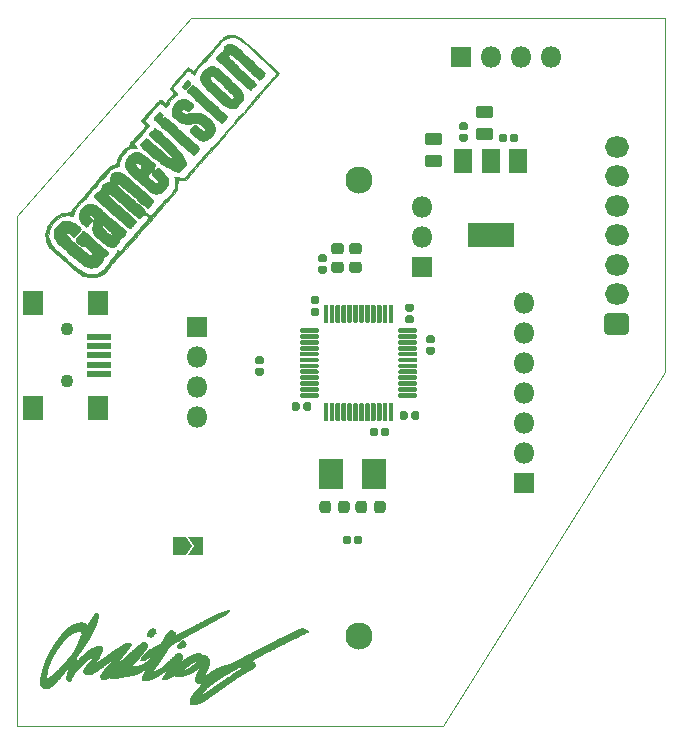
<source format=gbr>
%TF.GenerationSoftware,KiCad,Pcbnew,(5.1.6)-1*%
%TF.CreationDate,2020-06-10T16:57:25-05:00*%
%TF.ProjectId,GameVision50 Redesign,47616d65-5669-4736-996f-6e3530205265,rev?*%
%TF.SameCoordinates,Original*%
%TF.FileFunction,Soldermask,Top*%
%TF.FilePolarity,Negative*%
%FSLAX46Y46*%
G04 Gerber Fmt 4.6, Leading zero omitted, Abs format (unit mm)*
G04 Created by KiCad (PCBNEW (5.1.6)-1) date 2020-06-10 16:57:25*
%MOMM*%
%LPD*%
G01*
G04 APERTURE LIST*
%TA.AperFunction,Profile*%
%ADD10C,0.050000*%
%TD*%
%ADD11C,0.010000*%
%ADD12C,2.300000*%
%ADD13C,1.100000*%
%ADD14R,1.800000X2.100000*%
%ADD15R,2.100000X0.600000*%
%ADD16R,1.800000X1.800000*%
%ADD17O,1.800000X1.800000*%
%ADD18O,2.050000X1.800000*%
%ADD19C,0.150000*%
%ADD20R,1.600000X2.100000*%
%ADD21R,3.900000X2.100000*%
%ADD22R,2.100000X2.500000*%
G04 APERTURE END LIST*
D10*
X116332000Y-50800000D02*
X156464000Y-50800000D01*
X101600000Y-67564000D02*
X116332000Y-50800000D01*
X101600000Y-110744000D02*
X101600000Y-67564000D01*
X137668000Y-110744000D02*
X101600000Y-110744000D01*
X156464000Y-80772000D02*
X137668000Y-110744000D01*
X156464000Y-50800000D02*
X156464000Y-80772000D01*
D11*
%TO.C,G\u002A\u002A\u002A*%
G36*
X113150527Y-102490681D02*
G01*
X113157666Y-102493966D01*
X113171541Y-102503733D01*
X113178034Y-102505934D01*
X113188663Y-102510657D01*
X113206495Y-102522416D01*
X113212193Y-102526649D01*
X113235116Y-102541566D01*
X113256520Y-102551574D01*
X113259559Y-102552475D01*
X113289776Y-102564164D01*
X113308863Y-102582983D01*
X113319221Y-102612313D01*
X113322587Y-102641270D01*
X113326547Y-102678825D01*
X113333077Y-102717412D01*
X113337936Y-102738096D01*
X113345423Y-102766841D01*
X113349540Y-102789943D01*
X113351383Y-102815549D01*
X113351943Y-102842151D01*
X113354494Y-102862492D01*
X113360205Y-102874223D01*
X113360470Y-102874401D01*
X113370071Y-102885917D01*
X113365323Y-102896572D01*
X113348640Y-102903121D01*
X113338533Y-102903867D01*
X113319176Y-102901851D01*
X113313174Y-102896476D01*
X113313670Y-102895341D01*
X113311860Y-102885648D01*
X113305797Y-102881771D01*
X113291449Y-102884653D01*
X113268239Y-102899832D01*
X113248326Y-102916583D01*
X113224736Y-102939453D01*
X113203676Y-102962759D01*
X113187460Y-102983511D01*
X113178400Y-102998716D01*
X113178810Y-103005383D01*
X113179603Y-103005467D01*
X113180380Y-103009859D01*
X113171731Y-103020392D01*
X113157816Y-103033102D01*
X113142797Y-103044028D01*
X113134773Y-103048161D01*
X113121618Y-103058037D01*
X113120794Y-103076027D01*
X113120914Y-103076668D01*
X113120409Y-103094768D01*
X113107275Y-103105189D01*
X113105040Y-103106100D01*
X113083370Y-103118126D01*
X113067174Y-103130875D01*
X113048069Y-103145615D01*
X113022640Y-103161292D01*
X113015550Y-103165067D01*
X112990950Y-103180894D01*
X112971254Y-103199106D01*
X112967598Y-103203946D01*
X112948890Y-103221932D01*
X112928087Y-103223246D01*
X112906478Y-103207808D01*
X112906428Y-103207753D01*
X112877036Y-103180062D01*
X112846274Y-103163108D01*
X112808260Y-103154260D01*
X112781385Y-103151852D01*
X112747405Y-103148961D01*
X112725317Y-103144077D01*
X112710084Y-103135676D01*
X112701574Y-103127716D01*
X112686067Y-103113569D01*
X112674604Y-103107108D01*
X112674057Y-103107067D01*
X112666744Y-103100251D01*
X112665933Y-103095017D01*
X112660807Y-103081084D01*
X112648141Y-103061976D01*
X112644766Y-103057811D01*
X112630998Y-103038568D01*
X112623872Y-103022983D01*
X112623600Y-103020755D01*
X112618313Y-103004290D01*
X112615557Y-103000810D01*
X112612290Y-102987729D01*
X112614187Y-102965115D01*
X112619980Y-102939105D01*
X112628403Y-102915829D01*
X112635565Y-102903992D01*
X112645572Y-102889115D01*
X112658799Y-102865534D01*
X112666041Y-102851287D01*
X112679413Y-102829925D01*
X112701837Y-102800420D01*
X112730300Y-102766506D01*
X112761789Y-102731921D01*
X112765035Y-102728520D01*
X112816680Y-102674592D01*
X112857760Y-102631471D01*
X112889509Y-102597815D01*
X112913162Y-102572285D01*
X112929951Y-102553541D01*
X112941111Y-102540243D01*
X112947875Y-102531050D01*
X112949937Y-102527676D01*
X112962783Y-102518398D01*
X112988183Y-102509269D01*
X113021766Y-102500998D01*
X113059162Y-102494294D01*
X113096002Y-102489867D01*
X113127913Y-102488427D01*
X113150527Y-102490681D01*
G37*
X113150527Y-102490681D02*
X113157666Y-102493966D01*
X113171541Y-102503733D01*
X113178034Y-102505934D01*
X113188663Y-102510657D01*
X113206495Y-102522416D01*
X113212193Y-102526649D01*
X113235116Y-102541566D01*
X113256520Y-102551574D01*
X113259559Y-102552475D01*
X113289776Y-102564164D01*
X113308863Y-102582983D01*
X113319221Y-102612313D01*
X113322587Y-102641270D01*
X113326547Y-102678825D01*
X113333077Y-102717412D01*
X113337936Y-102738096D01*
X113345423Y-102766841D01*
X113349540Y-102789943D01*
X113351383Y-102815549D01*
X113351943Y-102842151D01*
X113354494Y-102862492D01*
X113360205Y-102874223D01*
X113360470Y-102874401D01*
X113370071Y-102885917D01*
X113365323Y-102896572D01*
X113348640Y-102903121D01*
X113338533Y-102903867D01*
X113319176Y-102901851D01*
X113313174Y-102896476D01*
X113313670Y-102895341D01*
X113311860Y-102885648D01*
X113305797Y-102881771D01*
X113291449Y-102884653D01*
X113268239Y-102899832D01*
X113248326Y-102916583D01*
X113224736Y-102939453D01*
X113203676Y-102962759D01*
X113187460Y-102983511D01*
X113178400Y-102998716D01*
X113178810Y-103005383D01*
X113179603Y-103005467D01*
X113180380Y-103009859D01*
X113171731Y-103020392D01*
X113157816Y-103033102D01*
X113142797Y-103044028D01*
X113134773Y-103048161D01*
X113121618Y-103058037D01*
X113120794Y-103076027D01*
X113120914Y-103076668D01*
X113120409Y-103094768D01*
X113107275Y-103105189D01*
X113105040Y-103106100D01*
X113083370Y-103118126D01*
X113067174Y-103130875D01*
X113048069Y-103145615D01*
X113022640Y-103161292D01*
X113015550Y-103165067D01*
X112990950Y-103180894D01*
X112971254Y-103199106D01*
X112967598Y-103203946D01*
X112948890Y-103221932D01*
X112928087Y-103223246D01*
X112906478Y-103207808D01*
X112906428Y-103207753D01*
X112877036Y-103180062D01*
X112846274Y-103163108D01*
X112808260Y-103154260D01*
X112781385Y-103151852D01*
X112747405Y-103148961D01*
X112725317Y-103144077D01*
X112710084Y-103135676D01*
X112701574Y-103127716D01*
X112686067Y-103113569D01*
X112674604Y-103107108D01*
X112674057Y-103107067D01*
X112666744Y-103100251D01*
X112665933Y-103095017D01*
X112660807Y-103081084D01*
X112648141Y-103061976D01*
X112644766Y-103057811D01*
X112630998Y-103038568D01*
X112623872Y-103022983D01*
X112623600Y-103020755D01*
X112618313Y-103004290D01*
X112615557Y-103000810D01*
X112612290Y-102987729D01*
X112614187Y-102965115D01*
X112619980Y-102939105D01*
X112628403Y-102915829D01*
X112635565Y-102903992D01*
X112645572Y-102889115D01*
X112658799Y-102865534D01*
X112666041Y-102851287D01*
X112679413Y-102829925D01*
X112701837Y-102800420D01*
X112730300Y-102766506D01*
X112761789Y-102731921D01*
X112765035Y-102728520D01*
X112816680Y-102674592D01*
X112857760Y-102631471D01*
X112889509Y-102597815D01*
X112913162Y-102572285D01*
X112929951Y-102553541D01*
X112941111Y-102540243D01*
X112947875Y-102531050D01*
X112949937Y-102527676D01*
X112962783Y-102518398D01*
X112988183Y-102509269D01*
X113021766Y-102500998D01*
X113059162Y-102494294D01*
X113096002Y-102489867D01*
X113127913Y-102488427D01*
X113150527Y-102490681D01*
G36*
X115682137Y-103511539D02*
G01*
X115704109Y-103524264D01*
X115725943Y-103537705D01*
X115742383Y-103546021D01*
X115747047Y-103547334D01*
X115755794Y-103554325D01*
X115760500Y-103564267D01*
X115770916Y-103578016D01*
X115780351Y-103581201D01*
X115795168Y-103587606D01*
X115813442Y-103603213D01*
X115830082Y-103622609D01*
X115839991Y-103640382D01*
X115840933Y-103645571D01*
X115848268Y-103654841D01*
X115861802Y-103657401D01*
X115883084Y-103664845D01*
X115896310Y-103685904D01*
X115900252Y-103713994D01*
X115904333Y-103738878D01*
X115913510Y-103763162D01*
X115922839Y-103796341D01*
X115915860Y-103829652D01*
X115892349Y-103863909D01*
X115883191Y-103873374D01*
X115864418Y-103894122D01*
X115852148Y-103912317D01*
X115849400Y-103920612D01*
X115842886Y-103935634D01*
X115830350Y-103947493D01*
X115788490Y-103982505D01*
X115754759Y-104024791D01*
X115743566Y-104044927D01*
X115729301Y-104069103D01*
X115714943Y-104079588D01*
X115707583Y-104080637D01*
X115692136Y-104075898D01*
X115688533Y-104068034D01*
X115682868Y-104057200D01*
X115668894Y-104056625D01*
X115651143Y-104065530D01*
X115639316Y-104076501D01*
X115616884Y-104093325D01*
X115590441Y-104097667D01*
X115560455Y-104103145D01*
X115538443Y-104114601D01*
X115518929Y-104126587D01*
X115502437Y-104131534D01*
X115486124Y-104137441D01*
X115472633Y-104148467D01*
X115450649Y-104162169D01*
X115420389Y-104162890D01*
X115380544Y-104150653D01*
X115379247Y-104150111D01*
X115352638Y-104137541D01*
X115329460Y-104124366D01*
X115325359Y-104121589D01*
X115307160Y-104112662D01*
X115293861Y-104111912D01*
X115283625Y-104110381D01*
X115282133Y-104105778D01*
X115276462Y-104094084D01*
X115262028Y-104076232D01*
X115251954Y-104065835D01*
X115232523Y-104043194D01*
X115226223Y-104026363D01*
X115226840Y-104023323D01*
X115225975Y-104008627D01*
X115221459Y-104003664D01*
X115211260Y-103988103D01*
X115211185Y-103962530D01*
X115220218Y-103929688D01*
X115237346Y-103892319D01*
X115261556Y-103853167D01*
X115290770Y-103816165D01*
X115313375Y-103788700D01*
X115333040Y-103761288D01*
X115344340Y-103742067D01*
X115355304Y-103724518D01*
X115375084Y-103698017D01*
X115400972Y-103666018D01*
X115430259Y-103631978D01*
X115433318Y-103628541D01*
X115464636Y-103593907D01*
X115488214Y-103569552D01*
X115507342Y-103552906D01*
X115525313Y-103541402D01*
X115545416Y-103532469D01*
X115565517Y-103525358D01*
X115607464Y-103512123D01*
X115638053Y-103505431D01*
X115661529Y-103505247D01*
X115682137Y-103511539D01*
G37*
X115682137Y-103511539D02*
X115704109Y-103524264D01*
X115725943Y-103537705D01*
X115742383Y-103546021D01*
X115747047Y-103547334D01*
X115755794Y-103554325D01*
X115760500Y-103564267D01*
X115770916Y-103578016D01*
X115780351Y-103581201D01*
X115795168Y-103587606D01*
X115813442Y-103603213D01*
X115830082Y-103622609D01*
X115839991Y-103640382D01*
X115840933Y-103645571D01*
X115848268Y-103654841D01*
X115861802Y-103657401D01*
X115883084Y-103664845D01*
X115896310Y-103685904D01*
X115900252Y-103713994D01*
X115904333Y-103738878D01*
X115913510Y-103763162D01*
X115922839Y-103796341D01*
X115915860Y-103829652D01*
X115892349Y-103863909D01*
X115883191Y-103873374D01*
X115864418Y-103894122D01*
X115852148Y-103912317D01*
X115849400Y-103920612D01*
X115842886Y-103935634D01*
X115830350Y-103947493D01*
X115788490Y-103982505D01*
X115754759Y-104024791D01*
X115743566Y-104044927D01*
X115729301Y-104069103D01*
X115714943Y-104079588D01*
X115707583Y-104080637D01*
X115692136Y-104075898D01*
X115688533Y-104068034D01*
X115682868Y-104057200D01*
X115668894Y-104056625D01*
X115651143Y-104065530D01*
X115639316Y-104076501D01*
X115616884Y-104093325D01*
X115590441Y-104097667D01*
X115560455Y-104103145D01*
X115538443Y-104114601D01*
X115518929Y-104126587D01*
X115502437Y-104131534D01*
X115486124Y-104137441D01*
X115472633Y-104148467D01*
X115450649Y-104162169D01*
X115420389Y-104162890D01*
X115380544Y-104150653D01*
X115379247Y-104150111D01*
X115352638Y-104137541D01*
X115329460Y-104124366D01*
X115325359Y-104121589D01*
X115307160Y-104112662D01*
X115293861Y-104111912D01*
X115283625Y-104110381D01*
X115282133Y-104105778D01*
X115276462Y-104094084D01*
X115262028Y-104076232D01*
X115251954Y-104065835D01*
X115232523Y-104043194D01*
X115226223Y-104026363D01*
X115226840Y-104023323D01*
X115225975Y-104008627D01*
X115221459Y-104003664D01*
X115211260Y-103988103D01*
X115211185Y-103962530D01*
X115220218Y-103929688D01*
X115237346Y-103892319D01*
X115261556Y-103853167D01*
X115290770Y-103816165D01*
X115313375Y-103788700D01*
X115333040Y-103761288D01*
X115344340Y-103742067D01*
X115355304Y-103724518D01*
X115375084Y-103698017D01*
X115400972Y-103666018D01*
X115430259Y-103631978D01*
X115433318Y-103628541D01*
X115464636Y-103593907D01*
X115488214Y-103569552D01*
X115507342Y-103552906D01*
X115525313Y-103541402D01*
X115545416Y-103532469D01*
X115565517Y-103525358D01*
X115607464Y-103512123D01*
X115638053Y-103505431D01*
X115661529Y-103505247D01*
X115682137Y-103511539D01*
G36*
X108542666Y-104948567D02*
G01*
X108538433Y-104952800D01*
X108534200Y-104948567D01*
X108538433Y-104944334D01*
X108542666Y-104948567D01*
G37*
X108542666Y-104948567D02*
X108538433Y-104952800D01*
X108534200Y-104948567D01*
X108538433Y-104944334D01*
X108542666Y-104948567D01*
G36*
X106349800Y-106472567D02*
G01*
X106345566Y-106476801D01*
X106341333Y-106472567D01*
X106345566Y-106468334D01*
X106349800Y-106472567D01*
G37*
X106349800Y-106472567D02*
X106345566Y-106476801D01*
X106341333Y-106472567D01*
X106345566Y-106468334D01*
X106349800Y-106472567D01*
G36*
X119465446Y-100891250D02*
G01*
X119477293Y-100897166D01*
X119477452Y-100897405D01*
X119487722Y-100902210D01*
X119490849Y-100901017D01*
X119505084Y-100900490D01*
X119524962Y-100907863D01*
X119543569Y-100919676D01*
X119553990Y-100932471D01*
X119554036Y-100932615D01*
X119557061Y-100948586D01*
X119560114Y-100974804D01*
X119561856Y-100996121D01*
X119565172Y-101045434D01*
X119524050Y-101081519D01*
X119492861Y-101105612D01*
X119455787Y-101129702D01*
X119431090Y-101143323D01*
X119399219Y-101161714D01*
X119377081Y-101179752D01*
X119369816Y-101189754D01*
X119362376Y-101203966D01*
X119356247Y-101203661D01*
X119348532Y-101193551D01*
X119341182Y-101177681D01*
X119341547Y-101168771D01*
X119340476Y-101157910D01*
X119337804Y-101155586D01*
X119329870Y-101155379D01*
X119329199Y-101157917D01*
X119324127Y-101168814D01*
X119311607Y-101185950D01*
X119308413Y-101189757D01*
X119294828Y-101210434D01*
X119295512Y-101223449D01*
X119297569Y-101236934D01*
X119293085Y-101243261D01*
X119287417Y-101253675D01*
X119294520Y-101260831D01*
X119299055Y-101267609D01*
X119289935Y-101276143D01*
X119280053Y-101281646D01*
X119259828Y-101290851D01*
X119245594Y-101295157D01*
X119244785Y-101295201D01*
X119232614Y-101299421D01*
X119212546Y-101310058D01*
X119203226Y-101315719D01*
X119172811Y-101331552D01*
X119139422Y-101344325D01*
X119133544Y-101346001D01*
X119111194Y-101354792D01*
X119079697Y-101370966D01*
X119043657Y-101392023D01*
X119015470Y-101410149D01*
X118982517Y-101431741D01*
X118954165Y-101449274D01*
X118933626Y-101460830D01*
X118924454Y-101464534D01*
X118914953Y-101470088D01*
X118914333Y-101473001D01*
X118907813Y-101481127D01*
X118905275Y-101481467D01*
X118893581Y-101485955D01*
X118873627Y-101497427D01*
X118860027Y-101506367D01*
X118836001Y-101521532D01*
X118802523Y-101540916D01*
X118765327Y-101561242D01*
X118749471Y-101569532D01*
X118716031Y-101587212D01*
X118687266Y-101603284D01*
X118667259Y-101615424D01*
X118661369Y-101619669D01*
X118648269Y-101628048D01*
X118623609Y-101641404D01*
X118591249Y-101657713D01*
X118564040Y-101670760D01*
X118525683Y-101690060D01*
X118489650Y-101710475D01*
X118460948Y-101729058D01*
X118448678Y-101738682D01*
X118414138Y-101766226D01*
X118375987Y-101790871D01*
X118339967Y-101809167D01*
X118319549Y-101816239D01*
X118302737Y-101822412D01*
X118296266Y-101828535D01*
X118289039Y-101834851D01*
X118270222Y-101844737D01*
X118247583Y-101854530D01*
X118216792Y-101868491D01*
X118188895Y-101883936D01*
X118175103Y-101893498D01*
X118160304Y-101903233D01*
X118133037Y-101918886D01*
X118096058Y-101938965D01*
X118052125Y-101961978D01*
X118003994Y-101986430D01*
X117997303Y-101989771D01*
X117926720Y-102025030D01*
X117869656Y-102053774D01*
X117824412Y-102076912D01*
X117789288Y-102095352D01*
X117762584Y-102110004D01*
X117742601Y-102121774D01*
X117727637Y-102131572D01*
X117716688Y-102139750D01*
X117698258Y-102152485D01*
X117684387Y-102158684D01*
X117683174Y-102158800D01*
X117668673Y-102162995D01*
X117644381Y-102173987D01*
X117614735Y-102189390D01*
X117584171Y-102206821D01*
X117557127Y-102223891D01*
X117542610Y-102234392D01*
X117520206Y-102250337D01*
X117500225Y-102261622D01*
X117495419Y-102263527D01*
X117475224Y-102273567D01*
X117461244Y-102283781D01*
X117428849Y-102307059D01*
X117390420Y-102323217D01*
X117375302Y-102327622D01*
X117349229Y-102338449D01*
X117319296Y-102356272D01*
X117301909Y-102369214D01*
X117271860Y-102391841D01*
X117238857Y-102413492D01*
X117222811Y-102422677D01*
X117196763Y-102436372D01*
X117161842Y-102454649D01*
X117124203Y-102474287D01*
X117110933Y-102481196D01*
X117078391Y-102499018D01*
X117050980Y-102515675D01*
X117032700Y-102528657D01*
X117028151Y-102533096D01*
X117014424Y-102542817D01*
X117005065Y-102542849D01*
X116992470Y-102546268D01*
X116982185Y-102562254D01*
X116969128Y-102585611D01*
X116953503Y-102596495D01*
X116933133Y-102599082D01*
X116914225Y-102603483D01*
X116888112Y-102614513D01*
X116869633Y-102624467D01*
X116843676Y-102638300D01*
X116821401Y-102647483D01*
X116811165Y-102649723D01*
X116794352Y-102654758D01*
X116772750Y-102667076D01*
X116767280Y-102671034D01*
X116747635Y-102684395D01*
X116732727Y-102691723D01*
X116730113Y-102692201D01*
X116717987Y-102697701D01*
X116701859Y-102710960D01*
X116701566Y-102711251D01*
X116683112Y-102725462D01*
X116656103Y-102741652D01*
X116636638Y-102751467D01*
X116605331Y-102767528D01*
X116568597Y-102788659D01*
X116536957Y-102808617D01*
X116510215Y-102825836D01*
X116488622Y-102838565D01*
X116476211Y-102844450D01*
X116475270Y-102844600D01*
X116467597Y-102850618D01*
X116467466Y-102851959D01*
X116460045Y-102858005D01*
X116441772Y-102863416D01*
X116437604Y-102864164D01*
X116416317Y-102870858D01*
X116386512Y-102884289D01*
X116353803Y-102901862D01*
X116345811Y-102906609D01*
X116314734Y-102924751D01*
X116286859Y-102939747D01*
X116267039Y-102949022D01*
X116263489Y-102950275D01*
X116235952Y-102960227D01*
X116205066Y-102973980D01*
X116176064Y-102988901D01*
X116154179Y-103002362D01*
X116146064Y-103009301D01*
X116129399Y-103020391D01*
X116119296Y-103022401D01*
X116106105Y-103025729D01*
X116103400Y-103029902D01*
X116096511Y-103038135D01*
X116079566Y-103048689D01*
X116075883Y-103050510D01*
X116051425Y-103064513D01*
X116030913Y-103079950D01*
X116030724Y-103080127D01*
X116009286Y-103094075D01*
X115986377Y-103102502D01*
X115961828Y-103113262D01*
X115943534Y-103128884D01*
X115926469Y-103143652D01*
X115909678Y-103149401D01*
X115893288Y-103156495D01*
X115879653Y-103178857D01*
X115879578Y-103179034D01*
X115867792Y-103199921D01*
X115853230Y-103208064D01*
X115845598Y-103208667D01*
X115829481Y-103205822D01*
X115824000Y-103200201D01*
X115818631Y-103192013D01*
X115804464Y-103195064D01*
X115784411Y-103208355D01*
X115774532Y-103217134D01*
X115754313Y-103232984D01*
X115735948Y-103241853D01*
X115731443Y-103242534D01*
X115715203Y-103246404D01*
X115709700Y-103251001D01*
X115697960Y-103257694D01*
X115684942Y-103259467D01*
X115664389Y-103264624D01*
X115643889Y-103276400D01*
X115627180Y-103288143D01*
X115616288Y-103293322D01*
X115616030Y-103293334D01*
X115605902Y-103298047D01*
X115588238Y-103309832D01*
X115581590Y-103314773D01*
X115562583Y-103328312D01*
X115549160Y-103336155D01*
X115546924Y-103336870D01*
X115536065Y-103341822D01*
X115518778Y-103352904D01*
X115517892Y-103353531D01*
X115497545Y-103364858D01*
X115480384Y-103369534D01*
X115466781Y-103375394D01*
X115447123Y-103390556D01*
X115430891Y-103406328D01*
X115408704Y-103428299D01*
X115387970Y-103446007D01*
X115377307Y-103453233D01*
X115363334Y-103465612D01*
X115363207Y-103483374D01*
X115364752Y-103495431D01*
X115360182Y-103503639D01*
X115346588Y-103509478D01*
X115321063Y-103514425D01*
X115294833Y-103518109D01*
X115265802Y-103525497D01*
X115228205Y-103539867D01*
X115187451Y-103558643D01*
X115148953Y-103579249D01*
X115118120Y-103599110D01*
X115108566Y-103606780D01*
X115086773Y-103622407D01*
X115051776Y-103641969D01*
X115002259Y-103666193D01*
X114994266Y-103669918D01*
X114967349Y-103685521D01*
X114941368Y-103705178D01*
X114939233Y-103707105D01*
X114902949Y-103735814D01*
X114857841Y-103764500D01*
X114809259Y-103790316D01*
X114762553Y-103810418D01*
X114723333Y-103821913D01*
X114714608Y-103826787D01*
X114696482Y-103838551D01*
X114679474Y-103850120D01*
X114656703Y-103865093D01*
X114639384Y-103875060D01*
X114632907Y-103877558D01*
X114624162Y-103883998D01*
X114611531Y-103899836D01*
X114609033Y-103903558D01*
X114592355Y-103923789D01*
X114573466Y-103939195D01*
X114556369Y-103947373D01*
X114545067Y-103945917D01*
X114543328Y-103943025D01*
X114537757Y-103942419D01*
X114528542Y-103954314D01*
X114526535Y-103957967D01*
X114510349Y-103982413D01*
X114491304Y-104003893D01*
X114476580Y-104020083D01*
X114469455Y-104032700D01*
X114469333Y-104033805D01*
X114463945Y-104047022D01*
X114449856Y-104068031D01*
X114430178Y-104092494D01*
X114416416Y-104107614D01*
X114404823Y-104125251D01*
X114401517Y-104137884D01*
X114396443Y-104152731D01*
X114383583Y-104174227D01*
X114374001Y-104187211D01*
X114353695Y-104215226D01*
X114335063Y-104244880D01*
X114329633Y-104254815D01*
X114316674Y-104278062D01*
X114304909Y-104295861D01*
X114302116Y-104299226D01*
X114292880Y-104315546D01*
X114291533Y-104323098D01*
X114286079Y-104336649D01*
X114272401Y-104355623D01*
X114266111Y-104362710D01*
X114248971Y-104383497D01*
X114237231Y-104402344D01*
X114235476Y-104406700D01*
X114225388Y-104427414D01*
X114217735Y-104437917D01*
X114209691Y-104452190D01*
X114209969Y-104459905D01*
X114207344Y-104469856D01*
X114195086Y-104485677D01*
X114188589Y-104492188D01*
X114162339Y-104524070D01*
X114143371Y-104560860D01*
X114138766Y-104576034D01*
X114130897Y-104587344D01*
X114121819Y-104595034D01*
X114109329Y-104607789D01*
X114092667Y-104629817D01*
X114079859Y-104649319D01*
X114063261Y-104675051D01*
X114048341Y-104696084D01*
X114040587Y-104705423D01*
X114029687Y-104722865D01*
X114023428Y-104741806D01*
X114013386Y-104762679D01*
X113992894Y-104786986D01*
X113981511Y-104797471D01*
X113961195Y-104817287D01*
X113947715Y-104835222D01*
X113944400Y-104844313D01*
X113939115Y-104859907D01*
X113924656Y-104884947D01*
X113903115Y-104916236D01*
X113876581Y-104950577D01*
X113868386Y-104960492D01*
X113856344Y-104977052D01*
X113851267Y-104988438D01*
X113851266Y-104988505D01*
X113846542Y-104998186D01*
X113834744Y-105016122D01*
X113819436Y-105037388D01*
X113804180Y-105057063D01*
X113792538Y-105070224D01*
X113791321Y-105071334D01*
X113784929Y-105081299D01*
X113775740Y-105100131D01*
X113774438Y-105103084D01*
X113764882Y-105121327D01*
X113756965Y-105130383D01*
X113756066Y-105130601D01*
X113750381Y-105137486D01*
X113749666Y-105143301D01*
X113745094Y-105154568D01*
X113741200Y-105156001D01*
X113733640Y-105162837D01*
X113732733Y-105168406D01*
X113727470Y-105181938D01*
X113714218Y-105201432D01*
X113707333Y-105209740D01*
X113691980Y-105229164D01*
X113682946Y-105244339D01*
X113681933Y-105248135D01*
X113677316Y-105257158D01*
X113675322Y-105257601D01*
X113667623Y-105264498D01*
X113658536Y-105280884D01*
X113647735Y-105300033D01*
X113630206Y-105325725D01*
X113614389Y-105346501D01*
X113596613Y-105370474D01*
X113584202Y-105390687D01*
X113580108Y-105401534D01*
X113573872Y-105417478D01*
X113559238Y-105437251D01*
X113541438Y-105454640D01*
X113528742Y-105462541D01*
X113518289Y-105472438D01*
X113504315Y-105492685D01*
X113489775Y-105517989D01*
X113477629Y-105543057D01*
X113470833Y-105562594D01*
X113470266Y-105567198D01*
X113463421Y-105578803D01*
X113446820Y-105591009D01*
X113445571Y-105591669D01*
X113423595Y-105610764D01*
X113415598Y-105628472D01*
X113406476Y-105650741D01*
X113390765Y-105674792D01*
X113387376Y-105678878D01*
X113371458Y-105698299D01*
X113351190Y-105724594D01*
X113328934Y-105754491D01*
X113307052Y-105784718D01*
X113287908Y-105812000D01*
X113273863Y-105833067D01*
X113267280Y-105844643D01*
X113267066Y-105845548D01*
X113262784Y-105855483D01*
X113251860Y-105874286D01*
X113243783Y-105886981D01*
X113222791Y-105919187D01*
X113209191Y-105940628D01*
X113200980Y-105954626D01*
X113196153Y-105964505D01*
X113194435Y-105968801D01*
X113185612Y-105987592D01*
X113181837Y-105994201D01*
X113173416Y-106009298D01*
X113161396Y-106032372D01*
X113156318Y-106042453D01*
X113143096Y-106066082D01*
X113130580Y-106083872D01*
X113126636Y-106087940D01*
X113116270Y-106104517D01*
X113114666Y-106113771D01*
X113111281Y-106126961D01*
X113107036Y-106129667D01*
X113098516Y-106136135D01*
X113086896Y-106151711D01*
X113075622Y-106170657D01*
X113068139Y-106187232D01*
X113067551Y-106195441D01*
X113076688Y-106194591D01*
X113083755Y-106189994D01*
X113100416Y-106183998D01*
X113108596Y-106185167D01*
X113124580Y-106184942D01*
X113145785Y-106177634D01*
X113147348Y-106176846D01*
X113169769Y-106167564D01*
X113188354Y-106163539D01*
X113188788Y-106163534D01*
X113204430Y-106159173D01*
X113227790Y-106147972D01*
X113244536Y-106138134D01*
X113267777Y-106124156D01*
X113285417Y-106114930D01*
X113291810Y-106112734D01*
X113302499Y-106109158D01*
X113324497Y-106099606D01*
X113354048Y-106085839D01*
X113387399Y-106069619D01*
X113420795Y-106052706D01*
X113430050Y-106047872D01*
X113446404Y-106036652D01*
X113453331Y-106026723D01*
X113453333Y-106026618D01*
X113460025Y-106021168D01*
X113469955Y-106021972D01*
X113488050Y-106020372D01*
X113496341Y-106014554D01*
X113510333Y-106005042D01*
X113533301Y-105995698D01*
X113541102Y-105993385D01*
X113563640Y-105986396D01*
X113578223Y-105980138D01*
X113580333Y-105978508D01*
X113589152Y-105971379D01*
X113608043Y-105958121D01*
X113631133Y-105942773D01*
X113663123Y-105921888D01*
X113696119Y-105900194D01*
X113714926Y-105887740D01*
X113738909Y-105871871D01*
X113758700Y-105858933D01*
X113765615Y-105854501D01*
X113787368Y-105840129D01*
X113815899Y-105820345D01*
X113847673Y-105797716D01*
X113879154Y-105774810D01*
X113906805Y-105754198D01*
X113927091Y-105738447D01*
X113935933Y-105730767D01*
X113947226Y-105719996D01*
X113968331Y-105701038D01*
X113996139Y-105676651D01*
X114024833Y-105651907D01*
X114074318Y-105609558D01*
X114112785Y-105576598D01*
X114142087Y-105551415D01*
X114164080Y-105532399D01*
X114180619Y-105517939D01*
X114193557Y-105506423D01*
X114204751Y-105496240D01*
X114215602Y-105486201D01*
X114241329Y-105462538D01*
X114270690Y-105435891D01*
X114284322Y-105423649D01*
X114312330Y-105398054D01*
X114350537Y-105362291D01*
X114397117Y-105318121D01*
X114450249Y-105267302D01*
X114508108Y-105211593D01*
X114568872Y-105152755D01*
X114630717Y-105092545D01*
X114691820Y-105032724D01*
X114750358Y-104975050D01*
X114790025Y-104935712D01*
X114862430Y-104864073D01*
X114924242Y-104803806D01*
X114976475Y-104753953D01*
X115020141Y-104713554D01*
X115056254Y-104681651D01*
X115076459Y-104664771D01*
X115090410Y-104657239D01*
X115094741Y-104656467D01*
X115104389Y-104651351D01*
X115123550Y-104637632D01*
X115148906Y-104617757D01*
X115163230Y-104605976D01*
X115203805Y-104574801D01*
X115235877Y-104556411D01*
X115255014Y-104550507D01*
X115285982Y-104544982D01*
X115317637Y-104538489D01*
X115318673Y-104538257D01*
X115341802Y-104534868D01*
X115353165Y-104538583D01*
X115355198Y-104541976D01*
X115365901Y-104551684D01*
X115382157Y-104557592D01*
X115401609Y-104565987D01*
X115425564Y-104582153D01*
X115437714Y-104592409D01*
X115459156Y-104609660D01*
X115477915Y-104620588D01*
X115485441Y-104622601D01*
X115499666Y-104628795D01*
X115521161Y-104645273D01*
X115546901Y-104668875D01*
X115573857Y-104696444D01*
X115599002Y-104724820D01*
X115619310Y-104750846D01*
X115631752Y-104771362D01*
X115633884Y-104777480D01*
X115640293Y-104799489D01*
X115647597Y-104814471D01*
X115647647Y-104814534D01*
X115649599Y-104826441D01*
X115644266Y-104831467D01*
X115635263Y-104844772D01*
X115625652Y-104872600D01*
X115616113Y-104912593D01*
X115608149Y-104957034D01*
X115599445Y-104998440D01*
X115587757Y-105034659D01*
X115574879Y-105060333D01*
X115572481Y-105063534D01*
X115563362Y-105078648D01*
X115561533Y-105085780D01*
X115555678Y-105098110D01*
X115548833Y-105105200D01*
X115538964Y-105121404D01*
X115536133Y-105137259D01*
X115533055Y-105157564D01*
X115525367Y-105181797D01*
X115515389Y-105204449D01*
X115505440Y-105220011D01*
X115499731Y-105223734D01*
X115495466Y-105229958D01*
X115496861Y-105236434D01*
X115497037Y-105247336D01*
X115493534Y-105249134D01*
X115485573Y-105255588D01*
X115485333Y-105257625D01*
X115481148Y-105269047D01*
X115470376Y-105289437D01*
X115460440Y-105306111D01*
X115447376Y-105328488D01*
X115439710Y-105344390D01*
X115438807Y-105349363D01*
X115447876Y-105347475D01*
X115466759Y-105337270D01*
X115492078Y-105321051D01*
X115520457Y-105301120D01*
X115548518Y-105279779D01*
X115572885Y-105259330D01*
X115578616Y-105254050D01*
X115600820Y-105234277D01*
X115619031Y-105220305D01*
X115628962Y-105215267D01*
X115639615Y-105210406D01*
X115659767Y-105197464D01*
X115685668Y-105178906D01*
X115694781Y-105172013D01*
X115722418Y-105151438D01*
X115746120Y-105134888D01*
X115761810Y-105125176D01*
X115764324Y-105124024D01*
X115777835Y-105116278D01*
X115798859Y-105101296D01*
X115815533Y-105088218D01*
X115842081Y-105068445D01*
X115868435Y-105051757D01*
X115881150Y-105045240D01*
X115899398Y-105035724D01*
X115908450Y-105027828D01*
X115908666Y-105026934D01*
X115915253Y-105020798D01*
X115917865Y-105020534D01*
X115929824Y-105015710D01*
X115951455Y-105002845D01*
X115979107Y-104984350D01*
X116009130Y-104962634D01*
X116029966Y-104946518D01*
X116049274Y-104933679D01*
X116064924Y-104927499D01*
X116066306Y-104927400D01*
X116083668Y-104922160D01*
X116088940Y-104918535D01*
X116105018Y-104906350D01*
X116128096Y-104890839D01*
X116153587Y-104874831D01*
X116176901Y-104861159D01*
X116193451Y-104852653D01*
X116198081Y-104851201D01*
X116210326Y-104846661D01*
X116228455Y-104835642D01*
X116229755Y-104834726D01*
X116248013Y-104823869D01*
X116276773Y-104809109D01*
X116310898Y-104793034D01*
X116324195Y-104787124D01*
X116365611Y-104768860D01*
X116410091Y-104748954D01*
X116449084Y-104731239D01*
X116454766Y-104728622D01*
X116488950Y-104713486D01*
X116522179Y-104699853D01*
X116547401Y-104690613D01*
X116547900Y-104690454D01*
X116571159Y-104682324D01*
X116587649Y-104675281D01*
X116590233Y-104673779D01*
X116603595Y-104667882D01*
X116627427Y-104659904D01*
X116655720Y-104651660D01*
X116682466Y-104644964D01*
X116692410Y-104642936D01*
X116708901Y-104638805D01*
X116736065Y-104630863D01*
X116768520Y-104620694D01*
X116774300Y-104618818D01*
X116804996Y-104609851D01*
X116836574Y-104603228D01*
X116873188Y-104598380D01*
X116918992Y-104594736D01*
X116969132Y-104592123D01*
X117100083Y-104586281D01*
X117139505Y-104613403D01*
X117163984Y-104632078D01*
X117183874Y-104650455D01*
X117191312Y-104659429D01*
X117207717Y-104675203D01*
X117230980Y-104688161D01*
X117233096Y-104688963D01*
X117258520Y-104702916D01*
X117282180Y-104723132D01*
X117284781Y-104726079D01*
X117299735Y-104740732D01*
X117310612Y-104745836D01*
X117312717Y-104744719D01*
X117334731Y-104727806D01*
X117371289Y-104716975D01*
X117420988Y-104712606D01*
X117431087Y-104712535D01*
X117466114Y-104713375D01*
X117491300Y-104716883D01*
X117513723Y-104725004D01*
X117540461Y-104739686D01*
X117549423Y-104745079D01*
X117576856Y-104763120D01*
X117598811Y-104780121D01*
X117610787Y-104792574D01*
X117611112Y-104793140D01*
X117624327Y-104806844D01*
X117645624Y-104819720D01*
X117648872Y-104821149D01*
X117667904Y-104831244D01*
X117677802Y-104840676D01*
X117678199Y-104842302D01*
X117684702Y-104850846D01*
X117687216Y-104851200D01*
X117699625Y-104857645D01*
X117718750Y-104874792D01*
X117741754Y-104899365D01*
X117765801Y-104928086D01*
X117788054Y-104957675D01*
X117805675Y-104984857D01*
X117810394Y-104993529D01*
X117826724Y-105024869D01*
X117843150Y-105054992D01*
X117852545Y-105071334D01*
X117865466Y-105096118D01*
X117874403Y-105118928D01*
X117875259Y-105122134D01*
X117880620Y-105144462D01*
X117887419Y-105172205D01*
X117888650Y-105177167D01*
X117892881Y-105201152D01*
X117896364Y-105233582D01*
X117898895Y-105269939D01*
X117900272Y-105305702D01*
X117900291Y-105336352D01*
X117898750Y-105357369D01*
X117897018Y-105363434D01*
X117893670Y-105374831D01*
X117888686Y-105399209D01*
X117882787Y-105432778D01*
X117877693Y-105465034D01*
X117866951Y-105533476D01*
X117857597Y-105586358D01*
X117849358Y-105624973D01*
X117841960Y-105650611D01*
X117835551Y-105664001D01*
X117811514Y-105705943D01*
X117800586Y-105743485D01*
X117795096Y-105764752D01*
X117788996Y-105777575D01*
X117787966Y-105778486D01*
X117782090Y-105788109D01*
X117773101Y-105809420D01*
X117762882Y-105837929D01*
X117762269Y-105839776D01*
X117752216Y-105868555D01*
X117743559Y-105890422D01*
X117738081Y-105900893D01*
X117737885Y-105901067D01*
X117729788Y-105912527D01*
X117719447Y-105933192D01*
X117709891Y-105956177D01*
X117704150Y-105974597D01*
X117703599Y-105978970D01*
X117698528Y-105995430D01*
X117695931Y-105998857D01*
X117681711Y-106018561D01*
X117667596Y-106045334D01*
X117656868Y-106072137D01*
X117652799Y-106091404D01*
X117647142Y-106110774D01*
X117637983Y-106120522D01*
X117628704Y-106127461D01*
X117629448Y-106129410D01*
X117631079Y-106136288D01*
X117626254Y-106153555D01*
X117616801Y-106176832D01*
X117604549Y-106201741D01*
X117591328Y-106223902D01*
X117588023Y-106228586D01*
X117575046Y-106250126D01*
X117568372Y-106268937D01*
X117568133Y-106271772D01*
X117564220Y-106297016D01*
X117554567Y-106326694D01*
X117542303Y-106351964D01*
X117537301Y-106358934D01*
X117529806Y-106375816D01*
X117525942Y-106400488D01*
X117525799Y-106405924D01*
X117523665Y-106429709D01*
X117518376Y-106446435D01*
X117516773Y-106448574D01*
X117508951Y-106463912D01*
X117502111Y-106490348D01*
X117497650Y-106522051D01*
X117497023Y-106530977D01*
X117501099Y-106546404D01*
X117511253Y-106550709D01*
X117521094Y-106542427D01*
X117523113Y-106536959D01*
X117532709Y-106522712D01*
X117542420Y-106519134D01*
X117570114Y-106512070D01*
X117602994Y-106492152D01*
X117637953Y-106461290D01*
X117640094Y-106459084D01*
X117665002Y-106435391D01*
X117692796Y-106412285D01*
X117719582Y-106392647D01*
X117741465Y-106379357D01*
X117753510Y-106375201D01*
X117764125Y-106368597D01*
X117770828Y-106359210D01*
X117781796Y-106346385D01*
X117802743Y-106327410D01*
X117829611Y-106305603D01*
X117858342Y-106284285D01*
X117880600Y-106269401D01*
X117894586Y-106259613D01*
X117916144Y-106243440D01*
X117932199Y-106230980D01*
X117960325Y-106209946D01*
X117994503Y-106185910D01*
X118021099Y-106168155D01*
X118048363Y-106150080D01*
X118071145Y-106134166D01*
X118084546Y-106123838D01*
X118084599Y-106123790D01*
X118111380Y-106102823D01*
X118147302Y-106079148D01*
X118186012Y-106056887D01*
X118194666Y-106052388D01*
X118226177Y-106035122D01*
X118258371Y-106015624D01*
X118266789Y-106010107D01*
X118291463Y-105995110D01*
X118327903Y-105975047D01*
X118372857Y-105951512D01*
X118423075Y-105926100D01*
X118475306Y-105900406D01*
X118526298Y-105876025D01*
X118572801Y-105854552D01*
X118611564Y-105837580D01*
X118639335Y-105826706D01*
X118643399Y-105825367D01*
X118667477Y-105816012D01*
X118698040Y-105801734D01*
X118718836Y-105790861D01*
X118745522Y-105777385D01*
X118767978Y-105768221D01*
X118779143Y-105765601D01*
X118794520Y-105762635D01*
X118820985Y-105753385D01*
X118859929Y-105737317D01*
X118902912Y-105718340D01*
X118928130Y-105709846D01*
X118951096Y-105706334D01*
X118969272Y-105703442D01*
X118977643Y-105698174D01*
X118987820Y-105691580D01*
X119009424Y-105682398D01*
X119035293Y-105673433D01*
X119066755Y-105663088D01*
X119107496Y-105649097D01*
X119150929Y-105633740D01*
X119172566Y-105625908D01*
X119208758Y-105612887D01*
X119239827Y-105602088D01*
X119261839Y-105594858D01*
X119269933Y-105592606D01*
X119300690Y-105585602D01*
X119326975Y-105577363D01*
X119342564Y-105569868D01*
X119357690Y-105562788D01*
X119372197Y-105558965D01*
X119387732Y-105555640D01*
X119392699Y-105553857D01*
X119399776Y-105551728D01*
X119409633Y-105550019D01*
X119433386Y-105545184D01*
X119464279Y-105537225D01*
X119496212Y-105527908D01*
X119523083Y-105519002D01*
X119537674Y-105512922D01*
X119561933Y-105503225D01*
X119600143Y-105492379D01*
X119649428Y-105481143D01*
X119681989Y-105474741D01*
X119710324Y-105468691D01*
X119731699Y-105462701D01*
X119740550Y-105458673D01*
X119753335Y-105453595D01*
X119766011Y-105452334D01*
X119781957Y-105448462D01*
X119790960Y-105444976D01*
X121142074Y-105444976D01*
X121148489Y-105451839D01*
X121149770Y-105452660D01*
X121166861Y-105460193D01*
X121177330Y-105455081D01*
X121178805Y-105452919D01*
X121178436Y-105442840D01*
X121167115Y-105437436D01*
X121151481Y-105439339D01*
X121142074Y-105444976D01*
X119790960Y-105444976D01*
X119808722Y-105438099D01*
X119842405Y-105423129D01*
X119879106Y-105405431D01*
X119914923Y-105386887D01*
X119926480Y-105380367D01*
X120548400Y-105380367D01*
X120552633Y-105384601D01*
X120556866Y-105380367D01*
X120552633Y-105376134D01*
X120548400Y-105380367D01*
X119926480Y-105380367D01*
X119945957Y-105369379D01*
X119968307Y-105354788D01*
X119968433Y-105354694D01*
X119970124Y-105353556D01*
X121558755Y-105353556D01*
X121559917Y-105358589D01*
X121564400Y-105359201D01*
X121571369Y-105356103D01*
X121570044Y-105353556D01*
X121559996Y-105352543D01*
X121558755Y-105353556D01*
X119970124Y-105353556D01*
X119989586Y-105340463D01*
X120007779Y-105329567D01*
X120506066Y-105329567D01*
X120510300Y-105333801D01*
X120514533Y-105329567D01*
X120510300Y-105325334D01*
X120506066Y-105329567D01*
X120007779Y-105329567D01*
X120018317Y-105323256D01*
X120050637Y-105305201D01*
X120082557Y-105288426D01*
X120110087Y-105275059D01*
X120129239Y-105267229D01*
X120134616Y-105266050D01*
X120144928Y-105261834D01*
X120455266Y-105261834D01*
X120459500Y-105266067D01*
X120463733Y-105261834D01*
X120459500Y-105257601D01*
X120455266Y-105261834D01*
X120144928Y-105261834D01*
X120146037Y-105261381D01*
X120167653Y-105248790D01*
X120196014Y-105230384D01*
X120218199Y-105215048D01*
X120225416Y-105210328D01*
X121082468Y-105210328D01*
X121084025Y-105221310D01*
X121086915Y-105221441D01*
X121088936Y-105210109D01*
X121087583Y-105205213D01*
X121083824Y-105202006D01*
X121082468Y-105210328D01*
X120225416Y-105210328D01*
X120259728Y-105187889D01*
X120299676Y-105165806D01*
X120322627Y-105156001D01*
X120713500Y-105156001D01*
X120714171Y-105163802D01*
X120717233Y-105164467D01*
X120725855Y-105158321D01*
X120726200Y-105156001D01*
X120723311Y-105147754D01*
X120722466Y-105147534D01*
X120715237Y-105153467D01*
X120713500Y-105156001D01*
X120322627Y-105156001D01*
X120332838Y-105151639D01*
X120336733Y-105150422D01*
X120367643Y-105139020D01*
X120395533Y-105124852D01*
X120407232Y-105116757D01*
X120426232Y-105103434D01*
X120441613Y-105096876D01*
X120443216Y-105096734D01*
X120454070Y-105092690D01*
X120455266Y-105089600D01*
X120462124Y-105081564D01*
X120464139Y-105080300D01*
X120904000Y-105080300D01*
X120910457Y-105088039D01*
X120912466Y-105088267D01*
X120919897Y-105081376D01*
X120920933Y-105075067D01*
X120917201Y-105067100D01*
X121589800Y-105067100D01*
X121594033Y-105071334D01*
X121598266Y-105067100D01*
X121594033Y-105062867D01*
X121589800Y-105067100D01*
X120917201Y-105067100D01*
X120916828Y-105066304D01*
X120912466Y-105067100D01*
X120904322Y-105077925D01*
X120904000Y-105080300D01*
X120464139Y-105080300D01*
X120479003Y-105070981D01*
X120482783Y-105069074D01*
X120515052Y-105053791D01*
X120548268Y-105038749D01*
X120578485Y-105025653D01*
X120601760Y-105016208D01*
X120614147Y-105012117D01*
X120614707Y-105012067D01*
X120624961Y-105007857D01*
X120644463Y-104997005D01*
X120661336Y-104986667D01*
X120670935Y-104981023D01*
X121728088Y-104981023D01*
X121729251Y-104986056D01*
X121733733Y-104986667D01*
X121740702Y-104983569D01*
X121739377Y-104981023D01*
X121729329Y-104980009D01*
X121728088Y-104981023D01*
X120670935Y-104981023D01*
X120685242Y-104972612D01*
X120704276Y-104963388D01*
X120711757Y-104961267D01*
X120724222Y-104954823D01*
X120731688Y-104945956D01*
X120745383Y-104934245D01*
X120768412Y-104923033D01*
X120778175Y-104919731D01*
X120807794Y-104908449D01*
X120835161Y-104894089D01*
X120840500Y-104890513D01*
X120863910Y-104875149D01*
X120892885Y-104858058D01*
X120904000Y-104851981D01*
X120928978Y-104837889D01*
X120949156Y-104825070D01*
X120955349Y-104820415D01*
X120972369Y-104809972D01*
X120995823Y-104799918D01*
X120997683Y-104799278D01*
X121019865Y-104790682D01*
X121035404Y-104782711D01*
X121036404Y-104781987D01*
X121049249Y-104774066D01*
X121073466Y-104760854D01*
X121105965Y-104743887D01*
X121143660Y-104724699D01*
X121168181Y-104712454D01*
X121855177Y-104712454D01*
X121856500Y-104715734D01*
X121864108Y-104723811D01*
X121865466Y-104724200D01*
X121869102Y-104717650D01*
X121869200Y-104715734D01*
X121862691Y-104707593D01*
X121860233Y-104707267D01*
X121855177Y-104712454D01*
X121168181Y-104712454D01*
X121183463Y-104704823D01*
X121222286Y-104685793D01*
X121257042Y-104669145D01*
X121284644Y-104656412D01*
X121302002Y-104649128D01*
X121306054Y-104648001D01*
X121318745Y-104644158D01*
X121341391Y-104634050D01*
X121369242Y-104619811D01*
X121371067Y-104618821D01*
X121438430Y-104582332D01*
X121493596Y-104552858D01*
X121498337Y-104550383D01*
X121601821Y-104550383D01*
X121602500Y-104554867D01*
X121609742Y-104562935D01*
X121610966Y-104563334D01*
X121617698Y-104557429D01*
X121619433Y-104554867D01*
X121617422Y-104547694D01*
X121610966Y-104546400D01*
X121601821Y-104550383D01*
X121498337Y-104550383D01*
X121539118Y-104529096D01*
X121566404Y-104515356D01*
X122549355Y-104515356D01*
X122550517Y-104520389D01*
X122555000Y-104521000D01*
X122561969Y-104517903D01*
X122560644Y-104515356D01*
X122550596Y-104514343D01*
X122549355Y-104515356D01*
X121566404Y-104515356D01*
X121577547Y-104509745D01*
X121611438Y-104493503D01*
X121643342Y-104479066D01*
X121654969Y-104474002D01*
X121684289Y-104459926D01*
X121708757Y-104445660D01*
X121714046Y-104441521D01*
X122405510Y-104441521D01*
X122406833Y-104444800D01*
X122414441Y-104452878D01*
X122415799Y-104453267D01*
X122419436Y-104446717D01*
X122419533Y-104444800D01*
X122413024Y-104436659D01*
X122410566Y-104436334D01*
X122405510Y-104441521D01*
X121714046Y-104441521D01*
X121721897Y-104435378D01*
X121738938Y-104422965D01*
X121751959Y-104419401D01*
X121766985Y-104414665D01*
X121768670Y-104413756D01*
X122507022Y-104413756D01*
X122508184Y-104418789D01*
X122512666Y-104419400D01*
X122519635Y-104416303D01*
X122518311Y-104413756D01*
X122508263Y-104412743D01*
X122507022Y-104413756D01*
X121768670Y-104413756D01*
X121789699Y-104402416D01*
X121808808Y-104389767D01*
X121832523Y-104373882D01*
X121851648Y-104363127D01*
X121860278Y-104360134D01*
X121871924Y-104355484D01*
X121892617Y-104343298D01*
X121917795Y-104326267D01*
X121944768Y-104308963D01*
X121969155Y-104296756D01*
X121984951Y-104292400D01*
X121998516Y-104288390D01*
X122022801Y-104277705D01*
X122053997Y-104262370D01*
X122088296Y-104244406D01*
X122121887Y-104225837D01*
X122150962Y-104208684D01*
X122171712Y-104194970D01*
X122177809Y-104190002D01*
X122192790Y-104182690D01*
X122196308Y-104182334D01*
X122219230Y-104176722D01*
X122252937Y-104160389D01*
X122279833Y-104144388D01*
X122309667Y-104126945D01*
X122341138Y-104110433D01*
X122347788Y-104107255D01*
X122416662Y-104074055D01*
X122480849Y-104040250D01*
X122497044Y-104031279D01*
X122503556Y-104027910D01*
X123413805Y-104027910D01*
X123422127Y-104029265D01*
X123433109Y-104027709D01*
X123433240Y-104024819D01*
X123421908Y-104022797D01*
X123417012Y-104024150D01*
X123413805Y-104027910D01*
X122503556Y-104027910D01*
X122523986Y-104017342D01*
X122546495Y-104007667D01*
X122558427Y-104004534D01*
X122570207Y-104000544D01*
X122571933Y-103996748D01*
X122579266Y-103989941D01*
X122598083Y-103980866D01*
X122614167Y-103974934D01*
X122634271Y-103967387D01*
X123506177Y-103967387D01*
X123507500Y-103970667D01*
X123515108Y-103978744D01*
X123516466Y-103979134D01*
X123518815Y-103974901D01*
X123681066Y-103974901D01*
X123685300Y-103979134D01*
X123689533Y-103974901D01*
X123685300Y-103970667D01*
X123681066Y-103974901D01*
X123518815Y-103974901D01*
X123520102Y-103972583D01*
X123520200Y-103970667D01*
X123513691Y-103962526D01*
X123511233Y-103962201D01*
X123506177Y-103967387D01*
X122634271Y-103967387D01*
X122638941Y-103965634D01*
X122650577Y-103959940D01*
X123693607Y-103959940D01*
X123694938Y-103966434D01*
X123700947Y-103977574D01*
X123703139Y-103979134D01*
X123706098Y-103972220D01*
X123706466Y-103966434D01*
X123702035Y-103955165D01*
X123698265Y-103953734D01*
X123693607Y-103959940D01*
X122650577Y-103959940D01*
X122656378Y-103957102D01*
X122658436Y-103955448D01*
X123440190Y-103955448D01*
X123440667Y-103956046D01*
X123452229Y-103958377D01*
X123463345Y-103950311D01*
X123466577Y-103940669D01*
X123463227Y-103929621D01*
X123460558Y-103928334D01*
X123450304Y-103933949D01*
X123441647Y-103945589D01*
X123440190Y-103955448D01*
X122658436Y-103955448D01*
X122661093Y-103953313D01*
X122671317Y-103945376D01*
X122690921Y-103935055D01*
X122697176Y-103932266D01*
X122707005Y-103927729D01*
X123521454Y-103927729D01*
X123527111Y-103939137D01*
X123528308Y-103940602D01*
X123538084Y-103949471D01*
X123547870Y-103946248D01*
X123555280Y-103939935D01*
X123567323Y-103926467D01*
X123571000Y-103918555D01*
X123564260Y-103912562D01*
X123548778Y-103912398D01*
X123531659Y-103917927D01*
X123529211Y-103919352D01*
X123521454Y-103927729D01*
X122707005Y-103927729D01*
X122760253Y-103903152D01*
X122818011Y-103871429D01*
X122857502Y-103846877D01*
X122893319Y-103825113D01*
X122918586Y-103813540D01*
X122935855Y-103811617D01*
X122947675Y-103818803D01*
X122952879Y-103826634D01*
X122967874Y-103841805D01*
X122982811Y-103848718D01*
X122998576Y-103856420D01*
X123003733Y-103864846D01*
X123009794Y-103875178D01*
X123022482Y-103883287D01*
X123033555Y-103884182D01*
X123034489Y-103883467D01*
X123031551Y-103875995D01*
X123020577Y-103862455D01*
X123007960Y-103841612D01*
X123003733Y-103822855D01*
X123000878Y-103806774D01*
X122995266Y-103801334D01*
X122987841Y-103795245D01*
X122988118Y-103782496D01*
X122995822Y-103771368D01*
X122996265Y-103771083D01*
X123013998Y-103763694D01*
X123036238Y-103758604D01*
X123056300Y-103756859D01*
X123067500Y-103759508D01*
X123067778Y-103759882D01*
X123079218Y-103767326D01*
X123080932Y-103767467D01*
X123085358Y-103762176D01*
X123083802Y-103758411D01*
X123085820Y-103747199D01*
X123086569Y-103746301D01*
X123825000Y-103746301D01*
X123829233Y-103750534D01*
X123833466Y-103746301D01*
X123829233Y-103742067D01*
X123825000Y-103746301D01*
X123086569Y-103746301D01*
X123093638Y-103737834D01*
X123427066Y-103737834D01*
X123431300Y-103742067D01*
X123435533Y-103737834D01*
X123434626Y-103736927D01*
X124174940Y-103736927D01*
X124179281Y-103741731D01*
X124183296Y-103742067D01*
X124198773Y-103736078D01*
X124205447Y-103730033D01*
X124210398Y-103721585D01*
X124201910Y-103721594D01*
X124197885Y-103722589D01*
X124182069Y-103729307D01*
X124174940Y-103736927D01*
X123434626Y-103736927D01*
X123431300Y-103733601D01*
X123427066Y-103737834D01*
X123093638Y-103737834D01*
X123098993Y-103731420D01*
X123106532Y-103725134D01*
X123181533Y-103725134D01*
X123184631Y-103732103D01*
X123187177Y-103730778D01*
X123188191Y-103720730D01*
X123187177Y-103719489D01*
X123182144Y-103720652D01*
X123181533Y-103725134D01*
X123106532Y-103725134D01*
X123119467Y-103714351D01*
X123122508Y-103712434D01*
X124189066Y-103712434D01*
X124193300Y-103716667D01*
X124197533Y-103712434D01*
X124193300Y-103708201D01*
X124189066Y-103712434D01*
X123122508Y-103712434D01*
X123143392Y-103699271D01*
X123161761Y-103691267D01*
X123486333Y-103691267D01*
X123489431Y-103698236D01*
X123491977Y-103696912D01*
X123492991Y-103686864D01*
X123491977Y-103685623D01*
X123486944Y-103686785D01*
X123486333Y-103691267D01*
X123161761Y-103691267D01*
X123163735Y-103690407D01*
X123187173Y-103681409D01*
X123204606Y-103672229D01*
X123206117Y-103671114D01*
X123214850Y-103665867D01*
X123422833Y-103665867D01*
X123424657Y-103673193D01*
X123430300Y-103674334D01*
X123444928Y-103669366D01*
X123448233Y-103665867D01*
X123446408Y-103658542D01*
X123440766Y-103657401D01*
X123426137Y-103662368D01*
X123422833Y-103665867D01*
X123214850Y-103665867D01*
X123218732Y-103663535D01*
X123223051Y-103662736D01*
X123234050Y-103660901D01*
X123247146Y-103656597D01*
X123269861Y-103652821D01*
X123290569Y-103654231D01*
X123309421Y-103654269D01*
X123321940Y-103648155D01*
X123324203Y-103638971D01*
X123318035Y-103632641D01*
X123318902Y-103625880D01*
X123331331Y-103615054D01*
X123351314Y-103602755D01*
X123374845Y-103591577D01*
X123389612Y-103586302D01*
X123403414Y-103580062D01*
X123423243Y-103569562D01*
X123840758Y-103569562D01*
X123852004Y-103571027D01*
X123854633Y-103571083D01*
X123869092Y-103570168D01*
X123870365Y-103567518D01*
X123869611Y-103567180D01*
X123852803Y-103565505D01*
X123844211Y-103566867D01*
X123840758Y-103569562D01*
X123423243Y-103569562D01*
X123428242Y-103566915D01*
X123460653Y-103548748D01*
X123464439Y-103546541D01*
X123545600Y-103546541D01*
X123552342Y-103550896D01*
X123562533Y-103549787D01*
X123566612Y-103548321D01*
X123816533Y-103548321D01*
X123823633Y-103554401D01*
X123833466Y-103555801D01*
X123847197Y-103550841D01*
X123850400Y-103543893D01*
X123844176Y-103535573D01*
X123833466Y-103536414D01*
X123819741Y-103543115D01*
X123816533Y-103548321D01*
X123566612Y-103548321D01*
X123576211Y-103544872D01*
X123579466Y-103542113D01*
X123572341Y-103539471D01*
X123562533Y-103538867D01*
X123548770Y-103542084D01*
X123545600Y-103546541D01*
X123464439Y-103546541D01*
X123497202Y-103527447D01*
X123499532Y-103526063D01*
X123535110Y-103505260D01*
X123538385Y-103503417D01*
X124632678Y-103503417D01*
X124641775Y-103509470D01*
X124653626Y-103511056D01*
X124669317Y-103507134D01*
X124674629Y-103501024D01*
X124672212Y-103490626D01*
X124660197Y-103485231D01*
X124645608Y-103486607D01*
X124638184Y-103491837D01*
X124632678Y-103503417D01*
X123538385Y-103503417D01*
X123565664Y-103488071D01*
X123588153Y-103476159D01*
X123599536Y-103471186D01*
X123599977Y-103471134D01*
X123610707Y-103467062D01*
X123631674Y-103456296D01*
X123658686Y-103441011D01*
X123663624Y-103438092D01*
X123693620Y-103421063D01*
X123720651Y-103407131D01*
X123739258Y-103399094D01*
X123740333Y-103398755D01*
X123760501Y-103390266D01*
X123769104Y-103385595D01*
X124265940Y-103385595D01*
X124270322Y-103393904D01*
X124276979Y-103394934D01*
X124288351Y-103387840D01*
X124293119Y-103378001D01*
X124553133Y-103378001D01*
X124556022Y-103386247D01*
X124556866Y-103386467D01*
X124564095Y-103380534D01*
X124565833Y-103378001D01*
X124565162Y-103370199D01*
X124562099Y-103369534D01*
X124553477Y-103375680D01*
X124553133Y-103378001D01*
X124293119Y-103378001D01*
X124293752Y-103363549D01*
X124285527Y-103363072D01*
X124275426Y-103371227D01*
X124265940Y-103385595D01*
X123769104Y-103385595D01*
X123785994Y-103376426D01*
X123795366Y-103370631D01*
X123830989Y-103348469D01*
X123856271Y-103334911D01*
X123869893Y-103330023D01*
X124014088Y-103330023D01*
X124015251Y-103335056D01*
X124019733Y-103335667D01*
X124026702Y-103332569D01*
X124025377Y-103330023D01*
X124015329Y-103329009D01*
X124014088Y-103330023D01*
X123869893Y-103330023D01*
X123874417Y-103328400D01*
X123884734Y-103327200D01*
X123900537Y-103323081D01*
X123905433Y-103318734D01*
X123916908Y-103312574D01*
X123934961Y-103310267D01*
X123957631Y-103305770D01*
X123972561Y-103296962D01*
X123982847Y-103289250D01*
X123985996Y-103290612D01*
X123989460Y-103291495D01*
X123992400Y-103287705D01*
X124000835Y-103280634D01*
X124968000Y-103280634D01*
X124972233Y-103284867D01*
X124976466Y-103280634D01*
X124972233Y-103276401D01*
X124968000Y-103280634D01*
X124000835Y-103280634D01*
X124003378Y-103278503D01*
X124025910Y-103264532D01*
X124055430Y-103248242D01*
X124513240Y-103248242D01*
X124521201Y-103249804D01*
X124524710Y-103250018D01*
X124541319Y-103245613D01*
X124547728Y-103238301D01*
X124547904Y-103227398D01*
X124544400Y-103225601D01*
X124536395Y-103231747D01*
X124536200Y-103233446D01*
X124529225Y-103241918D01*
X124521383Y-103245164D01*
X124513240Y-103248242D01*
X124055430Y-103248242D01*
X124056072Y-103247888D01*
X124087232Y-103232043D01*
X124133472Y-103232043D01*
X124141794Y-103233399D01*
X124152775Y-103231842D01*
X124152906Y-103228952D01*
X124141575Y-103226931D01*
X124136679Y-103228283D01*
X124133472Y-103232043D01*
X124087232Y-103232043D01*
X124089939Y-103230667D01*
X124112891Y-103219956D01*
X124996222Y-103219956D01*
X124997384Y-103224989D01*
X125001866Y-103225601D01*
X125008835Y-103222503D01*
X125007511Y-103219956D01*
X124997463Y-103218943D01*
X124996222Y-103219956D01*
X124112891Y-103219956D01*
X124123586Y-103214965D01*
X124146733Y-103205283D01*
X124151736Y-103203023D01*
X125190955Y-103203023D01*
X125192117Y-103208056D01*
X125196600Y-103208667D01*
X125202262Y-103206150D01*
X125295019Y-103206150D01*
X125306666Y-103207330D01*
X125318686Y-103206000D01*
X125317250Y-103203060D01*
X125299915Y-103201942D01*
X125296083Y-103203060D01*
X125295019Y-103206150D01*
X125202262Y-103206150D01*
X125203569Y-103205569D01*
X125202244Y-103203023D01*
X125192196Y-103202009D01*
X125190955Y-103203023D01*
X124151736Y-103203023D01*
X124177888Y-103191210D01*
X124211369Y-103173284D01*
X124222933Y-103166291D01*
X124250140Y-103150984D01*
X124260840Y-103146228D01*
X125305491Y-103146228D01*
X125316737Y-103147694D01*
X125319366Y-103147750D01*
X125333826Y-103146835D01*
X125335099Y-103144184D01*
X125334344Y-103143847D01*
X125317536Y-103142172D01*
X125308944Y-103143533D01*
X125305491Y-103146228D01*
X124260840Y-103146228D01*
X124276195Y-103139403D01*
X124286433Y-103136189D01*
X124301770Y-103130343D01*
X125104757Y-103130343D01*
X125113017Y-103132178D01*
X125116166Y-103132208D01*
X125127801Y-103129950D01*
X125252686Y-103129950D01*
X125264333Y-103131130D01*
X125276352Y-103129800D01*
X125274916Y-103126860D01*
X125257582Y-103125742D01*
X125253750Y-103126860D01*
X125252686Y-103129950D01*
X125127801Y-103129950D01*
X125136999Y-103128165D01*
X125145800Y-103124001D01*
X125152975Y-103117658D01*
X125144716Y-103115823D01*
X125141566Y-103115793D01*
X125120734Y-103119836D01*
X125111933Y-103124001D01*
X125104757Y-103130343D01*
X124301770Y-103130343D01*
X124311010Y-103126821D01*
X124328766Y-103115466D01*
X124347998Y-103103190D01*
X124348803Y-103102834D01*
X125442133Y-103102834D01*
X125446366Y-103107067D01*
X125450600Y-103102834D01*
X125446366Y-103098601D01*
X125442133Y-103102834D01*
X124348803Y-103102834D01*
X124373828Y-103091775D01*
X124379104Y-103089974D01*
X124405975Y-103078497D01*
X124436645Y-103061392D01*
X124451070Y-103051857D01*
X124461259Y-103045235D01*
X125351639Y-103045235D01*
X125360474Y-103047495D01*
X125367550Y-103047671D01*
X125386297Y-103044926D01*
X125395566Y-103039334D01*
X125526800Y-103039334D01*
X125533891Y-103046213D01*
X125543733Y-103047801D01*
X125557491Y-103044255D01*
X125560666Y-103039334D01*
X125553575Y-103032455D01*
X125543733Y-103030867D01*
X125529975Y-103034413D01*
X125526800Y-103039334D01*
X125395566Y-103039334D01*
X125394060Y-103032816D01*
X125382358Y-103031331D01*
X125366430Y-103034878D01*
X125357466Y-103039334D01*
X125351639Y-103045235D01*
X124461259Y-103045235D01*
X124476778Y-103035149D01*
X124492499Y-103026634D01*
X125569133Y-103026634D01*
X125573366Y-103030867D01*
X125577600Y-103026634D01*
X125573366Y-103022401D01*
X125569133Y-103026634D01*
X124492499Y-103026634D01*
X124500421Y-103022344D01*
X124510772Y-103018167D01*
X124993400Y-103018167D01*
X124997633Y-103022401D01*
X125001866Y-103018167D01*
X124997633Y-103013934D01*
X124993400Y-103018167D01*
X124510772Y-103018167D01*
X124510800Y-103018156D01*
X124530182Y-103010888D01*
X124540433Y-103005210D01*
X124550827Y-102999888D01*
X124615610Y-102999888D01*
X124617338Y-103004828D01*
X124622714Y-103005467D01*
X124643160Y-103002420D01*
X124649807Y-103000328D01*
X124662256Y-102991496D01*
X124660216Y-102984300D01*
X125730000Y-102984300D01*
X125734233Y-102988534D01*
X125738466Y-102984300D01*
X125734233Y-102980067D01*
X125730000Y-102984300D01*
X124660216Y-102984300D01*
X124660215Y-102984299D01*
X124645674Y-102984248D01*
X124644150Y-102984682D01*
X124625469Y-102992279D01*
X124615610Y-102999888D01*
X124550827Y-102999888D01*
X124552491Y-102999036D01*
X124575266Y-102989714D01*
X124598796Y-102981061D01*
X124610345Y-102976588D01*
X124690393Y-102976588D01*
X124693239Y-102976603D01*
X124705533Y-102970921D01*
X124722275Y-102962490D01*
X124730227Y-102957754D01*
X124732374Y-102953504D01*
X124724601Y-102955043D01*
X124712133Y-102960582D01*
X124700801Y-102967834D01*
X124690393Y-102976588D01*
X124610345Y-102976588D01*
X124627612Y-102969901D01*
X124651225Y-102958888D01*
X124662296Y-102952043D01*
X124678935Y-102941336D01*
X124706755Y-102941336D01*
X124708752Y-102945753D01*
X124713500Y-102946200D01*
X124724981Y-102940051D01*
X124725451Y-102939422D01*
X125293966Y-102939422D01*
X125315133Y-102946200D01*
X125331627Y-102951539D01*
X125338416Y-102953823D01*
X125340472Y-102948196D01*
X125340533Y-102946200D01*
X125333534Y-102940556D01*
X125351822Y-102940556D01*
X125352984Y-102945589D01*
X125357466Y-102946200D01*
X125364435Y-102943103D01*
X125363111Y-102940556D01*
X125353063Y-102939543D01*
X125351822Y-102940556D01*
X125333534Y-102940556D01*
X125333251Y-102940328D01*
X125317250Y-102938578D01*
X125293966Y-102939422D01*
X124725451Y-102939422D01*
X124726640Y-102937831D01*
X124725277Y-102933020D01*
X124718673Y-102934503D01*
X124706755Y-102941336D01*
X124678935Y-102941336D01*
X124683130Y-102938637D01*
X124707543Y-102928535D01*
X124729193Y-102923896D01*
X124740197Y-102925526D01*
X124746583Y-102927029D01*
X124745800Y-102925034D01*
X125374400Y-102925034D01*
X125378633Y-102929267D01*
X125382866Y-102925034D01*
X125378633Y-102920800D01*
X125374400Y-102925034D01*
X124745800Y-102925034D01*
X124745014Y-102923035D01*
X124746314Y-102916567D01*
X125349000Y-102916567D01*
X125353233Y-102920800D01*
X125357466Y-102916567D01*
X125353233Y-102912334D01*
X125349000Y-102916567D01*
X124746314Y-102916567D01*
X124747117Y-102912573D01*
X124751882Y-102908100D01*
X125476000Y-102908100D01*
X125480233Y-102912334D01*
X125484466Y-102908100D01*
X125480233Y-102903867D01*
X125476000Y-102908100D01*
X124751882Y-102908100D01*
X124758522Y-102901868D01*
X124772051Y-102895262D01*
X125556518Y-102895262D01*
X125558358Y-102902625D01*
X125564400Y-102903867D01*
X125576011Y-102901904D01*
X125577600Y-102900134D01*
X125577208Y-102899634D01*
X125603000Y-102899634D01*
X125607233Y-102903867D01*
X125611466Y-102899634D01*
X125607233Y-102895400D01*
X125603000Y-102899634D01*
X125577208Y-102899634D01*
X125571395Y-102892231D01*
X125560232Y-102892054D01*
X125556518Y-102895262D01*
X124772051Y-102895262D01*
X124779769Y-102891494D01*
X124802690Y-102885076D01*
X124821177Y-102883886D01*
X124828510Y-102887274D01*
X124838975Y-102890718D01*
X124855432Y-102887340D01*
X124869418Y-102879316D01*
X125687666Y-102879316D01*
X125694959Y-102885362D01*
X125713066Y-102883971D01*
X125731424Y-102882322D01*
X125738587Y-102888651D01*
X125739310Y-102893496D01*
X125741491Y-102898613D01*
X125746045Y-102887703D01*
X125746270Y-102886934D01*
X125747439Y-102866804D01*
X125741863Y-102859372D01*
X125726922Y-102857332D01*
X125708004Y-102862123D01*
X125692546Y-102871007D01*
X125687666Y-102879316D01*
X124869418Y-102879316D01*
X124869500Y-102879269D01*
X124872028Y-102876210D01*
X124869722Y-102871296D01*
X124852846Y-102873598D01*
X124837382Y-102875967D01*
X124837375Y-102871600D01*
X124845667Y-102865638D01*
X125335503Y-102865638D01*
X125336300Y-102870000D01*
X125347124Y-102878144D01*
X125349499Y-102878467D01*
X125357238Y-102872009D01*
X125357440Y-102870227D01*
X125365933Y-102870227D01*
X125371091Y-102875567D01*
X125374305Y-102874292D01*
X125386735Y-102871500D01*
X125410459Y-102869524D01*
X125434295Y-102868871D01*
X125465152Y-102868110D01*
X125479185Y-102866094D01*
X125476465Y-102862662D01*
X125457066Y-102857654D01*
X125440823Y-102854451D01*
X125409258Y-102851562D01*
X125383837Y-102854776D01*
X125368563Y-102863250D01*
X125365933Y-102870227D01*
X125357440Y-102870227D01*
X125357466Y-102870000D01*
X125350575Y-102862570D01*
X125344266Y-102861534D01*
X125335503Y-102865638D01*
X124845667Y-102865638D01*
X124852843Y-102860479D01*
X124883803Y-102842588D01*
X124883824Y-102842576D01*
X125217205Y-102842576D01*
X125225527Y-102843932D01*
X125236509Y-102842375D01*
X125236640Y-102839485D01*
X125225308Y-102837464D01*
X125220412Y-102838817D01*
X125217205Y-102842576D01*
X124883824Y-102842576D01*
X124887566Y-102840527D01*
X124895389Y-102836134D01*
X125255866Y-102836134D01*
X125262309Y-102844354D01*
X125264333Y-102844600D01*
X125266915Y-102842576D01*
X125835272Y-102842576D01*
X125843594Y-102843932D01*
X125854575Y-102842375D01*
X125854706Y-102839485D01*
X125843375Y-102837464D01*
X125838479Y-102838817D01*
X125835272Y-102842576D01*
X125266915Y-102842576D01*
X125272553Y-102838158D01*
X125272800Y-102836134D01*
X125266357Y-102827913D01*
X125264333Y-102827667D01*
X125256112Y-102834110D01*
X125255866Y-102836134D01*
X124895389Y-102836134D01*
X124912433Y-102826564D01*
X124917660Y-102823434D01*
X125027266Y-102823434D01*
X125031500Y-102827667D01*
X125035733Y-102823434D01*
X125031500Y-102819200D01*
X125027266Y-102823434D01*
X124917660Y-102823434D01*
X124931647Y-102815059D01*
X124938807Y-102810203D01*
X124953403Y-102806377D01*
X124966323Y-102807842D01*
X124980687Y-102808691D01*
X124984933Y-102804764D01*
X124992099Y-102797229D01*
X125001426Y-102791654D01*
X125276782Y-102791654D01*
X125281453Y-102798259D01*
X125286771Y-102808719D01*
X125284420Y-102811578D01*
X125285634Y-102814282D01*
X125298200Y-102819200D01*
X125320350Y-102825574D01*
X125329463Y-102825785D01*
X125328981Y-102823434D01*
X125899333Y-102823434D01*
X125903566Y-102827667D01*
X125907800Y-102823434D01*
X125903566Y-102819200D01*
X125899333Y-102823434D01*
X125328981Y-102823434D01*
X125328252Y-102819880D01*
X125328164Y-102819737D01*
X125322610Y-102814967D01*
X125958600Y-102814967D01*
X125962833Y-102819200D01*
X125967066Y-102814967D01*
X125962833Y-102810734D01*
X125958600Y-102814967D01*
X125322610Y-102814967D01*
X125317762Y-102810804D01*
X125305957Y-102803825D01*
X125755400Y-102803825D01*
X125762065Y-102807574D01*
X125768396Y-102806500D01*
X125916266Y-102806500D01*
X125920500Y-102810734D01*
X125924733Y-102806500D01*
X125920500Y-102802267D01*
X125916266Y-102806500D01*
X125768396Y-102806500D01*
X125778530Y-102804781D01*
X125799494Y-102796571D01*
X125804747Y-102793800D01*
X125958600Y-102793800D01*
X125965042Y-102802021D01*
X125967066Y-102802267D01*
X125975287Y-102795824D01*
X125975533Y-102793800D01*
X125969090Y-102785580D01*
X125967066Y-102785334D01*
X125958846Y-102791777D01*
X125958600Y-102793800D01*
X125804747Y-102793800D01*
X125806200Y-102793034D01*
X125814642Y-102787191D01*
X125807901Y-102785734D01*
X125806200Y-102785707D01*
X125784234Y-102788176D01*
X125765240Y-102794532D01*
X125755636Y-102802485D01*
X125755400Y-102803825D01*
X125305957Y-102803825D01*
X125299040Y-102799736D01*
X125297181Y-102798795D01*
X125280720Y-102791164D01*
X125276782Y-102791654D01*
X125001426Y-102791654D01*
X125010381Y-102786302D01*
X125034952Y-102774301D01*
X125060987Y-102763544D01*
X125083658Y-102756348D01*
X125086639Y-102755700D01*
X125611466Y-102755700D01*
X125615700Y-102759934D01*
X125619933Y-102755700D01*
X125806200Y-102755700D01*
X125810433Y-102759934D01*
X125814666Y-102755700D01*
X125810433Y-102751467D01*
X125806200Y-102755700D01*
X125619933Y-102755700D01*
X125615700Y-102751467D01*
X125611466Y-102755700D01*
X125086639Y-102755700D01*
X125087445Y-102755525D01*
X125104258Y-102750675D01*
X125857000Y-102750675D01*
X125862903Y-102755552D01*
X125876579Y-102752714D01*
X125891977Y-102744226D01*
X125900764Y-102735736D01*
X125907081Y-102726610D01*
X125902374Y-102729750D01*
X125899348Y-102732417D01*
X125881147Y-102741659D01*
X125872240Y-102743000D01*
X125859423Y-102746535D01*
X125857000Y-102750675D01*
X125104258Y-102750675D01*
X125109212Y-102749246D01*
X125132680Y-102739955D01*
X125154511Y-102730308D01*
X125171064Y-102723580D01*
X125171147Y-102723550D01*
X125786086Y-102723550D01*
X125797733Y-102724730D01*
X125809752Y-102723400D01*
X125808316Y-102720460D01*
X125790982Y-102719342D01*
X125787150Y-102720460D01*
X125786086Y-102723550D01*
X125171147Y-102723550D01*
X125171200Y-102723531D01*
X125177038Y-102719752D01*
X125166966Y-102718022D01*
X125166535Y-102714465D01*
X125179274Y-102705465D01*
X125180280Y-102704900D01*
X125374400Y-102704900D01*
X125378633Y-102709134D01*
X125382866Y-102704900D01*
X125378633Y-102700667D01*
X125374400Y-102704900D01*
X125180280Y-102704900D01*
X125202794Y-102692264D01*
X125211277Y-102687967D01*
X125450600Y-102687967D01*
X125454833Y-102692200D01*
X125459066Y-102687967D01*
X125454833Y-102683734D01*
X125450600Y-102687967D01*
X125211277Y-102687967D01*
X125227994Y-102679500D01*
X125467533Y-102679500D01*
X125471766Y-102683734D01*
X125476000Y-102679500D01*
X125471766Y-102675267D01*
X125467533Y-102679500D01*
X125227994Y-102679500D01*
X125234705Y-102676101D01*
X125261899Y-102663273D01*
X125323600Y-102663273D01*
X125328535Y-102672545D01*
X125338690Y-102671066D01*
X125347059Y-102659921D01*
X125343374Y-102651285D01*
X125337005Y-102649867D01*
X125325342Y-102656684D01*
X125323600Y-102663273D01*
X125261899Y-102663273D01*
X125272618Y-102658217D01*
X125314144Y-102639852D01*
X125320518Y-102637167D01*
X125442133Y-102637167D01*
X125446366Y-102641400D01*
X125450600Y-102637167D01*
X125447519Y-102634086D01*
X125774482Y-102634086D01*
X125788344Y-102636496D01*
X125809789Y-102635099D01*
X125835997Y-102633987D01*
X125853596Y-102639522D01*
X125867463Y-102650955D01*
X125890220Y-102669349D01*
X125912556Y-102682598D01*
X125934217Y-102692997D01*
X125950133Y-102701150D01*
X125968012Y-102706630D01*
X125986316Y-102708636D01*
X126002176Y-102707337D01*
X126007484Y-102699100D01*
X126006366Y-102681617D01*
X126000096Y-102649402D01*
X125990195Y-102631314D01*
X125974989Y-102624663D01*
X125970834Y-102624467D01*
X125957710Y-102622959D01*
X125957124Y-102621187D01*
X126105443Y-102621187D01*
X126106766Y-102624467D01*
X126114374Y-102632544D01*
X126115733Y-102632934D01*
X126119369Y-102626383D01*
X126119466Y-102624467D01*
X126112957Y-102616326D01*
X126110500Y-102616000D01*
X126105443Y-102621187D01*
X125957124Y-102621187D01*
X125955121Y-102615134D01*
X125959868Y-102599067D01*
X125968286Y-102581469D01*
X125976527Y-102573688D01*
X125976861Y-102573667D01*
X125981144Y-102568431D01*
X125979766Y-102565200D01*
X125965771Y-102556675D01*
X125944814Y-102558926D01*
X125921885Y-102570737D01*
X125908686Y-102582528D01*
X125893028Y-102598199D01*
X125883337Y-102602216D01*
X125875114Y-102596239D01*
X125874260Y-102595228D01*
X125859827Y-102584251D01*
X125851729Y-102582134D01*
X125841206Y-102576913D01*
X125842766Y-102566171D01*
X125848533Y-102560967D01*
X125856677Y-102550143D01*
X125857000Y-102547767D01*
X125851948Y-102540066D01*
X125838536Y-102544358D01*
X125819376Y-102559741D01*
X125817774Y-102561323D01*
X125804106Y-102577585D01*
X125802612Y-102589023D01*
X125806320Y-102594979D01*
X125810705Y-102605078D01*
X125801825Y-102613468D01*
X125794361Y-102617148D01*
X125776333Y-102627457D01*
X125774482Y-102634086D01*
X125447519Y-102634086D01*
X125446366Y-102632934D01*
X125442133Y-102637167D01*
X125320518Y-102637167D01*
X125332066Y-102632303D01*
X125338182Y-102629552D01*
X125467014Y-102629552D01*
X125478722Y-102630888D01*
X125484466Y-102630970D01*
X125499870Y-102630087D01*
X125501685Y-102627889D01*
X125499283Y-102627098D01*
X125477809Y-102625781D01*
X125469650Y-102627098D01*
X125467014Y-102629552D01*
X125338182Y-102629552D01*
X125361939Y-102618867D01*
X125388755Y-102605052D01*
X125393972Y-102601889D01*
X125478822Y-102601889D01*
X125479984Y-102606923D01*
X125484466Y-102607534D01*
X125491435Y-102604436D01*
X125490111Y-102601889D01*
X125480063Y-102600876D01*
X125478822Y-102601889D01*
X125393972Y-102601889D01*
X125401107Y-102597564D01*
X125406043Y-102594834D01*
X125416733Y-102594834D01*
X125420966Y-102599067D01*
X125425200Y-102594834D01*
X125420966Y-102590600D01*
X125416733Y-102594834D01*
X125406043Y-102594834D01*
X125420860Y-102586640D01*
X125436590Y-102582134D01*
X125437009Y-102581996D01*
X125725852Y-102581996D01*
X125727691Y-102589359D01*
X125733733Y-102590600D01*
X125745345Y-102588637D01*
X125746933Y-102586867D01*
X125740729Y-102578964D01*
X125729565Y-102578788D01*
X125725852Y-102581996D01*
X125437009Y-102581996D01*
X125451351Y-102577278D01*
X125454833Y-102573667D01*
X125467055Y-102565943D01*
X125472657Y-102565201D01*
X125484908Y-102561574D01*
X125508228Y-102551938D01*
X125538696Y-102538155D01*
X125572389Y-102522089D01*
X125605386Y-102505604D01*
X125633764Y-102490562D01*
X125651298Y-102480321D01*
X125667383Y-102473667D01*
X125676453Y-102474965D01*
X125676801Y-102484265D01*
X125673378Y-102487366D01*
X125667687Y-102499172D01*
X125668073Y-102515561D01*
X125674761Y-102531748D01*
X125690224Y-102540176D01*
X125702748Y-102542780D01*
X125725800Y-102543814D01*
X125742390Y-102539871D01*
X125743754Y-102538926D01*
X125747405Y-102531334D01*
X125869700Y-102531334D01*
X125870371Y-102539136D01*
X125873433Y-102539800D01*
X125882055Y-102533654D01*
X125882400Y-102531334D01*
X125879511Y-102523087D01*
X125878666Y-102522867D01*
X125871437Y-102528800D01*
X125869700Y-102531334D01*
X125747405Y-102531334D01*
X125751074Y-102523705D01*
X125752585Y-102500317D01*
X125748771Y-102476315D01*
X125740117Y-102459253D01*
X125738556Y-102457855D01*
X125730154Y-102449233D01*
X125736262Y-102443846D01*
X125739031Y-102442728D01*
X125766140Y-102437087D01*
X125803177Y-102436015D01*
X125815082Y-102436650D01*
X125832023Y-102442296D01*
X125843839Y-102459065D01*
X125847682Y-102468670D01*
X125856458Y-102488504D01*
X125866773Y-102496035D01*
X125884293Y-102495383D01*
X125884383Y-102495370D01*
X125904472Y-102495374D01*
X125913324Y-102504240D01*
X125913733Y-102505630D01*
X125924053Y-102516313D01*
X125946278Y-102526587D01*
X125975428Y-102534818D01*
X126006519Y-102539373D01*
X126017988Y-102539801D01*
X126037444Y-102543325D01*
X126043266Y-102551496D01*
X126050301Y-102565461D01*
X126067845Y-102581660D01*
X126090553Y-102596371D01*
X126113081Y-102605874D01*
X126123739Y-102607534D01*
X126146651Y-102612862D01*
X126164152Y-102625957D01*
X126170266Y-102640796D01*
X126177303Y-102648317D01*
X126186163Y-102649867D01*
X126204870Y-102656016D01*
X126212600Y-102662567D01*
X126218428Y-102672800D01*
X126216633Y-102675267D01*
X126217802Y-102680197D01*
X126228788Y-102692448D01*
X126233115Y-102696572D01*
X126249836Y-102709340D01*
X126261939Y-102713814D01*
X126263400Y-102713367D01*
X126273764Y-102714727D01*
X126275861Y-102717214D01*
X126272770Y-102725044D01*
X126259512Y-102730970D01*
X126243429Y-102738237D01*
X126237870Y-102746035D01*
X126235210Y-102750353D01*
X126231083Y-102745219D01*
X126222235Y-102739115D01*
X126205691Y-102741962D01*
X126198594Y-102744487D01*
X126172814Y-102750618D01*
X126155651Y-102747697D01*
X126149825Y-102736797D01*
X126153075Y-102726548D01*
X126156889Y-102715473D01*
X126156170Y-102714599D01*
X126182020Y-102714599D01*
X126182023Y-102722959D01*
X126193911Y-102725850D01*
X126215262Y-102721828D01*
X126224004Y-102718723D01*
X126234624Y-102712497D01*
X126229835Y-102704510D01*
X126226784Y-102701899D01*
X126213428Y-102695518D01*
X126197678Y-102701387D01*
X126196330Y-102702218D01*
X126182020Y-102714599D01*
X126156170Y-102714599D01*
X126151021Y-102708348D01*
X126132246Y-102701845D01*
X126128041Y-102700696D01*
X126106979Y-102693260D01*
X126095064Y-102685632D01*
X126094066Y-102683407D01*
X126087133Y-102677088D01*
X126070922Y-102675779D01*
X126052320Y-102679434D01*
X126043266Y-102683734D01*
X126038644Y-102689272D01*
X126048415Y-102691832D01*
X126060200Y-102692257D01*
X126089833Y-102692572D01*
X126052925Y-102709320D01*
X126028397Y-102719321D01*
X126008911Y-102725309D01*
X126003536Y-102726067D01*
X125994539Y-102731527D01*
X125994765Y-102736651D01*
X126004911Y-102743688D01*
X126020871Y-102744797D01*
X126037262Y-102745958D01*
X126043266Y-102751553D01*
X126049925Y-102764654D01*
X126066088Y-102780559D01*
X126086036Y-102794660D01*
X126104046Y-102802349D01*
X126106766Y-102802704D01*
X126111502Y-102805965D01*
X126100155Y-102814236D01*
X126084711Y-102822022D01*
X126057038Y-102837473D01*
X126032722Y-102855042D01*
X126025445Y-102861812D01*
X125984227Y-102895545D01*
X125940600Y-102918335D01*
X125924831Y-102923764D01*
X125919506Y-102920072D01*
X125919434Y-102914115D01*
X125913413Y-102901743D01*
X125905517Y-102898703D01*
X125895619Y-102898051D01*
X125902267Y-102900617D01*
X125904868Y-102901399D01*
X125908686Y-102906274D01*
X125898067Y-102915022D01*
X125877518Y-102925860D01*
X125853027Y-102937115D01*
X125834617Y-102944477D01*
X125828359Y-102946123D01*
X125817558Y-102951911D01*
X125807193Y-102961805D01*
X125773973Y-102987378D01*
X125727731Y-103004054D01*
X125717422Y-103006177D01*
X125696870Y-103009557D01*
X125690680Y-103008635D01*
X125696634Y-103002543D01*
X125700489Y-102999553D01*
X125710847Y-102990882D01*
X125707970Y-102988760D01*
X125691900Y-102991156D01*
X125663822Y-102997567D01*
X125636149Y-103006302D01*
X125612747Y-103015770D01*
X125597480Y-103024379D01*
X125594212Y-103030538D01*
X125594907Y-103031098D01*
X125593836Y-103038355D01*
X125578305Y-103051468D01*
X125551104Y-103068535D01*
X125516124Y-103090084D01*
X125479816Y-103114528D01*
X125454833Y-103132916D01*
X125424243Y-103153985D01*
X125402597Y-103161959D01*
X125395566Y-103161441D01*
X125385038Y-103159515D01*
X125389474Y-103164240D01*
X125390471Y-103164938D01*
X125390746Y-103172427D01*
X125378406Y-103182966D01*
X125357077Y-103194815D01*
X125330385Y-103206232D01*
X125301957Y-103215478D01*
X125275418Y-103220812D01*
X125273673Y-103220999D01*
X125246374Y-103224722D01*
X125223331Y-103229500D01*
X125220031Y-103230459D01*
X125201111Y-103236464D01*
X125222139Y-103244316D01*
X125236556Y-103250694D01*
X125236183Y-103256720D01*
X125226731Y-103264284D01*
X125209025Y-103273883D01*
X125198328Y-103276400D01*
X125184468Y-103280013D01*
X125161638Y-103289298D01*
X125144217Y-103297567D01*
X125117674Y-103309459D01*
X125095028Y-103317138D01*
X125085586Y-103318734D01*
X125071997Y-103322282D01*
X125046719Y-103331976D01*
X125013206Y-103346389D01*
X124974915Y-103364094D01*
X124969865Y-103366515D01*
X124927376Y-103386670D01*
X124885575Y-103405970D01*
X124849343Y-103422192D01*
X124824066Y-103432913D01*
X124785684Y-103450194D01*
X124746823Y-103472148D01*
X124702858Y-103501531D01*
X124675071Y-103521673D01*
X124654323Y-103536331D01*
X124639389Y-103545620D01*
X124635227Y-103547334D01*
X124625612Y-103551238D01*
X124606290Y-103561295D01*
X124589489Y-103570723D01*
X124558948Y-103586781D01*
X124527694Y-103600882D01*
X124515033Y-103605691D01*
X124485876Y-103618133D01*
X124454989Y-103634852D01*
X124447300Y-103639716D01*
X124420635Y-103656342D01*
X124392007Y-103671667D01*
X124357007Y-103687845D01*
X124311227Y-103707029D01*
X124301304Y-103711047D01*
X124269587Y-103725000D01*
X124240670Y-103739675D01*
X124223797Y-103749919D01*
X124205173Y-103761663D01*
X124191948Y-103767364D01*
X124190913Y-103767467D01*
X124179226Y-103773302D01*
X124171792Y-103780577D01*
X124156964Y-103789275D01*
X124130160Y-103791988D01*
X124117839Y-103791664D01*
X124088302Y-103791808D01*
X124062715Y-103794486D01*
X124054337Y-103796495D01*
X124040852Y-103802310D01*
X124042315Y-103807699D01*
X124047987Y-103811229D01*
X124059803Y-103821056D01*
X124062066Y-103826127D01*
X124054449Y-103834151D01*
X124034718Y-103843041D01*
X124007558Y-103851517D01*
X123977652Y-103858297D01*
X123949685Y-103862101D01*
X123930833Y-103862025D01*
X123904944Y-103862551D01*
X123884905Y-103869518D01*
X123875895Y-103881006D01*
X123875800Y-103882428D01*
X123879945Y-103891066D01*
X123884266Y-103890234D01*
X123891498Y-103892173D01*
X123892733Y-103898308D01*
X123885181Y-103909531D01*
X123864740Y-103923195D01*
X123848067Y-103931368D01*
X123815844Y-103945889D01*
X123777695Y-103963463D01*
X123748583Y-103977119D01*
X123702320Y-103998787D01*
X123668731Y-104013731D01*
X123645376Y-104022856D01*
X123629811Y-104027070D01*
X123619597Y-104027279D01*
X123616087Y-104026305D01*
X123597976Y-104025491D01*
X123572512Y-104030764D01*
X123547111Y-104039921D01*
X123529186Y-104050757D01*
X123527359Y-104052675D01*
X123520781Y-104064996D01*
X123528273Y-104068654D01*
X123549299Y-104063555D01*
X123561827Y-104058862D01*
X123587598Y-104049725D01*
X123599532Y-104048856D01*
X123598659Y-104056416D01*
X123593421Y-104063814D01*
X123579256Y-104075573D01*
X123552247Y-104092699D01*
X123515104Y-104113854D01*
X123470531Y-104137699D01*
X123421237Y-104162896D01*
X123369928Y-104188108D01*
X123319311Y-104211994D01*
X123272092Y-104233218D01*
X123230978Y-104250440D01*
X123198677Y-104262322D01*
X123183187Y-104266656D01*
X123148905Y-104276526D01*
X123116309Y-104290149D01*
X123098521Y-104300506D01*
X123067771Y-104320765D01*
X123047579Y-104329357D01*
X123036680Y-104326743D01*
X123034972Y-104323675D01*
X123028796Y-104318519D01*
X123019608Y-104325209D01*
X123012569Y-104335490D01*
X123018602Y-104340749D01*
X123025858Y-104347812D01*
X123020202Y-104355568D01*
X123005041Y-104360187D01*
X123001116Y-104360399D01*
X122983221Y-104364203D01*
X122957449Y-104373668D01*
X122940233Y-104381488D01*
X122915194Y-104393043D01*
X122895770Y-104400639D01*
X122888572Y-104402390D01*
X122877144Y-104407866D01*
X122859606Y-104421516D01*
X122852666Y-104427867D01*
X122834712Y-104443467D01*
X122821245Y-104452426D01*
X122818409Y-104453267D01*
X122807946Y-104457398D01*
X122787242Y-104468327D01*
X122760405Y-104483863D01*
X122754984Y-104487134D01*
X122726782Y-104503381D01*
X122703191Y-104515372D01*
X122688666Y-104520872D01*
X122687423Y-104521000D01*
X122672446Y-104526980D01*
X122665066Y-104533700D01*
X122650651Y-104544460D01*
X122642863Y-104546400D01*
X122628461Y-104551968D01*
X122615246Y-104562354D01*
X122596610Y-104575481D01*
X122571275Y-104587254D01*
X122566563Y-104588881D01*
X122539126Y-104600338D01*
X122508516Y-104616756D01*
X122497425Y-104623728D01*
X122474604Y-104637653D01*
X122456496Y-104646433D01*
X122450399Y-104648001D01*
X122437595Y-104652247D01*
X122416476Y-104663108D01*
X122402140Y-104671667D01*
X122373590Y-104688103D01*
X122345086Y-104702197D01*
X122334866Y-104706440D01*
X122302664Y-104719585D01*
X122275309Y-104732698D01*
X122256575Y-104743809D01*
X122250200Y-104750620D01*
X122243383Y-104758678D01*
X122229391Y-104762702D01*
X122217908Y-104760230D01*
X122216956Y-104759076D01*
X122207189Y-104757111D01*
X122195154Y-104763357D01*
X122184140Y-104773544D01*
X122186916Y-104780732D01*
X122190729Y-104783341D01*
X122196989Y-104787383D01*
X122199138Y-104791086D01*
X122195059Y-104795924D01*
X122182635Y-104803370D01*
X122159746Y-104814897D01*
X122124276Y-104831979D01*
X122113140Y-104837316D01*
X122071872Y-104855579D01*
X122028918Y-104872087D01*
X121990838Y-104884417D01*
X121974626Y-104888482D01*
X121920063Y-104905555D01*
X121883085Y-104926733D01*
X121854877Y-104947474D01*
X121824239Y-104969189D01*
X121794524Y-104989608D01*
X121769083Y-105006456D01*
X121751269Y-105017462D01*
X121744729Y-105020534D01*
X121735786Y-105025059D01*
X121717643Y-105036743D01*
X121700877Y-105048362D01*
X121669477Y-105069653D01*
X121635312Y-105091307D01*
X121621878Y-105099326D01*
X121598251Y-105114175D01*
X121580790Y-105127236D01*
X121575312Y-105132881D01*
X121560341Y-105146412D01*
X121533770Y-105161647D01*
X121500384Y-105176008D01*
X121486083Y-105180965D01*
X121465067Y-105190751D01*
X121454694Y-105201825D01*
X121454333Y-105203983D01*
X121461767Y-105221165D01*
X121480318Y-105236890D01*
X121504361Y-105247167D01*
X121517833Y-105249049D01*
X121528306Y-105249957D01*
X121538959Y-105253262D01*
X121551789Y-105260455D01*
X121568793Y-105273028D01*
X121591965Y-105292475D01*
X121623304Y-105320287D01*
X121664804Y-105357956D01*
X121670623Y-105363266D01*
X121701598Y-105392913D01*
X121722887Y-105417634D01*
X121738334Y-105442683D01*
X121751782Y-105473316D01*
X121752531Y-105475242D01*
X121764914Y-105510923D01*
X121775176Y-105547015D01*
X121780624Y-105573025D01*
X121782912Y-105595031D01*
X121781074Y-105612610D01*
X121773405Y-105631291D01*
X121758201Y-105656603D01*
X121751825Y-105666455D01*
X121713643Y-105717506D01*
X121668892Y-105765222D01*
X121622175Y-105805074D01*
X121588526Y-105827128D01*
X121546303Y-105852138D01*
X121500649Y-105881735D01*
X121456671Y-105912411D01*
X121419473Y-105940656D01*
X121402698Y-105954829D01*
X121380205Y-105969527D01*
X121351369Y-105981699D01*
X121343323Y-105984022D01*
X121315962Y-105993599D01*
X121293072Y-106006076D01*
X121288135Y-106010030D01*
X121271186Y-106021658D01*
X121244297Y-106035830D01*
X121215146Y-106048700D01*
X121181268Y-106064828D01*
X121148953Y-106084447D01*
X121128750Y-106100220D01*
X121107490Y-106117370D01*
X121088407Y-106127985D01*
X121081197Y-106129667D01*
X121062998Y-106135398D01*
X121048769Y-106145765D01*
X121029712Y-106160372D01*
X121015274Y-106167384D01*
X120998361Y-106177408D01*
X120979537Y-106194811D01*
X120976885Y-106197853D01*
X120956015Y-106215932D01*
X120935655Y-106222801D01*
X120915683Y-106228786D01*
X120896459Y-106242981D01*
X120877540Y-106256994D01*
X120849760Y-106270885D01*
X120831503Y-106277629D01*
X120791747Y-106295100D01*
X120767976Y-106316716D01*
X120752236Y-106333277D01*
X120736931Y-106341215D01*
X120735364Y-106341334D01*
X120720034Y-106345885D01*
X120697403Y-106357520D01*
X120683024Y-106366580D01*
X120660269Y-106380884D01*
X120642447Y-106390106D01*
X120636220Y-106391980D01*
X120623550Y-106398021D01*
X120615053Y-106406175D01*
X120601320Y-106417285D01*
X120577798Y-106431520D01*
X120556587Y-106442390D01*
X120525965Y-106457962D01*
X120497355Y-106474274D01*
X120483313Y-106483382D01*
X120462572Y-106495761D01*
X120445526Y-106502016D01*
X120443376Y-106502201D01*
X120431597Y-106506451D01*
X120429866Y-106510506D01*
X120422682Y-106518531D01*
X120408700Y-106524124D01*
X120392856Y-106530464D01*
X120387533Y-106536414D01*
X120380560Y-106544256D01*
X120370554Y-106548782D01*
X120352374Y-106557883D01*
X120331470Y-106572592D01*
X120330337Y-106573526D01*
X120305816Y-106589574D01*
X120277522Y-106602496D01*
X120275349Y-106603231D01*
X120255218Y-106611549D01*
X120244266Y-106619491D01*
X120243599Y-106621277D01*
X120236563Y-106629231D01*
X120219183Y-106639079D01*
X120214625Y-106641080D01*
X120190244Y-106656072D01*
X120170860Y-106675808D01*
X120170175Y-106676825D01*
X120150678Y-106701492D01*
X120124494Y-106728138D01*
X120096346Y-106752544D01*
X120070955Y-106770492D01*
X120058524Y-106776576D01*
X120036263Y-106788207D01*
X120022473Y-106799859D01*
X120007897Y-106812005D01*
X119998291Y-106815467D01*
X119985831Y-106820394D01*
X119966329Y-106832865D01*
X119956318Y-106840404D01*
X119934061Y-106856507D01*
X119902871Y-106877161D01*
X119868543Y-106898561D01*
X119859296Y-106904087D01*
X119828846Y-106922351D01*
X119803417Y-106938082D01*
X119786983Y-106948802D01*
X119783730Y-106951206D01*
X119772200Y-106960568D01*
X119751941Y-106976795D01*
X119729249Y-106994854D01*
X119706734Y-107013758D01*
X119690743Y-107029161D01*
X119684799Y-107037597D01*
X119679755Y-107041669D01*
X119677881Y-107040791D01*
X119661623Y-107039507D01*
X119636300Y-107047235D01*
X119605670Y-107061926D01*
X119573487Y-107081530D01*
X119543508Y-107103996D01*
X119519566Y-107127187D01*
X119499114Y-107142832D01*
X119473650Y-107152894D01*
X119473314Y-107152964D01*
X119450447Y-107161575D01*
X119439886Y-107177140D01*
X119439329Y-107179267D01*
X119428714Y-107198452D01*
X119412505Y-107212851D01*
X119391183Y-107226977D01*
X119366630Y-107244952D01*
X119361957Y-107248586D01*
X119339035Y-107264413D01*
X119308081Y-107282978D01*
X119280679Y-107297730D01*
X119253297Y-107312498D01*
X119232032Y-107325684D01*
X119221448Y-107334456D01*
X119221412Y-107334511D01*
X119211681Y-107344848D01*
X119192878Y-107361613D01*
X119172566Y-107378356D01*
X119150184Y-107396806D01*
X119133805Y-107411471D01*
X119127411Y-107418572D01*
X119117695Y-107424198D01*
X119110098Y-107425067D01*
X119097031Y-107430488D01*
X119076151Y-107444767D01*
X119051756Y-107464930D01*
X119049420Y-107467037D01*
X119024922Y-107489244D01*
X119004095Y-107508028D01*
X118991234Y-107519517D01*
X118990807Y-107519891D01*
X118971293Y-107533817D01*
X118946734Y-107547455D01*
X118923774Y-107557437D01*
X118910645Y-107560534D01*
X118898092Y-107565769D01*
X118877969Y-107579351D01*
X118859299Y-107594400D01*
X118836862Y-107612394D01*
X118818395Y-107624676D01*
X118809460Y-107628267D01*
X118796952Y-107634025D01*
X118780437Y-107648121D01*
X118778225Y-107650447D01*
X118757317Y-107669672D01*
X118731546Y-107689187D01*
X118725949Y-107692886D01*
X118706603Y-107707857D01*
X118695356Y-107721640D01*
X118694199Y-107725740D01*
X118687439Y-107736898D01*
X118681627Y-107738334D01*
X118667003Y-107742623D01*
X118644120Y-107754043D01*
X118616193Y-107770425D01*
X118586437Y-107789601D01*
X118558069Y-107809400D01*
X118534305Y-107827655D01*
X118518361Y-107842196D01*
X118513452Y-107850854D01*
X118513850Y-107851496D01*
X118511873Y-107856011D01*
X118505111Y-107856867D01*
X118492959Y-107860590D01*
X118490999Y-107864416D01*
X118483824Y-107871869D01*
X118469833Y-107877277D01*
X118453978Y-107884001D01*
X118448666Y-107890678D01*
X118441850Y-107899483D01*
X118425060Y-107910775D01*
X118421149Y-107912859D01*
X118395719Y-107928729D01*
X118373428Y-107946943D01*
X118356286Y-107960732D01*
X118342270Y-107966910D01*
X118341678Y-107966934D01*
X118331462Y-107973736D01*
X118330133Y-107979634D01*
X118324082Y-107990875D01*
X118318844Y-107992334D01*
X118306113Y-107997922D01*
X118288293Y-108011842D01*
X118282945Y-108016944D01*
X118263641Y-108032901D01*
X118249213Y-108035914D01*
X118244353Y-108034072D01*
X118227854Y-108034494D01*
X118203282Y-108047936D01*
X118172155Y-108073461D01*
X118157270Y-108087781D01*
X118138604Y-108102708D01*
X118117664Y-108115515D01*
X118100769Y-108126363D01*
X118093107Y-108135450D01*
X118093066Y-108135914D01*
X118086168Y-108144669D01*
X118078249Y-108148475D01*
X118064549Y-108156451D01*
X118043338Y-108172479D01*
X118021125Y-108191407D01*
X117994971Y-108213369D01*
X117969641Y-108232098D01*
X117953391Y-108242020D01*
X117930363Y-108256746D01*
X117906698Y-108276669D01*
X117903272Y-108280092D01*
X117884320Y-108296190D01*
X117867374Y-108305023D01*
X117863660Y-108305600D01*
X117845536Y-108311297D01*
X117836042Y-108318300D01*
X117823559Y-108328595D01*
X117818085Y-108331000D01*
X117809493Y-108336412D01*
X117793367Y-108350226D01*
X117782314Y-108360634D01*
X117762241Y-108377851D01*
X117745264Y-108388540D01*
X117739284Y-108390267D01*
X117726640Y-108396052D01*
X117708166Y-108410823D01*
X117696789Y-108422017D01*
X117677128Y-108440258D01*
X117660059Y-108451745D01*
X117653456Y-108453778D01*
X117642356Y-108458093D01*
X117641131Y-108462245D01*
X117634895Y-108470925D01*
X117618169Y-108481675D01*
X117613475Y-108483967D01*
X117596486Y-108493788D01*
X117589995Y-108501671D01*
X117590571Y-108503017D01*
X117589126Y-108508171D01*
X117576803Y-108510527D01*
X117566016Y-108509803D01*
X117560370Y-108515674D01*
X117559666Y-108521235D01*
X117553853Y-108529868D01*
X117548058Y-108529215D01*
X117533416Y-108530975D01*
X117523263Y-108537947D01*
X117508850Y-108548610D01*
X117501004Y-108551134D01*
X117492300Y-108557221D01*
X117491933Y-108559600D01*
X117485240Y-108567455D01*
X117481269Y-108568067D01*
X117468809Y-108574543D01*
X117460179Y-108584764D01*
X117445925Y-108596750D01*
X117435587Y-108596025D01*
X117425968Y-108594791D01*
X117427544Y-108600495D01*
X117426508Y-108608552D01*
X117416233Y-108610400D01*
X117402207Y-108613928D01*
X117398799Y-108619049D01*
X117391803Y-108628062D01*
X117375516Y-108637172D01*
X117351331Y-108647329D01*
X117324264Y-108659107D01*
X117322599Y-108659847D01*
X117300096Y-108669047D01*
X117282991Y-108674638D01*
X117281114Y-108675028D01*
X117266160Y-108683158D01*
X117263234Y-108686761D01*
X117252922Y-108695354D01*
X117249686Y-108695790D01*
X117242703Y-108701740D01*
X117242144Y-108705650D01*
X117235193Y-108714786D01*
X117227925Y-108716342D01*
X117211977Y-108719800D01*
X117207486Y-108722692D01*
X117194236Y-108728310D01*
X117187752Y-108728934D01*
X117172694Y-108734367D01*
X117154171Y-108747594D01*
X117152560Y-108749055D01*
X117132445Y-108764663D01*
X117113824Y-108774578D01*
X117113329Y-108774740D01*
X117100583Y-108783578D01*
X117096886Y-108802032D01*
X117097015Y-108807536D01*
X117096020Y-108826577D01*
X117087373Y-108834739D01*
X117071749Y-108837343D01*
X117052412Y-108836906D01*
X117042971Y-108827818D01*
X117039609Y-108817381D01*
X117033055Y-108801531D01*
X117020800Y-108798428D01*
X117011059Y-108800277D01*
X116987946Y-108804621D01*
X116958510Y-108808761D01*
X116950066Y-108809715D01*
X116919913Y-108815154D01*
X116892247Y-108823701D01*
X116886566Y-108826212D01*
X116839241Y-108847329D01*
X116798087Y-108859979D01*
X116755875Y-108866049D01*
X116729114Y-108867275D01*
X116696470Y-108869157D01*
X116669676Y-108872870D01*
X116653920Y-108877660D01*
X116652914Y-108878354D01*
X116638121Y-108883579D01*
X116611793Y-108882977D01*
X116592089Y-108880312D01*
X116556014Y-108876714D01*
X116530137Y-108880449D01*
X116508830Y-108892833D01*
X116498660Y-108902150D01*
X116482290Y-108910070D01*
X116454916Y-108915661D01*
X116422367Y-108918443D01*
X116390472Y-108917937D01*
X116365058Y-108913665D01*
X116363750Y-108913239D01*
X116347049Y-108905194D01*
X116340466Y-108897562D01*
X116333723Y-108890423D01*
X116329389Y-108889800D01*
X116323431Y-108885700D01*
X116316555Y-108872392D01*
X116308294Y-108848363D01*
X116298184Y-108812102D01*
X116285759Y-108762097D01*
X116272094Y-108703572D01*
X116264268Y-108667560D01*
X116260524Y-108642751D01*
X116260687Y-108623957D01*
X116264582Y-108605991D01*
X116268412Y-108594114D01*
X116276257Y-108567034D01*
X116280770Y-108543600D01*
X116281200Y-108537425D01*
X116284743Y-108519970D01*
X116290113Y-108512758D01*
X116296217Y-108501114D01*
X116295578Y-108497441D01*
X116297189Y-108484753D01*
X116305127Y-108463285D01*
X116311649Y-108449534D01*
X116324829Y-108416825D01*
X116334745Y-108379935D01*
X116336859Y-108367353D01*
X116344023Y-108335168D01*
X116355049Y-108312613D01*
X116358441Y-108308891D01*
X116370797Y-108292113D01*
X116374333Y-108279503D01*
X116380503Y-108263472D01*
X116393383Y-108249065D01*
X116411053Y-108229922D01*
X116424747Y-108208234D01*
X116438092Y-108184557D01*
X116451251Y-108165900D01*
X116453621Y-108162828D01*
X117170711Y-108162828D01*
X117177466Y-108170034D01*
X117178932Y-108170134D01*
X117189218Y-108163362D01*
X117192595Y-108157284D01*
X117201857Y-108146983D01*
X117207146Y-108146232D01*
X117223301Y-108143542D01*
X117247633Y-108133512D01*
X117274772Y-108118959D01*
X117299347Y-108102702D01*
X117313492Y-108090428D01*
X117328798Y-108075833D01*
X117339484Y-108068680D01*
X117340352Y-108068534D01*
X117349220Y-108064022D01*
X117369474Y-108051587D01*
X117398533Y-108032875D01*
X117433815Y-108009536D01*
X117453642Y-107996201D01*
X117496480Y-107967757D01*
X117539696Y-107939976D01*
X117578939Y-107915596D01*
X117609857Y-107897356D01*
X117616506Y-107893681D01*
X117646502Y-107876594D01*
X117672489Y-107860218D01*
X117689079Y-107847960D01*
X117689604Y-107847480D01*
X117707297Y-107835457D01*
X117720817Y-107831467D01*
X117736480Y-107825547D01*
X117750971Y-107813436D01*
X117768178Y-107797405D01*
X117791825Y-107778996D01*
X117800116Y-107773219D01*
X117825723Y-107756152D01*
X117843037Y-107745330D01*
X117857779Y-107737499D01*
X117875675Y-107729405D01*
X117881980Y-107726670D01*
X117906843Y-107712585D01*
X117933988Y-107692457D01*
X117943729Y-107683856D01*
X117969540Y-107662610D01*
X117997218Y-107644299D01*
X118006648Y-107639321D01*
X118034879Y-107623086D01*
X118061473Y-107603420D01*
X118063433Y-107601695D01*
X118084522Y-107584299D01*
X118112677Y-107563028D01*
X118134403Y-107547620D01*
X118166228Y-107525302D01*
X118199292Y-107501350D01*
X118217601Y-107487656D01*
X118240252Y-107471756D01*
X118258603Y-107461326D01*
X118266045Y-107458934D01*
X118279005Y-107453572D01*
X118296772Y-107440402D01*
X118299699Y-107437767D01*
X118316769Y-107423807D01*
X118329274Y-107416795D01*
X118330569Y-107416600D01*
X118338435Y-107410756D01*
X118338599Y-107409285D01*
X118345022Y-107400716D01*
X118361444Y-107386826D01*
X118374298Y-107377535D01*
X118401147Y-107358695D01*
X118423350Y-107341632D01*
X118448358Y-107320531D01*
X118457133Y-107312884D01*
X118472046Y-107301780D01*
X118480609Y-107298067D01*
X118490593Y-107293730D01*
X118510128Y-107282422D01*
X118532148Y-107268434D01*
X118556595Y-107253030D01*
X118575623Y-107242315D01*
X118584357Y-107238801D01*
X118594128Y-107233646D01*
X118612212Y-107220258D01*
X118630632Y-107204992D01*
X118654940Y-107185013D01*
X118676938Y-107168709D01*
X118688297Y-107161598D01*
X118704885Y-107151504D01*
X118727965Y-107135614D01*
X118753421Y-107117009D01*
X118777138Y-107098771D01*
X118795001Y-107083982D01*
X118802855Y-107075817D01*
X118812542Y-107069539D01*
X118813796Y-107069467D01*
X118826904Y-107064499D01*
X118832140Y-107060702D01*
X118844716Y-107051396D01*
X118866798Y-107036266D01*
X118893565Y-107018509D01*
X118920195Y-107001326D01*
X118941730Y-106987996D01*
X118960518Y-106975082D01*
X118976231Y-106962596D01*
X118998824Y-106946638D01*
X119017595Y-106936506D01*
X119037636Y-106924657D01*
X119062018Y-106906437D01*
X119072628Y-106897370D01*
X119100098Y-106875830D01*
X119132747Y-106854457D01*
X119147166Y-106846361D01*
X119180364Y-106826880D01*
X119218673Y-106800011D01*
X119264893Y-106763740D01*
X119284940Y-106747216D01*
X119299914Y-106737786D01*
X119321586Y-106727113D01*
X119323040Y-106726481D01*
X119346053Y-106713330D01*
X119372021Y-106693974D01*
X119381703Y-106685470D01*
X119408161Y-106664444D01*
X119440698Y-106643425D01*
X119457903Y-106634114D01*
X119484783Y-106618949D01*
X119519180Y-106596858D01*
X119555433Y-106571557D01*
X119572020Y-106559220D01*
X119633148Y-106512871D01*
X119682700Y-106475883D01*
X119722341Y-106447059D01*
X119753736Y-106425205D01*
X119778550Y-106409126D01*
X119792749Y-106400748D01*
X119813648Y-106387875D01*
X119826629Y-106377680D01*
X119828733Y-106374450D01*
X119835545Y-106367511D01*
X119853372Y-106355273D01*
X119877416Y-106340928D01*
X119910732Y-106320178D01*
X119944601Y-106296000D01*
X119963275Y-106280853D01*
X119984482Y-106263242D01*
X120000972Y-106251387D01*
X120007725Y-106248201D01*
X120014132Y-106241301D01*
X120014999Y-106235129D01*
X120020435Y-106224426D01*
X120025583Y-106223433D01*
X120044543Y-106223515D01*
X120061933Y-106216313D01*
X120084115Y-106199165D01*
X120084555Y-106198786D01*
X120108031Y-106181210D01*
X120109197Y-106180467D01*
X120556866Y-106180467D01*
X120559964Y-106187436D01*
X120562511Y-106186112D01*
X120563524Y-106176064D01*
X120562511Y-106174823D01*
X120557477Y-106175985D01*
X120556866Y-106180467D01*
X120109197Y-106180467D01*
X120138598Y-106161742D01*
X120158933Y-106150318D01*
X120190038Y-106132601D01*
X120219953Y-106113340D01*
X120234945Y-106102366D01*
X120253965Y-106088122D01*
X120267377Y-106079776D01*
X120270078Y-106078867D01*
X120279515Y-106074669D01*
X120299223Y-106063579D01*
X120325222Y-106047852D01*
X120329533Y-106045161D01*
X120383830Y-106011353D01*
X120425762Y-105985816D01*
X120433155Y-105981501D01*
X120514533Y-105981501D01*
X120519105Y-105992768D01*
X120523000Y-105994201D01*
X120530511Y-105987343D01*
X120531466Y-105981501D01*
X120526894Y-105970233D01*
X120523000Y-105968801D01*
X120515488Y-105975658D01*
X120514533Y-105981501D01*
X120433155Y-105981501D01*
X120457116Y-105967516D01*
X120479675Y-105955422D01*
X120495224Y-105948500D01*
X120498582Y-105947343D01*
X120516582Y-105938901D01*
X120544888Y-105922400D01*
X120580242Y-105899919D01*
X120619388Y-105873534D01*
X120648702Y-105852694D01*
X121472631Y-105852694D01*
X121474691Y-105857426D01*
X121483216Y-105866515D01*
X121488117Y-105864650D01*
X121488200Y-105863467D01*
X121482186Y-105856306D01*
X121478425Y-105853692D01*
X121472631Y-105852694D01*
X120648702Y-105852694D01*
X120659067Y-105845326D01*
X120662700Y-105842661D01*
X120687918Y-105826431D01*
X120712060Y-105814537D01*
X120720073Y-105811863D01*
X120740462Y-105802130D01*
X120752121Y-105790027D01*
X120765587Y-105776991D01*
X120775937Y-105774067D01*
X120790468Y-105768140D01*
X120809562Y-105753156D01*
X120818178Y-105744434D01*
X120835861Y-105726884D01*
X120849875Y-105716255D01*
X120853905Y-105714801D01*
X120858941Y-105709684D01*
X120857789Y-105706910D01*
X120847520Y-105704691D01*
X120829773Y-105711091D01*
X120804243Y-105720657D01*
X120782081Y-105722585D01*
X120768354Y-105716663D01*
X120766762Y-105713722D01*
X120759876Y-105708833D01*
X120742309Y-105709420D01*
X120719073Y-105713722D01*
X120682257Y-105719570D01*
X120642549Y-105722942D01*
X120629341Y-105723267D01*
X120586982Y-105727780D01*
X120548080Y-105739623D01*
X120547207Y-105740015D01*
X120516367Y-105750571D01*
X120484397Y-105756496D01*
X120475934Y-105756948D01*
X120449571Y-105760084D01*
X120428167Y-105767596D01*
X120425134Y-105769565D01*
X120405513Y-105777440D01*
X120375072Y-105781782D01*
X120361200Y-105782265D01*
X120331795Y-105783675D01*
X120311610Y-105789425D01*
X120292994Y-105802421D01*
X120282202Y-105812242D01*
X120256075Y-105832757D01*
X120223136Y-105853243D01*
X120202701Y-105863616D01*
X120157555Y-105884579D01*
X120125056Y-105901208D01*
X120102039Y-105915235D01*
X120086966Y-105926931D01*
X120067843Y-105938726D01*
X120041622Y-105949250D01*
X120034972Y-105951188D01*
X120005063Y-105964151D01*
X119985874Y-105981913D01*
X119968657Y-105999493D01*
X119944584Y-106014866D01*
X119940502Y-106016735D01*
X119916383Y-106027330D01*
X119897004Y-106036311D01*
X119894464Y-106037567D01*
X119876150Y-106043964D01*
X119868260Y-106045001D01*
X119854351Y-106050808D01*
X119841433Y-106061934D01*
X119825960Y-106074672D01*
X119814606Y-106078867D01*
X119792774Y-106085263D01*
X119762744Y-106103553D01*
X119738272Y-106122570D01*
X119716681Y-106138456D01*
X119697221Y-106149372D01*
X119693822Y-106150657D01*
X119679848Y-106158255D01*
X119676333Y-106164104D01*
X119669086Y-106170049D01*
X119655238Y-106172001D01*
X119634172Y-106178638D01*
X119623568Y-106188934D01*
X119607686Y-106202412D01*
X119594161Y-106205867D01*
X119575321Y-106212743D01*
X119566320Y-106222701D01*
X119551602Y-106237319D01*
X119534272Y-106245158D01*
X119509793Y-106254868D01*
X119491041Y-106266425D01*
X119467993Y-106278108D01*
X119447196Y-106282067D01*
X119425138Y-106286299D01*
X119411260Y-106294349D01*
X119393627Y-106305876D01*
X119376709Y-106312220D01*
X119358497Y-106318937D01*
X119349786Y-106325338D01*
X119338257Y-106331959D01*
X119330816Y-106332906D01*
X119315818Y-106338402D01*
X119296312Y-106352014D01*
X119291099Y-106356618D01*
X119267811Y-106374662D01*
X119238152Y-106393042D01*
X119224801Y-106399998D01*
X119200930Y-106413164D01*
X119184092Y-106425541D01*
X119179445Y-106431319D01*
X119168287Y-106441050D01*
X119158695Y-106442934D01*
X119142888Y-106448532D01*
X119137695Y-106455199D01*
X119127454Y-106464749D01*
X119106511Y-106475575D01*
X119091738Y-106481165D01*
X119063247Y-106493478D01*
X119038728Y-106508829D01*
X119031093Y-106515619D01*
X119013596Y-106529936D01*
X118986564Y-106547325D01*
X118956666Y-106563600D01*
X118926733Y-106578513D01*
X118906610Y-106589377D01*
X118890971Y-106599726D01*
X118874486Y-106613094D01*
X118851827Y-106633014D01*
X118851295Y-106633485D01*
X118830934Y-106650214D01*
X118815056Y-106660938D01*
X118809553Y-106663067D01*
X118797039Y-106667619D01*
X118777698Y-106679058D01*
X118756118Y-106694057D01*
X118736889Y-106709291D01*
X118724597Y-106721433D01*
X118722520Y-106726153D01*
X118717383Y-106735008D01*
X118701287Y-106745892D01*
X118679543Y-106756152D01*
X118657466Y-106763138D01*
X118645343Y-106764667D01*
X118632072Y-106767571D01*
X118630699Y-106773134D01*
X118628728Y-106780339D01*
X118622450Y-106781601D01*
X118608907Y-106787250D01*
X118589698Y-106801606D01*
X118579335Y-106811234D01*
X118560597Y-106828441D01*
X118546007Y-106839131D01*
X118541517Y-106840867D01*
X118534255Y-106847729D01*
X118533333Y-106853567D01*
X118529960Y-106864049D01*
X118526983Y-106864900D01*
X118510647Y-106867712D01*
X118485933Y-106879161D01*
X118457341Y-106896888D01*
X118437269Y-106911901D01*
X118414984Y-106928822D01*
X118386395Y-106948954D01*
X118355010Y-106970027D01*
X118324337Y-106989770D01*
X118297882Y-107005912D01*
X118279154Y-107016183D01*
X118272364Y-107018667D01*
X118261412Y-107024743D01*
X118245914Y-107039299D01*
X118230869Y-107056830D01*
X118221274Y-107071828D01*
X118220066Y-107076280D01*
X118214511Y-107085780D01*
X118211599Y-107086401D01*
X118204169Y-107093292D01*
X118203133Y-107099600D01*
X118199181Y-107108472D01*
X118195011Y-107107780D01*
X118182868Y-107108130D01*
X118164455Y-107115121D01*
X118147347Y-107125645D01*
X118143866Y-107128758D01*
X118135130Y-107135327D01*
X118116413Y-107148356D01*
X118093066Y-107164150D01*
X118065903Y-107184200D01*
X118032357Y-107211683D01*
X117997951Y-107241994D01*
X117982999Y-107255958D01*
X117952420Y-107284301D01*
X117922518Y-107310521D01*
X117897729Y-107330791D01*
X117887749Y-107338108D01*
X117868682Y-107352362D01*
X117857356Y-107363447D01*
X117855999Y-107366305D01*
X117849158Y-107373952D01*
X117844076Y-107375763D01*
X117831087Y-107383001D01*
X117809219Y-107399631D01*
X117780939Y-107423352D01*
X117748714Y-107451861D01*
X117715010Y-107482855D01*
X117682294Y-107514034D01*
X117653032Y-107543094D01*
X117629692Y-107567733D01*
X117614739Y-107585649D01*
X117610466Y-107593797D01*
X117603584Y-107601754D01*
X117597266Y-107602867D01*
X117588503Y-107606972D01*
X117589299Y-107611334D01*
X117586707Y-107617998D01*
X117577099Y-107619800D01*
X117563072Y-107623254D01*
X117559666Y-107628265D01*
X117554054Y-107637708D01*
X117539505Y-107655127D01*
X117519453Y-107676937D01*
X117497330Y-107699549D01*
X117476570Y-107719376D01*
X117460604Y-107732830D01*
X117457717Y-107734808D01*
X117442224Y-107747458D01*
X117423337Y-107766808D01*
X117404309Y-107788916D01*
X117388393Y-107809841D01*
X117378843Y-107825641D01*
X117377763Y-107831678D01*
X117376737Y-107839321D01*
X117373633Y-107839934D01*
X117363255Y-107846797D01*
X117358791Y-107854750D01*
X117349076Y-107873315D01*
X117344240Y-107879857D01*
X117326186Y-107901223D01*
X117317047Y-107914014D01*
X117314185Y-107922034D01*
X117314133Y-107923247D01*
X117307810Y-107933987D01*
X117289531Y-107954499D01*
X117260329Y-107983695D01*
X117226402Y-108015718D01*
X117210979Y-108037076D01*
X117210179Y-108051979D01*
X117208140Y-108071926D01*
X117200064Y-108085212D01*
X117191010Y-108100449D01*
X117191077Y-108110399D01*
X117190327Y-108122772D01*
X117183439Y-108132704D01*
X117172940Y-108148418D01*
X117170711Y-108162828D01*
X116453621Y-108162828D01*
X116464244Y-108149065D01*
X116484157Y-108121719D01*
X116508507Y-108087433D01*
X116534810Y-108049781D01*
X116560584Y-108012334D01*
X116583347Y-107978664D01*
X116600614Y-107952343D01*
X116607942Y-107940479D01*
X116619628Y-107923570D01*
X116638734Y-107898916D01*
X116661324Y-107871332D01*
X116683458Y-107845633D01*
X116700460Y-107827366D01*
X116715936Y-107810046D01*
X116734894Y-107786405D01*
X116742380Y-107776434D01*
X116764311Y-107748284D01*
X116788403Y-107719824D01*
X116794640Y-107712934D01*
X116825898Y-107678492D01*
X116849518Y-107650607D01*
X116869946Y-107623975D01*
X116874633Y-107617507D01*
X116888803Y-107600634D01*
X116912077Y-107575958D01*
X116941006Y-107547040D01*
X116966768Y-107522434D01*
X116997938Y-107492599D01*
X117026497Y-107463987D01*
X117048923Y-107440197D01*
X117060281Y-107426798D01*
X117078641Y-107403689D01*
X117101823Y-107376323D01*
X117127509Y-107347207D01*
X117153381Y-107318846D01*
X117177122Y-107293744D01*
X117196414Y-107274407D01*
X117208938Y-107263341D01*
X117212533Y-107262240D01*
X117217857Y-107259540D01*
X117231911Y-107247087D01*
X117251818Y-107227456D01*
X117254866Y-107224325D01*
X117275421Y-107203497D01*
X117290470Y-107188982D01*
X117297106Y-107183572D01*
X117297199Y-107183678D01*
X117302873Y-107181033D01*
X117316808Y-107170581D01*
X117319601Y-107168310D01*
X117356025Y-107136727D01*
X117378498Y-107113353D01*
X117386801Y-107098429D01*
X117386157Y-107094961D01*
X117388023Y-107087635D01*
X117394066Y-107086401D01*
X117405646Y-107081688D01*
X117407266Y-107077363D01*
X117400718Y-107071718D01*
X117392449Y-107072498D01*
X117354956Y-107081576D01*
X117317002Y-107087144D01*
X117272354Y-107089931D01*
X117237933Y-107090588D01*
X117196057Y-107092043D01*
X117154480Y-107095343D01*
X117120288Y-107099868D01*
X117111465Y-107101608D01*
X117076819Y-107106810D01*
X117041289Y-107108228D01*
X117026798Y-107107285D01*
X116996660Y-107103666D01*
X116968979Y-107100392D01*
X116962766Y-107099668D01*
X116926105Y-107089471D01*
X116886000Y-107068591D01*
X116853760Y-107044692D01*
X116813167Y-107006835D01*
X116784505Y-106972760D01*
X116764975Y-106937900D01*
X116751776Y-106897687D01*
X116745569Y-106868196D01*
X116738918Y-106834725D01*
X116731598Y-106802577D01*
X116727839Y-106788168D01*
X116722076Y-106748879D01*
X116722645Y-106698398D01*
X116728873Y-106640953D01*
X116740086Y-106580768D01*
X116755612Y-106522069D01*
X116774778Y-106469083D01*
X116780805Y-106455634D01*
X116804246Y-106404976D01*
X116823647Y-106361079D01*
X116838064Y-106326199D01*
X116846553Y-106302589D01*
X116848466Y-106293817D01*
X116852431Y-106283161D01*
X116855303Y-106282067D01*
X116862951Y-106274545D01*
X116874126Y-106254173D01*
X116887237Y-106224242D01*
X116900475Y-106188676D01*
X116911896Y-106161763D01*
X116927192Y-106132869D01*
X116930316Y-106127719D01*
X116942455Y-106106299D01*
X116949418Y-106090122D01*
X116950066Y-106086689D01*
X116953418Y-106075628D01*
X116962225Y-106053527D01*
X116974620Y-106024615D01*
X116988733Y-105993118D01*
X117002694Y-105963265D01*
X117014634Y-105939282D01*
X117018059Y-105932932D01*
X117025063Y-105915342D01*
X117026318Y-105907532D01*
X117030051Y-105892482D01*
X117037412Y-105875667D01*
X117048954Y-105850734D01*
X117060067Y-105822158D01*
X117069214Y-105794611D01*
X117074857Y-105772766D01*
X117075462Y-105761295D01*
X117075171Y-105760883D01*
X117065144Y-105761680D01*
X117046411Y-105770994D01*
X117023205Y-105786412D01*
X117005099Y-105800799D01*
X116942573Y-105854021D01*
X116891737Y-105895957D01*
X116852057Y-105927039D01*
X116823066Y-105947653D01*
X116794812Y-105966504D01*
X116773615Y-105982122D01*
X116752078Y-106000093D01*
X116742354Y-106008624D01*
X116725142Y-106022232D01*
X116698790Y-106041374D01*
X116668444Y-106062495D01*
X116639250Y-106082038D01*
X116616355Y-106096448D01*
X116610214Y-106099925D01*
X116597460Y-106109375D01*
X116594466Y-106114742D01*
X116587733Y-106120738D01*
X116583770Y-106121201D01*
X116571512Y-106125665D01*
X116550400Y-106137273D01*
X116529070Y-106150834D01*
X116505436Y-106166283D01*
X116487711Y-106177004D01*
X116480372Y-106180467D01*
X116471127Y-106184325D01*
X116451574Y-106194404D01*
X116427763Y-106207508D01*
X116397151Y-106222992D01*
X116357518Y-106240590D01*
X116315956Y-106257204D01*
X116303008Y-106261950D01*
X116240989Y-106284161D01*
X116193376Y-106301446D01*
X116158569Y-106314410D01*
X116134966Y-106323656D01*
X116120970Y-106329789D01*
X116116100Y-106332506D01*
X116104739Y-106337556D01*
X116081290Y-106346235D01*
X116049810Y-106357075D01*
X116031433Y-106363137D01*
X115997543Y-106374993D01*
X115969834Y-106386260D01*
X115952279Y-106395245D01*
X115948462Y-106398484D01*
X115935968Y-106405842D01*
X115915080Y-106409061D01*
X115914172Y-106409067D01*
X115892636Y-106411083D01*
X115878795Y-106415950D01*
X115878610Y-106416107D01*
X115861133Y-106425022D01*
X115832265Y-106433500D01*
X115797524Y-106440236D01*
X115762431Y-106443925D01*
X115760500Y-106444018D01*
X115731455Y-106447567D01*
X115706732Y-106454372D01*
X115699116Y-106458093D01*
X115685318Y-106464766D01*
X115680066Y-106463381D01*
X115675429Y-106462234D01*
X115669906Y-106466641D01*
X115653514Y-106475012D01*
X115641310Y-106476801D01*
X115622412Y-106481377D01*
X115613998Y-106487494D01*
X115598976Y-106494050D01*
X115568676Y-106496824D01*
X115548782Y-106496753D01*
X115497009Y-106499527D01*
X115444877Y-106509021D01*
X115437929Y-106510906D01*
X115409766Y-106518876D01*
X115388679Y-106524684D01*
X115379342Y-106527048D01*
X115373150Y-106527852D01*
X115353586Y-106529139D01*
X115323805Y-106529885D01*
X115287497Y-106530138D01*
X115248351Y-106529941D01*
X115210056Y-106529340D01*
X115176302Y-106528379D01*
X115150777Y-106527105D01*
X115137173Y-106525562D01*
X115135904Y-106524951D01*
X115126752Y-106519081D01*
X115110443Y-106515525D01*
X115091344Y-106509560D01*
X115064786Y-106496574D01*
X115040337Y-106481817D01*
X115012635Y-106464303D01*
X114987580Y-106449955D01*
X114972666Y-106442769D01*
X114955832Y-106430011D01*
X114951933Y-106417743D01*
X114948652Y-106403868D01*
X114944017Y-106400601D01*
X114920065Y-106406463D01*
X114889084Y-106422492D01*
X114855463Y-106446345D01*
X114850333Y-106450563D01*
X114819682Y-106473934D01*
X114785210Y-106496929D01*
X114769900Y-106505969D01*
X114745224Y-106519727D01*
X114726230Y-106530469D01*
X114719100Y-106534626D01*
X114703150Y-106540727D01*
X114698627Y-106541639D01*
X114683914Y-106547672D01*
X114664431Y-106559872D01*
X114662986Y-106560927D01*
X114644610Y-106572776D01*
X114631355Y-106578340D01*
X114630542Y-106578401D01*
X114622144Y-106584949D01*
X114621733Y-106587773D01*
X114615669Y-106593676D01*
X114610138Y-106592696D01*
X114596039Y-106593907D01*
X114576447Y-106602193D01*
X114557801Y-106613939D01*
X114546539Y-106625528D01*
X114545533Y-106628981D01*
X114538420Y-106635075D01*
X114526483Y-106636097D01*
X114510679Y-106639847D01*
X114485665Y-106651032D01*
X114456163Y-106667460D01*
X114448166Y-106672431D01*
X114403601Y-106697604D01*
X114368259Y-106710326D01*
X114355453Y-106712134D01*
X114333040Y-106715018D01*
X114318887Y-106719714D01*
X114317353Y-106721102D01*
X114307215Y-106726163D01*
X114285235Y-106732597D01*
X114257666Y-106738703D01*
X114227486Y-106745604D01*
X114203153Y-106753105D01*
X114190889Y-106758996D01*
X114175574Y-106764142D01*
X114148591Y-106766389D01*
X114127389Y-106766036D01*
X114095780Y-106765855D01*
X114068112Y-106768130D01*
X114054466Y-106771114D01*
X114021355Y-106774652D01*
X113988840Y-106762004D01*
X113978358Y-106754084D01*
X113962580Y-106742963D01*
X113952769Y-106739267D01*
X113946009Y-106732270D01*
X113945269Y-106714512D01*
X113950009Y-106690841D01*
X113959687Y-106666107D01*
X113961279Y-106663067D01*
X113974440Y-106637910D01*
X113985532Y-106615293D01*
X113986612Y-106612938D01*
X113996801Y-106594667D01*
X114013057Y-106569665D01*
X114025173Y-106552537D01*
X114041098Y-106528919D01*
X114051737Y-106509455D01*
X114054466Y-106500740D01*
X114058988Y-106483108D01*
X114070424Y-106457950D01*
X114085584Y-106431326D01*
X114101276Y-106409296D01*
X114104608Y-106405534D01*
X114118385Y-106386909D01*
X114133469Y-106360872D01*
X114138979Y-106349695D01*
X114155382Y-106315889D01*
X114170978Y-106288506D01*
X114190743Y-106259055D01*
X114198378Y-106248340D01*
X114212820Y-106227006D01*
X114230195Y-106199577D01*
X114248196Y-106169941D01*
X114264518Y-106141987D01*
X114276852Y-106119604D01*
X114282892Y-106106682D01*
X114283148Y-106105445D01*
X114288057Y-106096361D01*
X114300633Y-106078613D01*
X114312782Y-106062859D01*
X114329330Y-106038749D01*
X114340054Y-106016806D01*
X114342333Y-106006615D01*
X114347340Y-105989546D01*
X114352264Y-105985146D01*
X115750626Y-105985146D01*
X115751460Y-105991527D01*
X115757099Y-106000649D01*
X115766835Y-106000935D01*
X115785430Y-105992243D01*
X115788826Y-105990402D01*
X115809577Y-105982120D01*
X115839412Y-105973683D01*
X115862100Y-105968802D01*
X115894335Y-105962878D01*
X115923696Y-105957482D01*
X115938300Y-105954798D01*
X115957574Y-105949313D01*
X115984193Y-105939438D01*
X116013013Y-105927382D01*
X116038887Y-105915358D01*
X116056672Y-105905575D01*
X116061066Y-105902046D01*
X116072476Y-105896710D01*
X116073766Y-105896622D01*
X116089027Y-105892136D01*
X116114154Y-105880691D01*
X116144868Y-105864643D01*
X116176892Y-105846345D01*
X116205950Y-105828153D01*
X116227763Y-105812420D01*
X116229742Y-105810765D01*
X116249876Y-105794636D01*
X116265113Y-105784417D01*
X116269872Y-105782534D01*
X116283144Y-105777255D01*
X116305221Y-105763124D01*
X116333019Y-105742693D01*
X116363453Y-105718519D01*
X116393437Y-105693156D01*
X116419888Y-105669159D01*
X116439719Y-105649083D01*
X116449846Y-105635483D01*
X116450533Y-105632918D01*
X116457631Y-105623932D01*
X116468276Y-105621667D01*
X116487773Y-105616738D01*
X116509320Y-105604689D01*
X116527063Y-105589631D01*
X116535146Y-105575672D01*
X116535200Y-105574696D01*
X116542130Y-105563772D01*
X116559503Y-105550710D01*
X116567376Y-105546329D01*
X116587623Y-105533399D01*
X116615631Y-105512005D01*
X116648800Y-105484520D01*
X116684529Y-105453319D01*
X116720219Y-105420775D01*
X116753268Y-105389262D01*
X116781077Y-105361153D01*
X116801046Y-105338821D01*
X116810574Y-105324642D01*
X116810729Y-105324192D01*
X116819328Y-105311000D01*
X116825753Y-105308199D01*
X116834919Y-105301544D01*
X116850302Y-105284063D01*
X116868966Y-105259178D01*
X116873853Y-105252126D01*
X116894482Y-105223435D01*
X116914077Y-105198837D01*
X116928868Y-105183026D01*
X116930537Y-105181625D01*
X116945004Y-105166106D01*
X116958911Y-105144820D01*
X116969559Y-105122998D01*
X116974249Y-105105872D01*
X116972802Y-105099714D01*
X116963105Y-105100285D01*
X116951568Y-105108075D01*
X116937352Y-105118889D01*
X116929785Y-105122134D01*
X116919693Y-105126843D01*
X116902102Y-105138602D01*
X116895785Y-105143301D01*
X116876040Y-105156672D01*
X116860922Y-105163995D01*
X116858250Y-105164467D01*
X116849000Y-105170182D01*
X116848466Y-105172934D01*
X116841119Y-105178918D01*
X116823502Y-105181401D01*
X116798019Y-105187661D01*
X116777663Y-105200747D01*
X116754736Y-105218487D01*
X116732777Y-105231362D01*
X116711315Y-105241992D01*
X116696066Y-105250361D01*
X116676462Y-105260047D01*
X116668549Y-105263067D01*
X116656050Y-105270740D01*
X116653733Y-105275521D01*
X116646945Y-105282330D01*
X116642175Y-105283001D01*
X116627574Y-105287902D01*
X116610425Y-105298820D01*
X116593823Y-105309981D01*
X116567008Y-105326069D01*
X116534806Y-105344225D01*
X116522500Y-105350890D01*
X116489611Y-105369813D01*
X116460620Y-105388849D01*
X116440306Y-105404780D01*
X116436021Y-105409154D01*
X116423604Y-105422021D01*
X116417193Y-105425329D01*
X116416971Y-105424637D01*
X116409891Y-105425059D01*
X116390334Y-105433295D01*
X116360291Y-105448363D01*
X116321754Y-105469278D01*
X116289666Y-105487521D01*
X116262290Y-105505640D01*
X116236088Y-105526350D01*
X116234633Y-105527653D01*
X116209616Y-105546862D01*
X116180697Y-105564569D01*
X116175739Y-105567109D01*
X116148311Y-105582989D01*
X116123257Y-105601232D01*
X116119264Y-105604734D01*
X116096747Y-105624577D01*
X116071547Y-105645591D01*
X116068091Y-105648364D01*
X116040740Y-105670863D01*
X116004807Y-105701444D01*
X115964195Y-105736751D01*
X115926817Y-105769843D01*
X115879723Y-105813978D01*
X115837791Y-105857252D01*
X115802467Y-105897837D01*
X115775200Y-105933900D01*
X115757437Y-105963613D01*
X115750626Y-105985146D01*
X114352264Y-105985146D01*
X114355033Y-105982672D01*
X114365711Y-105971133D01*
X114367733Y-105961632D01*
X114374279Y-105945060D01*
X114386783Y-105932659D01*
X114399103Y-105921757D01*
X114400991Y-105914790D01*
X114392587Y-105916885D01*
X114377378Y-105928231D01*
X114371358Y-105933796D01*
X114312122Y-105987895D01*
X114252967Y-106035584D01*
X114197711Y-106073892D01*
X114171932Y-106089039D01*
X114140846Y-106108182D01*
X114107183Y-106132221D01*
X114089451Y-106146471D01*
X114059133Y-106169996D01*
X114025525Y-106192584D01*
X114007302Y-106203182D01*
X113921966Y-106257393D01*
X113880900Y-106291466D01*
X113858025Y-106306992D01*
X113827118Y-106321596D01*
X113807717Y-106328286D01*
X113774904Y-106340873D01*
X113745653Y-106357432D01*
X113734456Y-106366361D01*
X113713024Y-106383677D01*
X113683646Y-106403553D01*
X113659472Y-106417855D01*
X113632918Y-106432846D01*
X113612060Y-106445410D01*
X113601923Y-106452434D01*
X113587057Y-106458926D01*
X113578639Y-106459867D01*
X113565818Y-106462993D01*
X113563400Y-106466647D01*
X113556565Y-106474214D01*
X113539189Y-106485820D01*
X113527416Y-106492403D01*
X113492331Y-106511217D01*
X113469949Y-106524171D01*
X113457789Y-106532901D01*
X113453369Y-106539044D01*
X113453233Y-106541318D01*
X113446489Y-106547566D01*
X113428529Y-106553901D01*
X113422441Y-106555307D01*
X113397688Y-106562923D01*
X113378642Y-106572941D01*
X113376891Y-106574386D01*
X113363247Y-106584418D01*
X113356811Y-106586867D01*
X113346380Y-106592197D01*
X113337745Y-106599645D01*
X113324399Y-106607973D01*
X113317293Y-106607680D01*
X113306379Y-106609440D01*
X113290979Y-106620302D01*
X113269664Y-106633177D01*
X113249678Y-106637667D01*
X113226500Y-106642928D01*
X113205842Y-106654323D01*
X113189918Y-106664440D01*
X113180077Y-106666335D01*
X113179786Y-106666098D01*
X113170046Y-106665600D01*
X113153812Y-106670768D01*
X113137649Y-106678683D01*
X113128122Y-106686425D01*
X113127823Y-106689206D01*
X113122687Y-106693880D01*
X113105643Y-106698757D01*
X113098180Y-106700114D01*
X113073377Y-106706701D01*
X113054617Y-106716165D01*
X113052372Y-106718104D01*
X113034271Y-106728011D01*
X113017904Y-106730801D01*
X113001706Y-106733625D01*
X112996133Y-106739267D01*
X112989327Y-106746895D01*
X112984138Y-106747734D01*
X112971232Y-106753552D01*
X112968891Y-106757491D01*
X112958774Y-106766595D01*
X112949136Y-106769418D01*
X112922936Y-106774719D01*
X112904713Y-106781908D01*
X112898542Y-106789274D01*
X112899000Y-106790445D01*
X112897676Y-106800321D01*
X112881325Y-106807557D01*
X112851734Y-106811506D01*
X112839500Y-106811975D01*
X112815275Y-106812935D01*
X112795639Y-106815684D01*
X112775355Y-106821688D01*
X112749182Y-106832415D01*
X112720966Y-106845161D01*
X112693850Y-106857090D01*
X112670740Y-106866408D01*
X112661626Y-106869570D01*
X112641792Y-106873098D01*
X112609072Y-106876406D01*
X112567001Y-106879371D01*
X112519112Y-106881867D01*
X112468938Y-106883772D01*
X112420013Y-106884960D01*
X112375871Y-106885309D01*
X112340046Y-106884693D01*
X112316071Y-106882990D01*
X112310333Y-106881905D01*
X112267855Y-106864303D01*
X112236247Y-106837571D01*
X112214577Y-106800137D01*
X112201916Y-106750428D01*
X112197397Y-106691076D01*
X112197096Y-106657322D01*
X112198522Y-106632146D01*
X112202986Y-106610295D01*
X112211797Y-106586516D01*
X112226267Y-106555556D01*
X112236250Y-106535304D01*
X112252731Y-106501418D01*
X112265943Y-106473093D01*
X112274312Y-106453776D01*
X112276466Y-106447203D01*
X112281190Y-106436675D01*
X112292982Y-106418815D01*
X112297633Y-106412548D01*
X112311210Y-106390763D01*
X112318437Y-106371404D01*
X112318800Y-106367798D01*
X112322127Y-106351656D01*
X112326327Y-106346147D01*
X112332942Y-106337545D01*
X112345544Y-106317778D01*
X112362027Y-106290490D01*
X112380281Y-106259328D01*
X112398200Y-106227939D01*
X112413675Y-106199968D01*
X112424599Y-106179063D01*
X112428863Y-106168868D01*
X112428866Y-106168777D01*
X112433098Y-106159650D01*
X112444161Y-106140584D01*
X112458774Y-106117110D01*
X112475220Y-106090519D01*
X112488223Y-106067899D01*
X112494339Y-106055562D01*
X112502544Y-106040609D01*
X112517357Y-106018512D01*
X112527934Y-106004132D01*
X112545081Y-105978853D01*
X112557842Y-105954992D01*
X112561549Y-105944872D01*
X112569701Y-105927273D01*
X112585797Y-105902284D01*
X112606462Y-105875112D01*
X112607938Y-105873328D01*
X112629362Y-105846695D01*
X112647376Y-105822709D01*
X112658288Y-105806300D01*
X112658677Y-105805589D01*
X112664907Y-105792692D01*
X112661218Y-105792929D01*
X112652612Y-105799467D01*
X112632991Y-105815673D01*
X112619996Y-105826984D01*
X112603765Y-105838261D01*
X112593122Y-105841801D01*
X112581256Y-105847782D01*
X112565450Y-105862496D01*
X112562675Y-105865684D01*
X112540662Y-105885957D01*
X112515666Y-105901479D01*
X112515355Y-105901618D01*
X112497252Y-105911193D01*
X112488329Y-105918978D01*
X112488133Y-105919802D01*
X112481962Y-105922912D01*
X112476941Y-105921641D01*
X112465552Y-105925227D01*
X112455956Y-105938840D01*
X112443278Y-105954948D01*
X112430084Y-105960334D01*
X112411210Y-105966491D01*
X112403466Y-105973034D01*
X112388635Y-105983814D01*
X112380482Y-105985734D01*
X112365437Y-105990674D01*
X112346642Y-106002564D01*
X112346510Y-106002667D01*
X112328347Y-106014538D01*
X112314510Y-106019598D01*
X112314340Y-106019601D01*
X112303127Y-106024934D01*
X112283725Y-106038955D01*
X112260222Y-106058692D01*
X112258967Y-106059817D01*
X112236685Y-106079288D01*
X112219811Y-106092977D01*
X112211713Y-106098166D01*
X112211525Y-106098121D01*
X112202233Y-106098230D01*
X112184255Y-106101119D01*
X112164321Y-106109883D01*
X112155123Y-106128959D01*
X112154824Y-106130393D01*
X112151250Y-106143881D01*
X112144511Y-106151000D01*
X112130219Y-106153557D01*
X112103984Y-106153355D01*
X112099331Y-106153216D01*
X112065226Y-106153954D01*
X112043245Y-106159262D01*
X112032805Y-106166073D01*
X112017147Y-106177145D01*
X112007462Y-106180467D01*
X111997179Y-106187095D01*
X111984586Y-106203284D01*
X111983168Y-106205615D01*
X111970543Y-106221685D01*
X111952544Y-106232014D01*
X111923572Y-106239730D01*
X111921306Y-106240190D01*
X111891235Y-106246338D01*
X111865164Y-106251870D01*
X111854279Y-106254303D01*
X111836946Y-106264450D01*
X111820022Y-106283408D01*
X111817459Y-106287462D01*
X111798615Y-106309926D01*
X111781367Y-106315934D01*
X111761744Y-106320794D01*
X111752297Y-106327713D01*
X111738330Y-106336125D01*
X111714827Y-106343293D01*
X111704693Y-106345166D01*
X111682110Y-106349963D01*
X111668583Y-106355562D01*
X111666866Y-106357927D01*
X111659133Y-106362192D01*
X111638779Y-106366767D01*
X111610069Y-106370713D01*
X111607566Y-106370971D01*
X111577522Y-106374934D01*
X111554664Y-106379716D01*
X111543721Y-106384315D01*
X111543566Y-106384530D01*
X111532387Y-106390326D01*
X111517440Y-106392134D01*
X111495955Y-106398502D01*
X111481461Y-106410106D01*
X111469524Y-106420466D01*
X111451374Y-106426906D01*
X111422494Y-106430766D01*
X111408214Y-106431806D01*
X111373881Y-106435660D01*
X111347768Y-106441833D01*
X111336077Y-106447700D01*
X111319812Y-106456339D01*
X111300274Y-106459546D01*
X111283901Y-106457147D01*
X111277130Y-106449284D01*
X111273845Y-106444454D01*
X111266547Y-106451401D01*
X111251373Y-106460029D01*
X111227081Y-106464557D01*
X111222366Y-106464756D01*
X111198706Y-106466288D01*
X111164266Y-106469827D01*
X111124989Y-106474729D01*
X111108066Y-106477101D01*
X111069574Y-106482249D01*
X111034368Y-106486173D01*
X111007902Y-106488297D01*
X111000116Y-106488510D01*
X110981386Y-106490199D01*
X110972678Y-106494688D01*
X110972599Y-106495215D01*
X110965399Y-106500628D01*
X110953126Y-106502201D01*
X110933876Y-106505806D01*
X110924781Y-106511073D01*
X110910876Y-106515272D01*
X110893705Y-106509828D01*
X110874423Y-106503996D01*
X110860433Y-106508975D01*
X110858479Y-106510518D01*
X110842570Y-106516625D01*
X110815246Y-106520440D01*
X110792612Y-106521269D01*
X110761306Y-106522295D01*
X110741884Y-106526326D01*
X110729381Y-106534664D01*
X110725748Y-106538806D01*
X110713321Y-106550441D01*
X110702409Y-106548459D01*
X110699425Y-106546187D01*
X110687154Y-106540686D01*
X110668973Y-106542920D01*
X110653339Y-106547895D01*
X110630208Y-106554037D01*
X110613199Y-106554987D01*
X110610075Y-106553953D01*
X110596105Y-106551724D01*
X110569713Y-106552647D01*
X110535029Y-106556311D01*
X110496183Y-106562300D01*
X110464965Y-106568472D01*
X110434689Y-106572702D01*
X110405873Y-106572999D01*
X110399420Y-106572254D01*
X110374524Y-106572187D01*
X110358838Y-106578341D01*
X110345225Y-106584655D01*
X110333443Y-106578464D01*
X110315768Y-106572177D01*
X110285655Y-106573553D01*
X110280526Y-106574312D01*
X110251726Y-106578690D01*
X110226765Y-106582250D01*
X110219863Y-106583151D01*
X110203039Y-106590629D01*
X110183681Y-106606094D01*
X110167480Y-106624151D01*
X110160129Y-106639407D01*
X110160104Y-106639784D01*
X110152453Y-106644046D01*
X110134133Y-106646101D01*
X110131203Y-106646134D01*
X110108337Y-106649807D01*
X110092200Y-106658700D01*
X110091746Y-106659219D01*
X110077989Y-106668150D01*
X110069814Y-106668056D01*
X110056785Y-106668950D01*
X110053738Y-106671904D01*
X110042620Y-106677431D01*
X110022305Y-106679981D01*
X110020305Y-106680001D01*
X110000105Y-106682710D01*
X109988865Y-106689316D01*
X109988499Y-106690136D01*
X109978743Y-106696447D01*
X109957595Y-106701101D01*
X109943343Y-106702398D01*
X109915351Y-106703972D01*
X109877308Y-106706307D01*
X109836054Y-106708978D01*
X109822810Y-106709867D01*
X109778640Y-106711860D01*
X109749434Y-106710695D01*
X109733507Y-106706285D01*
X109732042Y-106705242D01*
X109716787Y-106698927D01*
X109691965Y-106694391D01*
X109679019Y-106693340D01*
X109645664Y-106690063D01*
X109626392Y-106683320D01*
X109618506Y-106671909D01*
X109617933Y-106666128D01*
X109613960Y-106657689D01*
X109599475Y-106657469D01*
X109592526Y-106658835D01*
X109572465Y-106660442D01*
X109562719Y-106652750D01*
X109561987Y-106651041D01*
X109550203Y-106639742D01*
X109540899Y-106637667D01*
X109524113Y-106631033D01*
X109514368Y-106620734D01*
X109501984Y-106607437D01*
X109493130Y-106603801D01*
X109483625Y-106597004D01*
X109482466Y-106591398D01*
X109475528Y-106575304D01*
X109457690Y-106567595D01*
X109433418Y-106569536D01*
X109421276Y-106574040D01*
X109399215Y-106585853D01*
X109375977Y-106600530D01*
X109355748Y-106615100D01*
X109342711Y-106626591D01*
X109340258Y-106631552D01*
X109338583Y-106641043D01*
X109327481Y-106651791D01*
X109313270Y-106658826D01*
X109305304Y-106659036D01*
X109291209Y-106661182D01*
X109268672Y-106670940D01*
X109242540Y-106685429D01*
X109217661Y-106701767D01*
X109198882Y-106717074D01*
X109191494Y-106726680D01*
X109180025Y-106736035D01*
X109161650Y-106739267D01*
X109132873Y-106747710D01*
X109110400Y-106765502D01*
X109091092Y-106781162D01*
X109075370Y-106787483D01*
X109071920Y-106787039D01*
X109058328Y-106787310D01*
X109054580Y-106790583D01*
X109044149Y-106793827D01*
X109019269Y-106795743D01*
X108982380Y-106796222D01*
X108944975Y-106795468D01*
X108900887Y-106793846D01*
X108870256Y-106791861D01*
X108849609Y-106788820D01*
X108835472Y-106784033D01*
X108824371Y-106776810D01*
X108816535Y-106769922D01*
X108799324Y-106755592D01*
X108786859Y-106748067D01*
X108785227Y-106747734D01*
X108781636Y-106740510D01*
X108782561Y-106722828D01*
X108783069Y-106719907D01*
X108784636Y-106703223D01*
X108780345Y-106689094D01*
X108767726Y-106672673D01*
X108749630Y-106654291D01*
X108714582Y-106614653D01*
X108693101Y-106575881D01*
X108684894Y-106535219D01*
X108689663Y-106489914D01*
X108707115Y-106437213D01*
X108722669Y-106402717D01*
X108734209Y-106381533D01*
X108743760Y-106368602D01*
X108746801Y-106366734D01*
X108754108Y-106359783D01*
X108764997Y-106342143D01*
X108770814Y-106330751D01*
X108785547Y-106302278D01*
X108801048Y-106275508D01*
X108804984Y-106269367D01*
X108818081Y-106248612D01*
X108827243Y-106232245D01*
X108827705Y-106231267D01*
X108835540Y-106217650D01*
X108838382Y-106214334D01*
X108847719Y-106203178D01*
X108861468Y-106183617D01*
X108876436Y-106160628D01*
X108889435Y-106139185D01*
X108897272Y-106124263D01*
X108898266Y-106120953D01*
X108904439Y-106112932D01*
X108906162Y-106112734D01*
X108914761Y-106105746D01*
X108919433Y-106095801D01*
X108927291Y-106082110D01*
X108933308Y-106078867D01*
X108948557Y-106071775D01*
X108961374Y-106055297D01*
X108966000Y-106038614D01*
X108971863Y-106022037D01*
X108986085Y-106003704D01*
X108987166Y-106002667D01*
X109001560Y-105986600D01*
X109008270Y-105974098D01*
X109008333Y-105973305D01*
X109013900Y-105964060D01*
X109029187Y-105945180D01*
X109052071Y-105919132D01*
X109080428Y-105888385D01*
X109090883Y-105877357D01*
X109128181Y-105838228D01*
X109155333Y-105809529D01*
X109173930Y-105789484D01*
X109185560Y-105776313D01*
X109191813Y-105768240D01*
X109194277Y-105763486D01*
X109194600Y-105761320D01*
X109200234Y-105752968D01*
X109203750Y-105749277D01*
X110489999Y-105749277D01*
X110497400Y-105752943D01*
X110515612Y-105753636D01*
X110519633Y-105753377D01*
X110539161Y-105753787D01*
X110548988Y-105757832D01*
X110549266Y-105758884D01*
X110555264Y-105763556D01*
X110569633Y-105760463D01*
X110586930Y-105751639D01*
X110601515Y-105739352D01*
X110613374Y-105724461D01*
X110618448Y-105716448D01*
X110625923Y-105708598D01*
X110642404Y-105694134D01*
X111226599Y-105694134D01*
X111230704Y-105702897D01*
X111235066Y-105702101D01*
X111243210Y-105691276D01*
X111243533Y-105688901D01*
X111237075Y-105681162D01*
X111235066Y-105680934D01*
X111227636Y-105687825D01*
X111226599Y-105694134D01*
X110642404Y-105694134D01*
X110643632Y-105693057D01*
X110668443Y-105672528D01*
X110682616Y-105661168D01*
X110709574Y-105638524D01*
X110730504Y-105618542D01*
X110742390Y-105604221D01*
X110743999Y-105600140D01*
X110748423Y-105589102D01*
X110751979Y-105587801D01*
X110757401Y-105580252D01*
X110761597Y-105561271D01*
X110762563Y-105551817D01*
X110765031Y-105529249D01*
X110771058Y-105518778D01*
X110785133Y-105515593D01*
X110796714Y-105515226D01*
X110813069Y-105513526D01*
X110827904Y-105507524D01*
X110844738Y-105494809D01*
X110867091Y-105472972D01*
X110883237Y-105455959D01*
X110907140Y-105429376D01*
X110925850Y-105406516D01*
X110936753Y-105390682D01*
X110938472Y-105386217D01*
X110942994Y-105378897D01*
X110946326Y-105379827D01*
X110958181Y-105377995D01*
X110977281Y-105365380D01*
X111000896Y-105344884D01*
X111026296Y-105319409D01*
X111050749Y-105291854D01*
X111071527Y-105265121D01*
X111085897Y-105242111D01*
X111091133Y-105225977D01*
X111095634Y-105218408D01*
X111099563Y-105219478D01*
X111108603Y-105216629D01*
X111117856Y-105203045D01*
X111128792Y-105187203D01*
X111139324Y-105181401D01*
X111152119Y-105174555D01*
X111155991Y-105168214D01*
X111166143Y-105159137D01*
X111172984Y-105159606D01*
X111185570Y-105156918D01*
X111190994Y-105149509D01*
X111202538Y-105131481D01*
X111226482Y-105102837D01*
X111262411Y-105064030D01*
X111309909Y-105015510D01*
X111357833Y-104968175D01*
X111392633Y-104933255D01*
X111416293Y-104907362D01*
X111428252Y-104891162D01*
X111427951Y-104885318D01*
X111427748Y-104885310D01*
X111413171Y-104891140D01*
X111394928Y-104905972D01*
X111389648Y-104911582D01*
X111375391Y-104926431D01*
X111351374Y-104950006D01*
X111320367Y-104979644D01*
X111285144Y-105012684D01*
X111264699Y-105031597D01*
X111230542Y-105063564D01*
X111201277Y-105091968D01*
X111179001Y-105114692D01*
X111165810Y-105129618D01*
X111163099Y-105134199D01*
X111156569Y-105144371D01*
X111140561Y-105157375D01*
X111137699Y-105159227D01*
X111122922Y-105170630D01*
X111100378Y-105190572D01*
X111072515Y-105216617D01*
X111041780Y-105246328D01*
X111010617Y-105277270D01*
X110981474Y-105307006D01*
X110956795Y-105333099D01*
X110939029Y-105353113D01*
X110930620Y-105364611D01*
X110930266Y-105365836D01*
X110923727Y-105378188D01*
X110909152Y-105390744D01*
X110894105Y-105397121D01*
X110893135Y-105397173D01*
X110879436Y-105402333D01*
X110858176Y-105415356D01*
X110834479Y-105432888D01*
X110820980Y-105444396D01*
X110806519Y-105453828D01*
X110798504Y-105455117D01*
X110789480Y-105455163D01*
X110778962Y-105462571D01*
X110764638Y-105479670D01*
X110744197Y-105508790D01*
X110741934Y-105512146D01*
X110716291Y-105547058D01*
X110691984Y-105574360D01*
X110671497Y-105591526D01*
X110659268Y-105596267D01*
X110651110Y-105602712D01*
X110650866Y-105604734D01*
X110644309Y-105612809D01*
X110641501Y-105613201D01*
X110630319Y-105619410D01*
X110616085Y-105634033D01*
X110603677Y-105651065D01*
X110597970Y-105664500D01*
X110598159Y-105666582D01*
X110595112Y-105669898D01*
X110591716Y-105668306D01*
X110580964Y-105670412D01*
X110564246Y-105682103D01*
X110556988Y-105688843D01*
X110540058Y-105704716D01*
X110528221Y-105713894D01*
X110525998Y-105714801D01*
X110515516Y-105720352D01*
X110501761Y-105732626D01*
X110491594Y-105745054D01*
X110489999Y-105749277D01*
X109203750Y-105749277D01*
X109213589Y-105738949D01*
X109229342Y-105724395D01*
X109242168Y-105714437D01*
X109244580Y-105713142D01*
X109252627Y-105705720D01*
X109267968Y-105688635D01*
X109287378Y-105665489D01*
X109288590Y-105664001D01*
X109315023Y-105632942D01*
X109346369Y-105598191D01*
X109372701Y-105570509D01*
X109399859Y-105542687D01*
X109433011Y-105508321D01*
X109466566Y-105473220D01*
X109479540Y-105459542D01*
X109506087Y-105432291D01*
X109529485Y-105409753D01*
X109546650Y-105394820D01*
X109553241Y-105390463D01*
X109564745Y-105380298D01*
X109578655Y-105360426D01*
X109584584Y-105349719D01*
X109599535Y-105326339D01*
X109622408Y-105297171D01*
X109648682Y-105267912D01*
X109653149Y-105263350D01*
X109678363Y-105236592D01*
X109700037Y-105211102D01*
X109714268Y-105191535D01*
X109716110Y-105188300D01*
X109726650Y-105172938D01*
X109735444Y-105168167D01*
X109736055Y-105168446D01*
X109745531Y-105165523D01*
X109759730Y-105152565D01*
X109763211Y-105148457D01*
X109800636Y-105101766D01*
X109828201Y-105066380D01*
X109847042Y-105040725D01*
X109858296Y-105023227D01*
X109863097Y-105012314D01*
X109863466Y-105009545D01*
X109869412Y-104995469D01*
X109874050Y-104992274D01*
X109875851Y-104988733D01*
X109867237Y-104987336D01*
X109851222Y-104992422D01*
X109829704Y-105006134D01*
X109817490Y-105016300D01*
X109797089Y-105033239D01*
X109780504Y-105043965D01*
X109774580Y-105045934D01*
X109763610Y-105051765D01*
X109745826Y-105066906D01*
X109728903Y-105084034D01*
X109708268Y-105104284D01*
X109690420Y-105118101D01*
X109680993Y-105122134D01*
X109667023Y-105128981D01*
X109663328Y-105134834D01*
X109651926Y-105144967D01*
X109639624Y-105147534D01*
X109620559Y-105154888D01*
X109610467Y-105166831D01*
X109596877Y-105181580D01*
X109573952Y-105197353D01*
X109560353Y-105204406D01*
X109533012Y-105218716D01*
X109509425Y-105233981D01*
X109501870Y-105240142D01*
X109486426Y-105252592D01*
X109476152Y-105257600D01*
X109467122Y-105263222D01*
X109450060Y-105277991D01*
X109428585Y-105298766D01*
X109427625Y-105299739D01*
X109406687Y-105320064D01*
X109390643Y-105333901D01*
X109382756Y-105338452D01*
X109382591Y-105338348D01*
X109373270Y-105340465D01*
X109355219Y-105355092D01*
X109336419Y-105374017D01*
X109320548Y-105387577D01*
X109308024Y-105393067D01*
X109296052Y-105398647D01*
X109278266Y-105412699D01*
X109270554Y-105420015D01*
X109245490Y-105441594D01*
X109217914Y-105460564D01*
X109212753Y-105463481D01*
X109190693Y-105476090D01*
X109168568Y-105490804D01*
X109142839Y-105510231D01*
X109109968Y-105536977D01*
X109088087Y-105555309D01*
X109059530Y-105577700D01*
X109030927Y-105597420D01*
X109009980Y-105609413D01*
X108989587Y-105620929D01*
X108963955Y-105638108D01*
X108936732Y-105658125D01*
X108911569Y-105678155D01*
X108892116Y-105695374D01*
X108882022Y-105706958D01*
X108881364Y-105708950D01*
X108876193Y-105712328D01*
X108874097Y-105711328D01*
X108864079Y-105713796D01*
X108849165Y-105725750D01*
X108847221Y-105727761D01*
X108831952Y-105741982D01*
X108821076Y-105748605D01*
X108820471Y-105748667D01*
X108810828Y-105753663D01*
X108792148Y-105766809D01*
X108768343Y-105785338D01*
X108766584Y-105786767D01*
X108742011Y-105805651D01*
X108721627Y-105819281D01*
X108709651Y-105824850D01*
X108709318Y-105824867D01*
X108695745Y-105830527D01*
X108684844Y-105839684D01*
X108668922Y-105855154D01*
X108659671Y-105862967D01*
X108625412Y-105888597D01*
X108602041Y-105905246D01*
X108587204Y-105914484D01*
X108578545Y-105917880D01*
X108577098Y-105918001D01*
X108568417Y-105923435D01*
X108568066Y-105925502D01*
X108561184Y-105933748D01*
X108544252Y-105944342D01*
X108540550Y-105946183D01*
X108518845Y-105959398D01*
X108492281Y-105979375D01*
X108474933Y-105994289D01*
X108447087Y-106016928D01*
X108417052Y-106037062D01*
X108400850Y-106045787D01*
X108379562Y-106057200D01*
X108366651Y-106067228D01*
X108364866Y-106070612D01*
X108359996Y-106077870D01*
X108358516Y-106077865D01*
X108338648Y-106079147D01*
X108331022Y-106090297D01*
X108331000Y-106091184D01*
X108323233Y-106101394D01*
X108302731Y-106108793D01*
X108301366Y-106109059D01*
X108281808Y-106115445D01*
X108271999Y-106123968D01*
X108271733Y-106125470D01*
X108264786Y-106136993D01*
X108249548Y-106146113D01*
X108235750Y-106147945D01*
X108229609Y-106152960D01*
X108229400Y-106155067D01*
X108222195Y-106161578D01*
X108209528Y-106163534D01*
X108187797Y-106168911D01*
X108171899Y-106178350D01*
X108140466Y-106204103D01*
X108117526Y-106220962D01*
X108098831Y-106231189D01*
X108080135Y-106237042D01*
X108057188Y-106240781D01*
X108053716Y-106241225D01*
X108043988Y-106249304D01*
X108043133Y-106253845D01*
X108036710Y-106265002D01*
X108032550Y-106266423D01*
X108015906Y-106268525D01*
X108013500Y-106268843D01*
X107997083Y-106273671D01*
X107976953Y-106282702D01*
X107959280Y-106292754D01*
X107950235Y-106300648D01*
X107950000Y-106301567D01*
X107944690Y-106304685D01*
X107941533Y-106303234D01*
X107933731Y-106303905D01*
X107933066Y-106306967D01*
X107925853Y-106313814D01*
X107912805Y-106315934D01*
X107895546Y-106319960D01*
X107888376Y-106326796D01*
X107877988Y-106334200D01*
X107857454Y-106338944D01*
X107851487Y-106339444D01*
X107817006Y-106342167D01*
X107795867Y-106346265D01*
X107784487Y-106352570D01*
X107782106Y-106355515D01*
X107770417Y-106361799D01*
X107749999Y-106364905D01*
X107749190Y-106364928D01*
X107725817Y-106367591D01*
X107708956Y-106372856D01*
X107691647Y-106376453D01*
X107662611Y-106376560D01*
X107626566Y-106373722D01*
X107588229Y-106368489D01*
X107552319Y-106361406D01*
X107523552Y-106353022D01*
X107517772Y-106350673D01*
X107490734Y-106341290D01*
X107467626Y-106337733D01*
X107460622Y-106338439D01*
X107445786Y-106338868D01*
X107441999Y-106333855D01*
X107435158Y-106325473D01*
X107429299Y-106324401D01*
X107418075Y-106317623D01*
X107416599Y-106311701D01*
X107409569Y-106301353D01*
X107399932Y-106299001D01*
X107387844Y-106295001D01*
X107388271Y-106285954D01*
X107387902Y-106275884D01*
X107381655Y-106275371D01*
X107372639Y-106271601D01*
X107372359Y-106266621D01*
X107370548Y-106259064D01*
X107367520Y-106259837D01*
X107357375Y-106257567D01*
X107346226Y-106247767D01*
X107330740Y-106235086D01*
X107319316Y-106231267D01*
X107307995Y-106226721D01*
X107306533Y-106222801D01*
X107299751Y-106215122D01*
X107294838Y-106214334D01*
X107286836Y-106206953D01*
X107277508Y-106188485D01*
X107268869Y-106164445D01*
X107262935Y-106140347D01*
X107261562Y-106123317D01*
X107258219Y-106113494D01*
X107255885Y-106112734D01*
X107253518Y-106105530D01*
X107254747Y-106087693D01*
X107258568Y-106064890D01*
X107263978Y-106042785D01*
X107269974Y-106027043D01*
X107271470Y-106024736D01*
X107278828Y-106009867D01*
X107284360Y-105992084D01*
X107291124Y-105975241D01*
X107298727Y-105968801D01*
X107303448Y-105963521D01*
X107301901Y-105959689D01*
X107303504Y-105948393D01*
X107313843Y-105929703D01*
X107322568Y-105917852D01*
X107338100Y-105895137D01*
X107347541Y-105874798D01*
X107348866Y-105867697D01*
X107352321Y-105853672D01*
X107357333Y-105850267D01*
X107364844Y-105843410D01*
X107365799Y-105837567D01*
X107370371Y-105826300D01*
X107374266Y-105824867D01*
X107381864Y-105818047D01*
X107382733Y-105812690D01*
X107388100Y-105799342D01*
X107401583Y-105780282D01*
X107408083Y-105772757D01*
X107423227Y-105754057D01*
X107431521Y-105739642D01*
X107432104Y-105736251D01*
X107435295Y-105710623D01*
X107449697Y-105680698D01*
X107472575Y-105652052D01*
X107489578Y-105632685D01*
X107499866Y-105616407D01*
X107501266Y-105611290D01*
X107507020Y-105597633D01*
X107521013Y-105580695D01*
X107522433Y-105579334D01*
X107536878Y-105562724D01*
X107543547Y-105549065D01*
X107543599Y-105548225D01*
X107548686Y-105537939D01*
X107552066Y-105537001D01*
X107559497Y-105530109D01*
X107560533Y-105523801D01*
X107563704Y-105514380D01*
X107566938Y-105514560D01*
X107574709Y-105510223D01*
X107589741Y-105495204D01*
X107609206Y-105472422D01*
X107615622Y-105464338D01*
X107635774Y-105439218D01*
X107652031Y-105420262D01*
X107661621Y-105410659D01*
X107662770Y-105410079D01*
X107671871Y-105404185D01*
X107688882Y-105388855D01*
X107710586Y-105367421D01*
X107733770Y-105343214D01*
X107755219Y-105319567D01*
X107771717Y-105299810D01*
X107778669Y-105289961D01*
X107790173Y-105273569D01*
X107799001Y-105266110D01*
X107799425Y-105266067D01*
X107805562Y-105259319D01*
X107806066Y-105255160D01*
X107812142Y-105244221D01*
X107827875Y-105227110D01*
X107844589Y-105212052D01*
X107864261Y-105193571D01*
X107891329Y-105165362D01*
X107922582Y-105130897D01*
X107954813Y-105093652D01*
X107963095Y-105083776D01*
X107991860Y-105049523D01*
X108017150Y-105019973D01*
X108036839Y-104997565D01*
X108048801Y-104984740D01*
X108051037Y-104982781D01*
X108058701Y-104972957D01*
X108070403Y-104952543D01*
X108080714Y-104931954D01*
X108093684Y-104906522D01*
X108105002Y-104887737D01*
X108110883Y-104880824D01*
X108117979Y-104868892D01*
X108119333Y-104859151D01*
X108118522Y-104849274D01*
X108113316Y-104847325D01*
X108099550Y-104853370D01*
X108087708Y-104859651D01*
X108065577Y-104870272D01*
X108048790Y-104876173D01*
X108045671Y-104876600D01*
X108025750Y-104880267D01*
X107996934Y-104889719D01*
X107965193Y-104902639D01*
X107936497Y-104916706D01*
X107925302Y-104923352D01*
X107896197Y-104938761D01*
X107863946Y-104951095D01*
X107858998Y-104952492D01*
X107823271Y-104968833D01*
X107804450Y-104987042D01*
X107785928Y-105005261D01*
X107771314Y-105007553D01*
X107759659Y-105008641D01*
X107752422Y-105023185D01*
X107751190Y-105028283D01*
X107739819Y-105050857D01*
X107720622Y-105060928D01*
X107703542Y-105058791D01*
X107690559Y-105061222D01*
X107671352Y-105072521D01*
X107662133Y-105079800D01*
X107642445Y-105094264D01*
X107626827Y-105101472D01*
X107622535Y-105101505D01*
X107609672Y-105104111D01*
X107601493Y-105111089D01*
X107587588Y-105123805D01*
X107566069Y-105139619D01*
X107557925Y-105144947D01*
X107536779Y-105160451D01*
X107508820Y-105183838D01*
X107479053Y-105210860D01*
X107469538Y-105219995D01*
X107444291Y-105243908D01*
X107423266Y-105262489D01*
X107409551Y-105273073D01*
X107406388Y-105274534D01*
X107397409Y-105281264D01*
X107394261Y-105287234D01*
X107383601Y-105298486D01*
X107377594Y-105299934D01*
X107367062Y-105306696D01*
X107365799Y-105312203D01*
X107359533Y-105323843D01*
X107344337Y-105339792D01*
X107325616Y-105355345D01*
X107308773Y-105365797D01*
X107302101Y-105367667D01*
X107292403Y-105373585D01*
X107276817Y-105388140D01*
X107259761Y-105406530D01*
X107245651Y-105423954D01*
X107238905Y-105435613D01*
X107238800Y-105436465D01*
X107232250Y-105443574D01*
X107229728Y-105443867D01*
X107214308Y-105451019D01*
X107199565Y-105468686D01*
X107194141Y-105479851D01*
X107185378Y-105492329D01*
X107179799Y-105494667D01*
X107171932Y-105501468D01*
X107171066Y-105506662D01*
X107167093Y-105519317D01*
X107164410Y-105521478D01*
X107155654Y-105529681D01*
X107142243Y-105546510D01*
X107138585Y-105551605D01*
X107110571Y-105577721D01*
X107085568Y-105589050D01*
X107057147Y-105602612D01*
X107031717Y-105622610D01*
X107028843Y-105625750D01*
X106998452Y-105661924D01*
X106970869Y-105696363D01*
X106951180Y-105722609D01*
X106938382Y-105736024D01*
X106929424Y-105740201D01*
X106915034Y-105747675D01*
X106897187Y-105768142D01*
X106878178Y-105798669D01*
X106868137Y-105818517D01*
X106856132Y-105841155D01*
X106845763Y-105855742D01*
X106841393Y-105858734D01*
X106832828Y-105865720D01*
X106828172Y-105875647D01*
X106816331Y-105890799D01*
X106802647Y-105897620D01*
X106779644Y-105911702D01*
X106755836Y-105942507D01*
X106743452Y-105964567D01*
X106728746Y-105981585D01*
X106715833Y-105989858D01*
X106701346Y-105998515D01*
X106696933Y-106004476D01*
X106691931Y-106015925D01*
X106678911Y-106035358D01*
X106660849Y-106059150D01*
X106640722Y-106083672D01*
X106621507Y-106105299D01*
X106606181Y-106120401D01*
X106597722Y-106125354D01*
X106597721Y-106125354D01*
X106584902Y-106128506D01*
X106575729Y-106142259D01*
X106574296Y-106150834D01*
X106567643Y-106158977D01*
X106565183Y-106159301D01*
X106553038Y-106166189D01*
X106534211Y-106185302D01*
X106510675Y-106214306D01*
X106484402Y-106250871D01*
X106472083Y-106269367D01*
X106454944Y-106294773D01*
X106440899Y-106313887D01*
X106432805Y-106322836D01*
X106432519Y-106322989D01*
X106426286Y-106332730D01*
X106426000Y-106335769D01*
X106419535Y-106347540D01*
X106408613Y-106356585D01*
X106397018Y-106369129D01*
X106382797Y-106391169D01*
X106369429Y-106416405D01*
X106360394Y-106438537D01*
X106358520Y-106447276D01*
X106353003Y-106455606D01*
X106341333Y-106468334D01*
X106328679Y-106486350D01*
X106324399Y-106501164D01*
X106318250Y-106519871D01*
X106311699Y-106527601D01*
X106300902Y-106542792D01*
X106298999Y-106551254D01*
X106293678Y-106568150D01*
X106287106Y-106577734D01*
X106276106Y-106593528D01*
X106261961Y-106618276D01*
X106247124Y-106647047D01*
X106234051Y-106674911D01*
X106225197Y-106696938D01*
X106222800Y-106706871D01*
X106217227Y-106723211D01*
X106212640Y-106729107D01*
X106206749Y-106737497D01*
X106212640Y-106739267D01*
X106221884Y-106744569D01*
X106219627Y-106757524D01*
X106210099Y-106770110D01*
X106200161Y-106777600D01*
X106197400Y-106776354D01*
X106194428Y-106774192D01*
X106187497Y-106782528D01*
X106179579Y-106796412D01*
X106173648Y-106810894D01*
X106172269Y-106818189D01*
X106166460Y-106837391D01*
X106161416Y-106844308D01*
X106148846Y-106858664D01*
X106134387Y-106877062D01*
X106121503Y-106891081D01*
X106112266Y-106895531D01*
X106111787Y-106895316D01*
X106101535Y-106897224D01*
X106094365Y-106902743D01*
X106075925Y-106914652D01*
X106048839Y-106925668D01*
X106021262Y-106932807D01*
X106008882Y-106934001D01*
X105996617Y-106929956D01*
X105996576Y-106917362D01*
X105994669Y-106901639D01*
X105984863Y-106895624D01*
X105971603Y-106886112D01*
X105968800Y-106878397D01*
X105963710Y-106867506D01*
X105959728Y-106866267D01*
X105945365Y-106859854D01*
X105931724Y-106845778D01*
X105926466Y-106833005D01*
X105919618Y-106824961D01*
X105913766Y-106823934D01*
X105902499Y-106819362D01*
X105901066Y-106815467D01*
X105893797Y-106809188D01*
X105879107Y-106807001D01*
X105859450Y-106801338D01*
X105852719Y-106790067D01*
X105846402Y-106776351D01*
X105841718Y-106773134D01*
X105832667Y-106766255D01*
X105828983Y-106751195D01*
X105832433Y-106736320D01*
X105833598Y-106734714D01*
X105837708Y-106723115D01*
X105835095Y-106719190D01*
X105830136Y-106707606D01*
X105829490Y-106685878D01*
X105832841Y-106660147D01*
X105839274Y-106637997D01*
X105843109Y-106619709D01*
X105834423Y-106606106D01*
X105832147Y-106604130D01*
X105820410Y-106587172D01*
X105812345Y-106562965D01*
X105811812Y-106559883D01*
X105810329Y-106537633D01*
X105816157Y-106525102D01*
X105824972Y-106519077D01*
X105837456Y-106508210D01*
X105838702Y-106491241D01*
X105837483Y-106484888D01*
X105838545Y-106454902D01*
X105845406Y-106441259D01*
X105855542Y-106421483D01*
X105858733Y-106407183D01*
X105861909Y-106394472D01*
X105865544Y-106392134D01*
X105870167Y-106384589D01*
X105873690Y-106365635D01*
X105874459Y-106356478D01*
X105877235Y-106332131D01*
X105881597Y-106314838D01*
X105883083Y-106312028D01*
X105888141Y-106297896D01*
X105891204Y-106276169D01*
X105891217Y-106275964D01*
X105895219Y-106248425D01*
X105901397Y-106226162D01*
X105906179Y-106204123D01*
X105905142Y-106188437D01*
X105905102Y-106170972D01*
X105911203Y-106147470D01*
X105912958Y-106142995D01*
X105919767Y-106117352D01*
X105924712Y-106079723D01*
X105927151Y-106035010D01*
X105927163Y-106034423D01*
X105929357Y-105992765D01*
X105933807Y-105951193D01*
X105939668Y-105917053D01*
X105941527Y-105909534D01*
X105949277Y-105877428D01*
X105954953Y-105846804D01*
X105956574Y-105833334D01*
X105959977Y-105807825D01*
X105965083Y-105787209D01*
X105965248Y-105786767D01*
X105969011Y-105775441D01*
X105965417Y-105775706D01*
X105953302Y-105785963D01*
X105939888Y-105801081D01*
X105934933Y-105812574D01*
X105928176Y-105824672D01*
X105923279Y-105827527D01*
X105915223Y-105838984D01*
X105915800Y-105853833D01*
X105916025Y-105870727D01*
X105906992Y-105875667D01*
X105893147Y-105869746D01*
X105890081Y-105865084D01*
X105884835Y-105864081D01*
X105877388Y-105876547D01*
X105876885Y-105877784D01*
X105867658Y-105894400D01*
X105858942Y-105901067D01*
X105850989Y-105907804D01*
X105850266Y-105912269D01*
X105844813Y-105923591D01*
X105830445Y-105942969D01*
X105810149Y-105966413D01*
X105807933Y-105968800D01*
X105787305Y-105991828D01*
X105772239Y-106010442D01*
X105765676Y-106020976D01*
X105765600Y-106021503D01*
X105759947Y-106031801D01*
X105746216Y-106046827D01*
X105744985Y-106047980D01*
X105729886Y-106064339D01*
X105721796Y-106077552D01*
X105721702Y-106077901D01*
X105714861Y-106089460D01*
X105699727Y-106108716D01*
X105682531Y-106128242D01*
X105658586Y-106155068D01*
X105635638Y-106182228D01*
X105623602Y-106197401D01*
X105605794Y-106219490D01*
X105581918Y-106247292D01*
X105560620Y-106270977D01*
X105536930Y-106297974D01*
X105523666Y-106317288D01*
X105518726Y-106332633D01*
X105519273Y-106344080D01*
X105515249Y-106347408D01*
X105512457Y-106346097D01*
X105503282Y-106349050D01*
X105490401Y-106361736D01*
X105477976Y-106378893D01*
X105470168Y-106395261D01*
X105469266Y-106400697D01*
X105463177Y-106407146D01*
X105456992Y-106406169D01*
X105443773Y-106409656D01*
X105428384Y-106427542D01*
X105427749Y-106428546D01*
X105411379Y-106449606D01*
X105387974Y-106473982D01*
X105372867Y-106487624D01*
X105349134Y-106511421D01*
X105331102Y-106536398D01*
X105325387Y-106548603D01*
X105314901Y-106569356D01*
X105301867Y-106581885D01*
X105300227Y-106582541D01*
X105287164Y-106593045D01*
X105273024Y-106612990D01*
X105261833Y-106635669D01*
X105257599Y-106653546D01*
X105250799Y-106663234D01*
X105234225Y-106674691D01*
X105232199Y-106675767D01*
X105215242Y-106683643D01*
X105206961Y-106685737D01*
X105206800Y-106685429D01*
X105201896Y-106686875D01*
X105189535Y-106697543D01*
X105173241Y-106713766D01*
X105156538Y-106731878D01*
X105142948Y-106748210D01*
X105135997Y-106759096D01*
X105135988Y-106759121D01*
X105123796Y-106774175D01*
X105113719Y-106779134D01*
X105102067Y-106785458D01*
X105101299Y-106790605D01*
X105098141Y-106799198D01*
X105086387Y-106807724D01*
X105066840Y-106820655D01*
X105049158Y-106836613D01*
X105038556Y-106850608D01*
X105037466Y-106854531D01*
X105032765Y-106864394D01*
X105021023Y-106881844D01*
X105016299Y-106888186D01*
X105003002Y-106907218D01*
X104995647Y-106920848D01*
X104995133Y-106923087D01*
X104988216Y-106935113D01*
X104971188Y-106949632D01*
X104949636Y-106962783D01*
X104929145Y-106970705D01*
X104925283Y-106971369D01*
X104920573Y-106976088D01*
X104920662Y-106976334D01*
X104917089Y-106986169D01*
X104905291Y-107000249D01*
X104890806Y-107012954D01*
X104879171Y-107018663D01*
X104878951Y-107018667D01*
X104868949Y-107023916D01*
X104868133Y-107027134D01*
X104861611Y-107035258D01*
X104859061Y-107035601D01*
X104842972Y-107043094D01*
X104828432Y-107062132D01*
X104821066Y-107081144D01*
X104814193Y-107097478D01*
X104806961Y-107103334D01*
X104801991Y-107110077D01*
X104802979Y-107120751D01*
X104803244Y-107133742D01*
X104797617Y-107134822D01*
X104786815Y-107138909D01*
X104774304Y-107153391D01*
X104773787Y-107154223D01*
X104761026Y-107168894D01*
X104740812Y-107186058D01*
X104717343Y-107202889D01*
X104694820Y-107216557D01*
X104677440Y-107224238D01*
X104669991Y-107224103D01*
X104665732Y-107226366D01*
X104664933Y-107233156D01*
X104659692Y-107245282D01*
X104654241Y-107247267D01*
X104642965Y-107254163D01*
X104635100Y-107266317D01*
X104623310Y-107280537D01*
X104612017Y-107284206D01*
X104601704Y-107286280D01*
X104601572Y-107289826D01*
X104597679Y-107297380D01*
X104582606Y-107306820D01*
X104580314Y-107307870D01*
X104562828Y-107318673D01*
X104554907Y-107329615D01*
X104554866Y-107330267D01*
X104550648Y-107337660D01*
X104547359Y-107336760D01*
X104536581Y-107338446D01*
X104529389Y-107344727D01*
X104516072Y-107355521D01*
X104509379Y-107357616D01*
X104494237Y-107363737D01*
X104477133Y-107377479D01*
X104464500Y-107392976D01*
X104461733Y-107401074D01*
X104454798Y-107411284D01*
X104438443Y-107422690D01*
X104419342Y-107431228D01*
X104408816Y-107433307D01*
X104398813Y-107438880D01*
X104385100Y-107450900D01*
X104366920Y-107462635D01*
X104353089Y-107463619D01*
X104336296Y-107466334D01*
X104326253Y-107475886D01*
X104312803Y-107488992D01*
X104303230Y-107492800D01*
X104293215Y-107497699D01*
X104292399Y-107500697D01*
X104284030Y-107510236D01*
X104258907Y-107517608D01*
X104228063Y-107521817D01*
X104201082Y-107526744D01*
X104170595Y-107535552D01*
X104142040Y-107546274D01*
X104120852Y-107556945D01*
X104113337Y-107563301D01*
X104107906Y-107567627D01*
X104098423Y-107566213D01*
X104081400Y-107557828D01*
X104056879Y-107543381D01*
X104036752Y-107533739D01*
X104022018Y-107531129D01*
X104019949Y-107531838D01*
X104008343Y-107530812D01*
X104002942Y-107525635D01*
X103995065Y-107518649D01*
X103990483Y-107524550D01*
X103979137Y-107533860D01*
X103961428Y-107533660D01*
X103944376Y-107524812D01*
X103938764Y-107518200D01*
X103920903Y-107504213D01*
X103904549Y-107501267D01*
X103865441Y-107493319D01*
X103832761Y-107471108D01*
X103821301Y-107456995D01*
X103803356Y-107439092D01*
X103777797Y-107423202D01*
X103769583Y-107419631D01*
X103744439Y-107407036D01*
X103734118Y-107393576D01*
X103733600Y-107389258D01*
X103726326Y-107373569D01*
X103716666Y-107368254D01*
X103702941Y-107361552D01*
X103699733Y-107356346D01*
X103693190Y-107349158D01*
X103690701Y-107348867D01*
X103678822Y-107344092D01*
X103659993Y-107332141D01*
X103653017Y-107327013D01*
X103633250Y-107308228D01*
X103622944Y-107286113D01*
X103619135Y-107265629D01*
X103614103Y-107237642D01*
X103607667Y-107214237D01*
X103605259Y-107208303D01*
X103600210Y-107189976D01*
X103596589Y-107162167D01*
X103595527Y-107142686D01*
X103594147Y-107116789D01*
X103591702Y-107099423D01*
X103589499Y-107094867D01*
X103585422Y-107087623D01*
X103583799Y-107070381D01*
X103584493Y-107049875D01*
X103587363Y-107032841D01*
X103590914Y-107026362D01*
X103595205Y-107016061D01*
X103599220Y-106993310D01*
X103602221Y-106962586D01*
X103602671Y-106955215D01*
X103605046Y-106921374D01*
X103608018Y-106892597D01*
X103611003Y-106874379D01*
X103611437Y-106872831D01*
X103612004Y-106853596D01*
X103606297Y-106831671D01*
X103600416Y-106808898D01*
X103602817Y-106783286D01*
X103605917Y-106770912D01*
X103611162Y-106744501D01*
X103615681Y-106708555D01*
X103618558Y-106670470D01*
X103618701Y-106667301D01*
X103620188Y-106632602D01*
X103620541Y-106624594D01*
X104113195Y-106624594D01*
X104137180Y-106644307D01*
X104152504Y-106655081D01*
X104168521Y-106660355D01*
X104191049Y-106661264D01*
X104216200Y-106659726D01*
X104250432Y-106656488D01*
X104282416Y-106652525D01*
X104300585Y-106649553D01*
X104323740Y-106642485D01*
X104340301Y-106633263D01*
X104341046Y-106632563D01*
X104355893Y-106625192D01*
X104363529Y-106625818D01*
X104375464Y-106622952D01*
X104395086Y-106611115D01*
X104414599Y-106595825D01*
X104436565Y-106577773D01*
X104453825Y-106565329D01*
X104461677Y-106561467D01*
X104469854Y-106554488D01*
X104474433Y-106544534D01*
X104483714Y-106530807D01*
X104491639Y-106527601D01*
X104504704Y-106520899D01*
X104512364Y-106510982D01*
X104523677Y-106499561D01*
X104532472Y-106498668D01*
X104546432Y-106496523D01*
X104554546Y-106489886D01*
X104568979Y-106478914D01*
X104577070Y-106476801D01*
X104587389Y-106470001D01*
X104588733Y-106464101D01*
X104592177Y-106452806D01*
X104595083Y-106451381D01*
X104604794Y-106446306D01*
X104622024Y-106433496D01*
X104631066Y-106426001D01*
X104651067Y-106410720D01*
X104667049Y-106401675D01*
X104671283Y-106400620D01*
X104680657Y-106393780D01*
X104681866Y-106387901D01*
X104686823Y-106376639D01*
X104691062Y-106375201D01*
X104702336Y-106369806D01*
X104720030Y-106356203D01*
X104728232Y-106348815D01*
X104746275Y-106333311D01*
X104759481Y-106324682D01*
X104762549Y-106323986D01*
X104770094Y-106318282D01*
X104780126Y-106302281D01*
X104781335Y-106299849D01*
X104794557Y-106280531D01*
X104809383Y-106269214D01*
X104809912Y-106269035D01*
X104820895Y-106261688D01*
X104821152Y-106255998D01*
X104823314Y-106246822D01*
X104829496Y-106243002D01*
X104841080Y-106232452D01*
X104842733Y-106226128D01*
X104849694Y-106214897D01*
X104868888Y-106213130D01*
X104870250Y-106213331D01*
X104876444Y-106208003D01*
X104876600Y-106206252D01*
X104882212Y-106195416D01*
X104895461Y-106179628D01*
X104910970Y-106164502D01*
X104923357Y-106155650D01*
X104925668Y-106155057D01*
X104936556Y-106149659D01*
X104952614Y-106136918D01*
X104968154Y-106121978D01*
X104977487Y-106109981D01*
X104978236Y-106107515D01*
X104983840Y-106097152D01*
X104998052Y-106079386D01*
X105017051Y-106058315D01*
X105037018Y-106038037D01*
X105054130Y-106022649D01*
X105062866Y-106016750D01*
X105083973Y-106004645D01*
X105108559Y-105986240D01*
X105133396Y-105964605D01*
X105155256Y-105942806D01*
X105170909Y-105923911D01*
X105177127Y-105910987D01*
X105176628Y-105908663D01*
X105180177Y-105901497D01*
X105189743Y-105896873D01*
X105203474Y-105889818D01*
X105206800Y-105884859D01*
X105211835Y-105874367D01*
X105223733Y-105858734D01*
X105235382Y-105846920D01*
X105240641Y-105844781D01*
X105240666Y-105845072D01*
X105245624Y-105845257D01*
X105252478Y-105840018D01*
X105260884Y-105828582D01*
X105261112Y-105823831D01*
X105264442Y-105815107D01*
X105276567Y-105799375D01*
X105283167Y-105792158D01*
X105298861Y-105772888D01*
X105307691Y-105756519D01*
X105308399Y-105752712D01*
X105315390Y-105739416D01*
X105323216Y-105734934D01*
X105359526Y-105719238D01*
X105380994Y-105699597D01*
X105386121Y-105689633D01*
X105397773Y-105670809D01*
X105416902Y-105649975D01*
X105423275Y-105644386D01*
X105441098Y-105626705D01*
X105451390Y-105610710D01*
X105452391Y-105606234D01*
X105458955Y-105592915D01*
X105475291Y-105576850D01*
X105482024Y-105571892D01*
X105488817Y-105566634D01*
X107094866Y-105566634D01*
X107099099Y-105570867D01*
X107103333Y-105566634D01*
X107099099Y-105562401D01*
X107094866Y-105566634D01*
X105488817Y-105566634D01*
X105500344Y-105557713D01*
X105510721Y-105546376D01*
X105511599Y-105543876D01*
X105516851Y-105539840D01*
X105520066Y-105541234D01*
X105527179Y-105539152D01*
X105528533Y-105532361D01*
X105533580Y-105522297D01*
X105540799Y-105522963D01*
X105553121Y-105520249D01*
X105558303Y-105511168D01*
X105566525Y-105497699D01*
X105572848Y-105494667D01*
X105578003Y-105491145D01*
X105576646Y-105489158D01*
X105579166Y-105481967D01*
X107179533Y-105481967D01*
X107183766Y-105486201D01*
X107187999Y-105481967D01*
X107183766Y-105477734D01*
X107179533Y-105481967D01*
X105579166Y-105481967D01*
X105579461Y-105481127D01*
X105592321Y-105465782D01*
X105609101Y-105449533D01*
X105629359Y-105429669D01*
X105643133Y-105412984D01*
X105647066Y-105404723D01*
X105653385Y-105392318D01*
X105665883Y-105380847D01*
X105677449Y-105371400D01*
X105678388Y-105367667D01*
X105677925Y-105361674D01*
X105685501Y-105347183D01*
X105685945Y-105346501D01*
X105699502Y-105331291D01*
X105711540Y-105325334D01*
X105722171Y-105320658D01*
X105723266Y-105317261D01*
X105728885Y-105307516D01*
X105743522Y-105290166D01*
X105761366Y-105271628D01*
X105781227Y-105250804D01*
X105795010Y-105233976D01*
X105799466Y-105225641D01*
X105805862Y-105215429D01*
X105820633Y-105203346D01*
X105835965Y-105188071D01*
X105841800Y-105172739D01*
X105845294Y-105159086D01*
X105850055Y-105156001D01*
X105858040Y-105148954D01*
X105869202Y-105130995D01*
X105875611Y-105118023D01*
X105893139Y-105088812D01*
X105912388Y-105075198D01*
X105913922Y-105074771D01*
X105929736Y-105066757D01*
X105934933Y-105057716D01*
X105939594Y-105047048D01*
X105943015Y-105045934D01*
X105955423Y-105039768D01*
X105973037Y-105023862D01*
X105992709Y-105002102D01*
X106011293Y-104978374D01*
X106025641Y-104956563D01*
X106032607Y-104940556D01*
X106032232Y-104935758D01*
X106034085Y-104926119D01*
X106040230Y-104922202D01*
X106051818Y-104911383D01*
X106053466Y-104904828D01*
X106057813Y-104896785D01*
X106061933Y-104897767D01*
X106069794Y-104898323D01*
X106070410Y-104896150D01*
X106075454Y-104885657D01*
X106087755Y-104869146D01*
X106089460Y-104867134D01*
X106105511Y-104848262D01*
X106126861Y-104822932D01*
X106142366Y-104804424D01*
X106162950Y-104780494D01*
X106181321Y-104760339D01*
X106191050Y-104750626D01*
X106202783Y-104735897D01*
X106205866Y-104726552D01*
X106212057Y-104716564D01*
X106215904Y-104715734D01*
X106228948Y-104710133D01*
X106245603Y-104697043D01*
X106259707Y-104682034D01*
X106265133Y-104671233D01*
X106270122Y-104660891D01*
X106282962Y-104642432D01*
X106294766Y-104627387D01*
X106311137Y-104606339D01*
X106321899Y-104590454D01*
X106324400Y-104584847D01*
X106330398Y-104575693D01*
X106344898Y-104562350D01*
X106345566Y-104561821D01*
X106360345Y-104547847D01*
X106366727Y-104537154D01*
X106366733Y-104536950D01*
X106372076Y-104526563D01*
X106385789Y-104508759D01*
X106397560Y-104495412D01*
X106425466Y-104463894D01*
X106442781Y-104440527D01*
X106451566Y-104422210D01*
X106453733Y-104410860D01*
X106457224Y-104397114D01*
X106460810Y-104394001D01*
X106467860Y-104386964D01*
X106479102Y-104368950D01*
X106492188Y-104344602D01*
X106504771Y-104318562D01*
X106514506Y-104295474D01*
X106519045Y-104279981D01*
X106519133Y-104278597D01*
X106524550Y-104260967D01*
X106532473Y-104249360D01*
X106543819Y-104233012D01*
X106547484Y-104223293D01*
X106552216Y-104210715D01*
X106563135Y-104188099D01*
X106577986Y-104160088D01*
X106579731Y-104156934D01*
X106602586Y-104114070D01*
X106625145Y-104068737D01*
X106645595Y-104024874D01*
X106662124Y-103986422D01*
X106672920Y-103957319D01*
X106675150Y-103949501D01*
X106683074Y-103926868D01*
X106691999Y-103911401D01*
X106706539Y-103890221D01*
X106723889Y-103859523D01*
X106740781Y-103825596D01*
X106753947Y-103794727D01*
X106756755Y-103786782D01*
X106768592Y-103757904D01*
X106784223Y-103727964D01*
X106787133Y-103723185D01*
X106799271Y-103702411D01*
X106806299Y-103687524D01*
X106806999Y-103684559D01*
X106810416Y-103673258D01*
X106819044Y-103652887D01*
X106823933Y-103642466D01*
X106834314Y-103618955D01*
X106840621Y-103600799D01*
X106841429Y-103596426D01*
X106845785Y-103583503D01*
X106856438Y-103561652D01*
X106866761Y-103543101D01*
X106882240Y-103515655D01*
X106895262Y-103490864D01*
X106900584Y-103479601D01*
X106911596Y-103455139D01*
X106920707Y-103436078D01*
X106928687Y-103412511D01*
X106930771Y-103394007D01*
X106935642Y-103374028D01*
X106948658Y-103353915D01*
X106960310Y-103337970D01*
X106963207Y-103326631D01*
X106962934Y-103326070D01*
X106964416Y-103314941D01*
X106971241Y-103305683D01*
X106979781Y-103287875D01*
X106977103Y-103273997D01*
X106973006Y-103249002D01*
X106975715Y-103221165D01*
X106984036Y-103198218D01*
X106989954Y-103190969D01*
X107000191Y-103176504D01*
X107001733Y-103169416D01*
X107007897Y-103147958D01*
X107025397Y-103118165D01*
X107041949Y-103095866D01*
X107054612Y-103077949D01*
X107060860Y-103065214D01*
X107060999Y-103064096D01*
X107065869Y-103054050D01*
X107078723Y-103034725D01*
X107096935Y-103010036D01*
X107099774Y-103006360D01*
X107119624Y-102980033D01*
X107130794Y-102961412D01*
X107135255Y-102945042D01*
X107134982Y-102925467D01*
X107133673Y-102912642D01*
X107126695Y-102877441D01*
X107115557Y-102856126D01*
X107101014Y-102849986D01*
X107097447Y-102850796D01*
X107084905Y-102847345D01*
X107073456Y-102832626D01*
X107066013Y-102812207D01*
X107065493Y-102791655D01*
X107065792Y-102790354D01*
X107067013Y-102769455D01*
X107057132Y-102753397D01*
X107033971Y-102739850D01*
X107010562Y-102731222D01*
X106981146Y-102724754D01*
X106940202Y-102719809D01*
X106893087Y-102716619D01*
X106845160Y-102715416D01*
X106801775Y-102716430D01*
X106768291Y-102719894D01*
X106764666Y-102720594D01*
X106723470Y-102730475D01*
X106672793Y-102744485D01*
X106617531Y-102761088D01*
X106562580Y-102778746D01*
X106512836Y-102795922D01*
X106473195Y-102811079D01*
X106464100Y-102814960D01*
X106441474Y-102823680D01*
X106410814Y-102833938D01*
X106390616Y-102840057D01*
X106360535Y-102850305D01*
X106334486Y-102861865D01*
X106322882Y-102868848D01*
X106304484Y-102880956D01*
X106277740Y-102896453D01*
X106257275Y-102907392D01*
X106221412Y-102925981D01*
X106197164Y-102939173D01*
X106181003Y-102949151D01*
X106169401Y-102958096D01*
X106158831Y-102968193D01*
X106158535Y-102968494D01*
X106139615Y-102983738D01*
X106123638Y-102991993D01*
X106104593Y-103002514D01*
X106091371Y-103014150D01*
X106076783Y-103026726D01*
X106066891Y-103030867D01*
X106055544Y-103037306D01*
X106046964Y-103047801D01*
X106034030Y-103061129D01*
X106024411Y-103064734D01*
X106010314Y-103069823D01*
X105991386Y-103082308D01*
X105988499Y-103084640D01*
X105970036Y-103098789D01*
X105956111Y-103107410D01*
X105954851Y-103107924D01*
X105944373Y-103114803D01*
X105924954Y-103130175D01*
X105900192Y-103151150D01*
X105891351Y-103158906D01*
X105856541Y-103189313D01*
X105817269Y-103223015D01*
X105782533Y-103252299D01*
X105754586Y-103277758D01*
X105730297Y-103303815D01*
X105714129Y-103325590D01*
X105712182Y-103329165D01*
X105698712Y-103350209D01*
X105684346Y-103363744D01*
X105681084Y-103365252D01*
X105669180Y-103374286D01*
X105651476Y-103393875D01*
X105631256Y-103420279D01*
X105625365Y-103428714D01*
X105605657Y-103456188D01*
X105588351Y-103477875D01*
X105576411Y-103490133D01*
X105574274Y-103491446D01*
X105563171Y-103500800D01*
X105548434Y-103519265D01*
X105542652Y-103527879D01*
X105530743Y-103545582D01*
X105516780Y-103563863D01*
X105498351Y-103585556D01*
X105473041Y-103613495D01*
X105438436Y-103650514D01*
X105435934Y-103653167D01*
X105414109Y-103678118D01*
X105389383Y-103709224D01*
X105363979Y-103743317D01*
X105340115Y-103777232D01*
X105320015Y-103807803D01*
X105305899Y-103831863D01*
X105299987Y-103846247D01*
X105299933Y-103847041D01*
X105296682Y-103857202D01*
X105292753Y-103857162D01*
X105283054Y-103860147D01*
X105268403Y-103874260D01*
X105251570Y-103895560D01*
X105235325Y-103920106D01*
X105222440Y-103943955D01*
X105215684Y-103963167D01*
X105215266Y-103967402D01*
X105209183Y-103978014D01*
X105204683Y-103979134D01*
X105193627Y-103985901D01*
X105176843Y-104003751D01*
X105156902Y-104029006D01*
X105136378Y-104057991D01*
X105117842Y-104087028D01*
X105103868Y-104112442D01*
X105097027Y-104130555D01*
X105096733Y-104133421D01*
X105091276Y-104145044D01*
X105077407Y-104163197D01*
X105068083Y-104173510D01*
X105050526Y-104194295D01*
X105027270Y-104225082D01*
X105001145Y-104261746D01*
X104974982Y-104300162D01*
X104951609Y-104336204D01*
X104933858Y-104365748D01*
X104926499Y-104379896D01*
X104917189Y-104396047D01*
X104909780Y-104402467D01*
X104903680Y-104409754D01*
X104897884Y-104427336D01*
X104897766Y-104427867D01*
X104891569Y-104445644D01*
X104884367Y-104453262D01*
X104884212Y-104453267D01*
X104875512Y-104460187D01*
X104866007Y-104476550D01*
X104857334Y-104494514D01*
X104851348Y-104504067D01*
X104844512Y-104512986D01*
X104831706Y-104531351D01*
X104821566Y-104546400D01*
X104806487Y-104568446D01*
X104794989Y-104584146D01*
X104791021Y-104588734D01*
X104783936Y-104598285D01*
X104774691Y-104614800D01*
X104766209Y-104632377D01*
X104761412Y-104645113D01*
X104761678Y-104648000D01*
X104759316Y-104653379D01*
X104748353Y-104666684D01*
X104744962Y-104670403D01*
X104730931Y-104689695D01*
X104724283Y-104707006D01*
X104724200Y-104708503D01*
X104718951Y-104721548D01*
X104712417Y-104724200D01*
X104702082Y-104731466D01*
X104694856Y-104747484D01*
X104684470Y-104771523D01*
X104671701Y-104789386D01*
X104660681Y-104806814D01*
X104659324Y-104821035D01*
X104659104Y-104831196D01*
X104654388Y-104832049D01*
X104646271Y-104837568D01*
X104643126Y-104849554D01*
X104636707Y-104869152D01*
X104622898Y-104890403D01*
X104621616Y-104891887D01*
X104609236Y-104906615D01*
X104598331Y-104921964D01*
X104586590Y-104941776D01*
X104571702Y-104969895D01*
X104555741Y-105001415D01*
X104537792Y-105038767D01*
X104522865Y-105072817D01*
X104512544Y-105099727D01*
X104508413Y-105115661D01*
X104508397Y-105116093D01*
X104502231Y-105126294D01*
X104499020Y-105128793D01*
X104490530Y-105140756D01*
X104483543Y-105160234D01*
X104475611Y-105182864D01*
X104466701Y-105198334D01*
X104456643Y-105214741D01*
X104446229Y-105237929D01*
X104445201Y-105240667D01*
X104433888Y-105269896D01*
X104422139Y-105298036D01*
X104415163Y-105321044D01*
X104414506Y-105339982D01*
X104414856Y-105341291D01*
X104413192Y-105359410D01*
X104407324Y-105367149D01*
X104396607Y-105381809D01*
X104386412Y-105404445D01*
X104385032Y-105408561D01*
X104375081Y-105431868D01*
X104363409Y-105448760D01*
X104361618Y-105450361D01*
X104351355Y-105468613D01*
X104348038Y-105499044D01*
X104345704Y-105526036D01*
X104338712Y-105536790D01*
X104337152Y-105537001D01*
X104328404Y-105544089D01*
X104326266Y-105554434D01*
X104322846Y-105566479D01*
X104316491Y-105565825D01*
X104310722Y-105564799D01*
X104312987Y-105569930D01*
X104313508Y-105584062D01*
X104308790Y-105592688D01*
X104302548Y-105607789D01*
X104297586Y-105633278D01*
X104295643Y-105653607D01*
X104292752Y-105680287D01*
X104288065Y-105699068D01*
X104284036Y-105704888D01*
X104272089Y-105716203D01*
X104261010Y-105738575D01*
X104253267Y-105766203D01*
X104251308Y-105781808D01*
X104247675Y-105804030D01*
X104239708Y-105835634D01*
X104229055Y-105870164D01*
X104227882Y-105873595D01*
X104217063Y-105909654D01*
X104209106Y-105945100D01*
X104205644Y-105972585D01*
X104205615Y-105973804D01*
X104203832Y-105996266D01*
X104199985Y-106009571D01*
X104197925Y-106011134D01*
X104191598Y-106018011D01*
X104190800Y-106023834D01*
X104187279Y-106035115D01*
X104184306Y-106036534D01*
X104180037Y-106044054D01*
X104177286Y-106062834D01*
X104176926Y-106070340D01*
X104173674Y-106095558D01*
X104166763Y-106114904D01*
X104164986Y-106117465D01*
X104158392Y-106134878D01*
X104154957Y-106165488D01*
X104154611Y-106187376D01*
X104153685Y-106217633D01*
X104150546Y-106239993D01*
X104146227Y-106249576D01*
X104141246Y-106260756D01*
X104139474Y-106282201D01*
X104139862Y-106291909D01*
X104141642Y-106338308D01*
X104139940Y-106376937D01*
X104135022Y-106404475D01*
X104129885Y-106415286D01*
X104125496Y-106428556D01*
X104121508Y-106455376D01*
X104118324Y-106492363D01*
X104116670Y-106525808D01*
X104113195Y-106624594D01*
X103620541Y-106624594D01*
X103621518Y-106602487D01*
X103622441Y-106582606D01*
X103622546Y-106580517D01*
X103627311Y-106565640D01*
X103634116Y-106561474D01*
X103640020Y-106555760D01*
X103642950Y-106537297D01*
X103643205Y-106504121D01*
X103643157Y-106502208D01*
X103643021Y-106470167D01*
X103645089Y-106451804D01*
X103649954Y-106443938D01*
X103654240Y-106442934D01*
X103662525Y-106438642D01*
X103661582Y-106434385D01*
X103662607Y-106422492D01*
X103672343Y-106405451D01*
X103672964Y-106404651D01*
X103684482Y-106381965D01*
X103685000Y-106365767D01*
X103685712Y-106348624D01*
X103691261Y-106341337D01*
X103698002Y-106328734D01*
X103702593Y-106302417D01*
X103704102Y-106279777D01*
X103706622Y-106246176D01*
X103712218Y-106224234D01*
X103722335Y-106208754D01*
X103724492Y-106206508D01*
X103737933Y-106185366D01*
X103737695Y-106171567D01*
X103737510Y-106157650D01*
X103743612Y-106154798D01*
X103747810Y-106151113D01*
X103739443Y-106142911D01*
X103730146Y-106131575D01*
X103733093Y-106125747D01*
X103738353Y-106114676D01*
X103741582Y-106092810D01*
X103742066Y-106079273D01*
X103744212Y-106051835D01*
X103750065Y-106036174D01*
X103752650Y-106034231D01*
X103760128Y-106024683D01*
X103770314Y-106003148D01*
X103781235Y-105973914D01*
X103783273Y-105967708D01*
X103793493Y-105936094D01*
X103802116Y-105909804D01*
X103807496Y-105893847D01*
X103807942Y-105892601D01*
X103812509Y-105878026D01*
X103813302Y-105874256D01*
X103819189Y-105863541D01*
X103820383Y-105862262D01*
X103824383Y-105850435D01*
X103826585Y-105828714D01*
X103826733Y-105821107D01*
X103830112Y-105793546D01*
X103838451Y-105769978D01*
X103840558Y-105766563D01*
X103849180Y-105751165D01*
X103846579Y-105742395D01*
X103843066Y-105739830D01*
X103836401Y-105732125D01*
X103839355Y-105719228D01*
X103844057Y-105709834D01*
X103852155Y-105688250D01*
X103853717Y-105671184D01*
X103856720Y-105658033D01*
X103863395Y-105655534D01*
X103876820Y-105648025D01*
X103886708Y-105629327D01*
X103889415Y-105615035D01*
X103896618Y-105601331D01*
X103902030Y-105596852D01*
X103909925Y-105583309D01*
X103909279Y-105572140D01*
X103909514Y-105556958D01*
X103914415Y-105551483D01*
X103918494Y-105544295D01*
X103911400Y-105532767D01*
X103903707Y-105520016D01*
X103908868Y-105513895D01*
X103909283Y-105513751D01*
X103917314Y-105503559D01*
X103919866Y-105488822D01*
X103922694Y-105473516D01*
X103932273Y-105472218D01*
X103932566Y-105472329D01*
X103941754Y-105471593D01*
X103945131Y-105457826D01*
X103945266Y-105451610D01*
X103947593Y-105439634D01*
X104360133Y-105439634D01*
X104364366Y-105443867D01*
X104368600Y-105439634D01*
X104364366Y-105435401D01*
X104360133Y-105439634D01*
X103947593Y-105439634D01*
X103949375Y-105430471D01*
X103960014Y-105402060D01*
X103971306Y-105379217D01*
X103984231Y-105352885D01*
X103991823Y-105331165D01*
X103992616Y-105320087D01*
X103994634Y-105306947D01*
X103999810Y-105303183D01*
X104008503Y-105292616D01*
X104015860Y-105271695D01*
X104017558Y-105263287D01*
X104023170Y-105238580D01*
X104030004Y-105220392D01*
X104031927Y-105217384D01*
X104036395Y-105208318D01*
X104034598Y-105206801D01*
X104034945Y-105201929D01*
X104042106Y-105193418D01*
X104051010Y-105180198D01*
X104051226Y-105173138D01*
X104053944Y-105164804D01*
X104060151Y-105161181D01*
X104069076Y-105153098D01*
X104068492Y-105148276D01*
X104069804Y-105136855D01*
X104076672Y-105127404D01*
X104085748Y-105107117D01*
X104084491Y-105093622D01*
X104084368Y-105075709D01*
X104095567Y-105057675D01*
X104104123Y-105048817D01*
X104119301Y-105029727D01*
X104132233Y-105006244D01*
X104140049Y-104984483D01*
X104140390Y-104971548D01*
X104144762Y-104964501D01*
X104152941Y-104955582D01*
X104161229Y-104941019D01*
X104158241Y-104933789D01*
X104153939Y-104919224D01*
X104158729Y-104900062D01*
X104169521Y-104883467D01*
X104182895Y-104876600D01*
X104194385Y-104872212D01*
X104193861Y-104863900D01*
X104194234Y-104853027D01*
X104198360Y-104851200D01*
X104206670Y-104844358D01*
X104207733Y-104838500D01*
X104211943Y-104827228D01*
X104215519Y-104825800D01*
X104222319Y-104818466D01*
X104231398Y-104799639D01*
X104237388Y-104783402D01*
X104245713Y-104762300D01*
X104250066Y-104762300D01*
X104254300Y-104766534D01*
X104258533Y-104762300D01*
X104254300Y-104758067D01*
X104250066Y-104762300D01*
X104245713Y-104762300D01*
X104246389Y-104760589D01*
X104254540Y-104747071D01*
X104258439Y-104745309D01*
X104263391Y-104740309D01*
X104268537Y-104722828D01*
X104271235Y-104707249D01*
X104276413Y-104681601D01*
X104283133Y-104663315D01*
X104286848Y-104658558D01*
X104303331Y-104641266D01*
X104320201Y-104613130D01*
X104334717Y-104579946D01*
X104344135Y-104547513D01*
X104346081Y-104533319D01*
X104356363Y-104501937D01*
X104373563Y-104481440D01*
X104397829Y-104454249D01*
X104413350Y-104427429D01*
X104417985Y-104405054D01*
X104416723Y-104399238D01*
X104419052Y-104386408D01*
X104428298Y-104381163D01*
X104441821Y-104370301D01*
X104444799Y-104360600D01*
X104450925Y-104342418D01*
X104457499Y-104334734D01*
X104468152Y-104322338D01*
X104470200Y-104316421D01*
X104474588Y-104304597D01*
X104485212Y-104286631D01*
X104485837Y-104285708D01*
X104523704Y-104229400D01*
X104552123Y-104185327D01*
X104571849Y-104152207D01*
X104583637Y-104128761D01*
X104588244Y-104113708D01*
X104588366Y-104111984D01*
X104591991Y-104101441D01*
X104596410Y-104101413D01*
X104600856Y-104098825D01*
X104599889Y-104090104D01*
X104603270Y-104072737D01*
X104621767Y-104050414D01*
X104625860Y-104046597D01*
X104642522Y-104029192D01*
X104651142Y-104015636D01*
X104651305Y-104011499D01*
X104653959Y-104001689D01*
X104666755Y-103988020D01*
X104668456Y-103986646D01*
X104683636Y-103971303D01*
X104690318Y-103957812D01*
X104690333Y-103957353D01*
X104694354Y-103946475D01*
X104697444Y-103945267D01*
X104704224Y-103938013D01*
X104712732Y-103919815D01*
X104715733Y-103911401D01*
X104723759Y-103890542D01*
X104730561Y-103878616D01*
X104732257Y-103877534D01*
X104742497Y-103872113D01*
X104757927Y-103858773D01*
X104774378Y-103841892D01*
X104787680Y-103825853D01*
X104793663Y-103815035D01*
X104793333Y-103813371D01*
X104793454Y-103810695D01*
X104797052Y-103812415D01*
X104809490Y-103811135D01*
X104823829Y-103799304D01*
X104835769Y-103782133D01*
X104841008Y-103764827D01*
X104840492Y-103759813D01*
X104839163Y-103745089D01*
X104841515Y-103740356D01*
X104846006Y-103735691D01*
X104853960Y-103723322D01*
X104866456Y-103701358D01*
X104884576Y-103667908D01*
X104906748Y-103626105D01*
X104918560Y-103606412D01*
X104927697Y-103595971D01*
X104930477Y-103595567D01*
X104936935Y-103593128D01*
X104941616Y-103584534D01*
X104951082Y-103568294D01*
X104967159Y-103547414D01*
X104972632Y-103541184D01*
X104996847Y-103513147D01*
X105011939Y-103492572D01*
X105016731Y-103481188D01*
X105014663Y-103479471D01*
X105013565Y-103475819D01*
X105016735Y-103473121D01*
X105026006Y-103463123D01*
X105040875Y-103443616D01*
X105054198Y-103424567D01*
X105072719Y-103397108D01*
X105089851Y-103371699D01*
X105098212Y-103359293D01*
X105108967Y-103340830D01*
X105113659Y-103327827D01*
X105113666Y-103327543D01*
X105119902Y-103319046D01*
X105122133Y-103318734D01*
X105128945Y-103311621D01*
X105130600Y-103301301D01*
X105133511Y-103289340D01*
X105138107Y-103288508D01*
X105148128Y-103286986D01*
X105158530Y-103277284D01*
X105163212Y-103266152D01*
X105161726Y-103262372D01*
X105163933Y-103254280D01*
X105176315Y-103241701D01*
X105177285Y-103240928D01*
X105195795Y-103221368D01*
X105210918Y-103197602D01*
X105224137Y-103177599D01*
X105245483Y-103152836D01*
X105266258Y-103132467D01*
X105306475Y-103096184D01*
X105335567Y-103069411D01*
X105355129Y-103050477D01*
X105366753Y-103037711D01*
X105372032Y-103029444D01*
X105372560Y-103024004D01*
X105371635Y-103021972D01*
X105370967Y-103007272D01*
X105378334Y-102984194D01*
X105391393Y-102957741D01*
X105407799Y-102932916D01*
X105419578Y-102919607D01*
X105435388Y-102906238D01*
X105445654Y-102900853D01*
X105446838Y-102901195D01*
X105452037Y-102897631D01*
X105456364Y-102887572D01*
X105464336Y-102873544D01*
X105470750Y-102870001D01*
X105478887Y-102864213D01*
X105497152Y-102847934D01*
X105523841Y-102822789D01*
X105557254Y-102790400D01*
X105595689Y-102752395D01*
X105628930Y-102719015D01*
X105697183Y-102650631D01*
X105754979Y-102594090D01*
X105803158Y-102548624D01*
X105842564Y-102513467D01*
X105874039Y-102487852D01*
X105898426Y-102471010D01*
X105905865Y-102466826D01*
X105926041Y-102453312D01*
X105950086Y-102433103D01*
X105961400Y-102422191D01*
X105987759Y-102399735D01*
X106020539Y-102377630D01*
X106039373Y-102367286D01*
X106064055Y-102353452D01*
X106093865Y-102334188D01*
X106125244Y-102312132D01*
X106154634Y-102289921D01*
X106178478Y-102270192D01*
X106193215Y-102255582D01*
X106195988Y-102251221D01*
X106205596Y-102245253D01*
X106219272Y-102243467D01*
X106234845Y-102240613D01*
X106239733Y-102235384D01*
X106247157Y-102228771D01*
X106265540Y-102222581D01*
X106270913Y-102221452D01*
X106296956Y-102212339D01*
X106318316Y-102198046D01*
X106319596Y-102196732D01*
X106337560Y-102182352D01*
X106366257Y-102164505D01*
X106400626Y-102145837D01*
X106435609Y-102128996D01*
X106466147Y-102116627D01*
X106481033Y-102112278D01*
X106504848Y-102105416D01*
X106537278Y-102093879D01*
X106571627Y-102080221D01*
X106601195Y-102066997D01*
X106605801Y-102064702D01*
X106624101Y-102058251D01*
X106632017Y-102057201D01*
X106647356Y-102053654D01*
X106668084Y-102045127D01*
X106668115Y-102045112D01*
X106689937Y-102037035D01*
X106720765Y-102028734D01*
X106745232Y-102023642D01*
X106777507Y-102016574D01*
X106806416Y-102008039D01*
X106821432Y-102001916D01*
X106845057Y-101994108D01*
X106874874Y-101989807D01*
X106883471Y-101989519D01*
X106915429Y-101987173D01*
X106951668Y-101981305D01*
X106966137Y-101977977D01*
X106996412Y-101973467D01*
X107037003Y-101972013D01*
X107083766Y-101973257D01*
X107132559Y-101976843D01*
X107179238Y-101982413D01*
X107219662Y-101989610D01*
X107249686Y-101998077D01*
X107260614Y-102003370D01*
X107285380Y-102014981D01*
X107309209Y-102020209D01*
X107328785Y-102023790D01*
X107339339Y-102030085D01*
X107350491Y-102037112D01*
X107371360Y-102043609D01*
X107376897Y-102044758D01*
X107407480Y-102056496D01*
X107438026Y-102078113D01*
X107440372Y-102080277D01*
X107463295Y-102100097D01*
X107485162Y-102116175D01*
X107492794Y-102120724D01*
X107516421Y-102137636D01*
X107540439Y-102161828D01*
X107558704Y-102186733D01*
X107563260Y-102196028D01*
X107568034Y-102203248D01*
X107575350Y-102200731D01*
X107587954Y-102186755D01*
X107597303Y-102174659D01*
X107615054Y-102150395D01*
X107635327Y-102121441D01*
X107655814Y-102091263D01*
X107674205Y-102063332D01*
X107688192Y-102041116D01*
X107695466Y-102028084D01*
X107695999Y-102026377D01*
X107700436Y-102017674D01*
X107711900Y-101999588D01*
X107723443Y-101982526D01*
X107742318Y-101954026D01*
X107759770Y-101925648D01*
X107766776Y-101913267D01*
X107781923Y-101886984D01*
X107800243Y-101857718D01*
X107805511Y-101849767D01*
X107850819Y-101783180D01*
X107887468Y-101730596D01*
X107915727Y-101691635D01*
X107933925Y-101668248D01*
X107948699Y-101648788D01*
X107957444Y-101634299D01*
X107958466Y-101630899D01*
X107962965Y-101621167D01*
X107975131Y-101600764D01*
X107992970Y-101572922D01*
X108009266Y-101548525D01*
X108030132Y-101517019D01*
X108046842Y-101490295D01*
X108057396Y-101471649D01*
X108060066Y-101464897D01*
X108065084Y-101456371D01*
X108066846Y-101456067D01*
X108074415Y-101449234D01*
X108086025Y-101431859D01*
X108092615Y-101420084D01*
X108108692Y-101392034D01*
X108129056Y-101359625D01*
X108141069Y-101341767D01*
X108159749Y-101314936D01*
X108176730Y-101290557D01*
X108185150Y-101278477D01*
X108211989Y-101244365D01*
X108239023Y-101217590D01*
X108262910Y-101201250D01*
X108271733Y-101198131D01*
X108297739Y-101192557D01*
X108314423Y-101188806D01*
X108337013Y-101189797D01*
X108369328Y-101201610D01*
X108386156Y-101209883D01*
X108413155Y-101223189D01*
X108434790Y-101232578D01*
X108445946Y-101235934D01*
X108457990Y-101241266D01*
X108475356Y-101254403D01*
X108478787Y-101257491D01*
X108502047Y-101279048D01*
X108488089Y-101381564D01*
X108482023Y-101422632D01*
X108475850Y-101458500D01*
X108470295Y-101485288D01*
X108466110Y-101499065D01*
X108459933Y-101518421D01*
X108456992Y-101548748D01*
X108457113Y-101592459D01*
X108457908Y-101612701D01*
X108455258Y-101652835D01*
X108445155Y-101697822D01*
X108442004Y-101707683D01*
X108432542Y-101739371D01*
X108426063Y-101768357D01*
X108424133Y-101785298D01*
X108421483Y-101803505D01*
X108414322Y-101833136D01*
X108403829Y-101869664D01*
X108394499Y-101898820D01*
X108382372Y-101936690D01*
X108372644Y-101970162D01*
X108366471Y-101995066D01*
X108364866Y-102005843D01*
X108360830Y-102024122D01*
X108350627Y-102048994D01*
X108344700Y-102060430D01*
X108331033Y-102088928D01*
X108320859Y-102117231D01*
X108318807Y-102125559D01*
X108312079Y-102152536D01*
X108304215Y-102175734D01*
X108294196Y-102199575D01*
X108284607Y-102222301D01*
X108274733Y-102246305D01*
X108262912Y-102275900D01*
X108259033Y-102285801D01*
X108236114Y-102340827D01*
X108214314Y-102385830D01*
X108204233Y-102403604D01*
X108193730Y-102424231D01*
X108182058Y-102451936D01*
X108177995Y-102462871D01*
X108165034Y-102493195D01*
X108147389Y-102527102D01*
X108137544Y-102543575D01*
X108123134Y-102567510D01*
X108113447Y-102586123D01*
X108110866Y-102593708D01*
X108105775Y-102606248D01*
X108099049Y-102615334D01*
X108089360Y-102631178D01*
X108078464Y-102655856D01*
X108073982Y-102668232D01*
X108061891Y-102696935D01*
X108044107Y-102730888D01*
X108028649Y-102756244D01*
X108004003Y-102793947D01*
X107986764Y-102821960D01*
X107974703Y-102844519D01*
X107965593Y-102865860D01*
X107957207Y-102890218D01*
X107955682Y-102894999D01*
X107945660Y-102922911D01*
X107935508Y-102945404D01*
X107929987Y-102954266D01*
X107919408Y-102970921D01*
X107908329Y-102994114D01*
X107907276Y-102996714D01*
X107894424Y-103019921D01*
X107874561Y-103046568D01*
X107862300Y-103060214D01*
X107831976Y-103097479D01*
X107809927Y-103137100D01*
X107798692Y-103174148D01*
X107797785Y-103185384D01*
X107795620Y-103202293D01*
X107791138Y-103208667D01*
X107781603Y-103215250D01*
X107766439Y-103232218D01*
X107748671Y-103255397D01*
X107731320Y-103280616D01*
X107717410Y-103303703D01*
X107709964Y-103320485D01*
X107709876Y-103320828D01*
X107702550Y-103338150D01*
X107687877Y-103364512D01*
X107668511Y-103395289D01*
X107659861Y-103408065D01*
X107624358Y-103459848D01*
X107597524Y-103500245D01*
X107577947Y-103531475D01*
X107564216Y-103555759D01*
X107557927Y-103568501D01*
X107545160Y-103590315D01*
X107531722Y-103605927D01*
X107518067Y-103622216D01*
X107505914Y-103644027D01*
X107493562Y-103668039D01*
X107480977Y-103687034D01*
X107435235Y-103750945D01*
X107403033Y-103805567D01*
X107387612Y-103831183D01*
X107372402Y-103851450D01*
X107364607Y-103858964D01*
X107352111Y-103871030D01*
X107348866Y-103878368D01*
X107343588Y-103890101D01*
X107332149Y-103904653D01*
X107320901Y-103920243D01*
X107305198Y-103946490D01*
X107287774Y-103978716D01*
X107280910Y-103992283D01*
X107263664Y-104025134D01*
X107247063Y-104053399D01*
X107233796Y-104072621D01*
X107229894Y-104076897D01*
X107217463Y-104090884D01*
X107213400Y-104099769D01*
X107207956Y-104108885D01*
X107193232Y-104127344D01*
X107171640Y-104152239D01*
X107151825Y-104173992D01*
X107124027Y-104205219D01*
X107098941Y-104235735D01*
X107080036Y-104261202D01*
X107072870Y-104272686D01*
X107053866Y-104307433D01*
X107037760Y-104334559D01*
X107020467Y-104360443D01*
X106997900Y-104391462D01*
X106990133Y-104401866D01*
X106969448Y-104430408D01*
X106952066Y-104456050D01*
X106941197Y-104474021D01*
X106940091Y-104476266D01*
X106930963Y-104490951D01*
X106924346Y-104495600D01*
X106916747Y-104502477D01*
X106905357Y-104519922D01*
X106899302Y-104531095D01*
X106881380Y-104560191D01*
X106858816Y-104589366D01*
X106852104Y-104596712D01*
X106830605Y-104621968D01*
X106811782Y-104648958D01*
X106807159Y-104657034D01*
X106793579Y-104679429D01*
X106780296Y-104696167D01*
X106778078Y-104698210D01*
X106769613Y-104710825D01*
X106770301Y-104718001D01*
X106770245Y-104722809D01*
X106766697Y-104721223D01*
X106757329Y-104724071D01*
X106744916Y-104737698D01*
X106732598Y-104757120D01*
X106723511Y-104777351D01*
X106720792Y-104793405D01*
X106720883Y-104794024D01*
X106719246Y-104806473D01*
X106715203Y-104808867D01*
X106706302Y-104815746D01*
X106693604Y-104832929D01*
X106680166Y-104855237D01*
X106669047Y-104877491D01*
X106663305Y-104894513D01*
X106663066Y-104897158D01*
X106659240Y-104908819D01*
X106655700Y-104910467D01*
X106649543Y-104917907D01*
X106642037Y-104936875D01*
X106638058Y-104950684D01*
X106629904Y-104979515D01*
X106621453Y-105004828D01*
X106618575Y-105012067D01*
X106612348Y-105032074D01*
X106605980Y-105061398D01*
X106602267Y-105084034D01*
X106596852Y-105122277D01*
X106592981Y-105147520D01*
X106589929Y-105163546D01*
X106586969Y-105174136D01*
X106583378Y-105183071D01*
X106583180Y-105183517D01*
X106580115Y-105203154D01*
X106581873Y-105212107D01*
X106581799Y-105229812D01*
X106578069Y-105236832D01*
X106571377Y-105252574D01*
X106566612Y-105277174D01*
X106564539Y-105303439D01*
X106565923Y-105324176D01*
X106568135Y-105330201D01*
X106579123Y-105339943D01*
X106592898Y-105345659D01*
X106602594Y-105345035D01*
X106603799Y-105342224D01*
X106609376Y-105332474D01*
X106623896Y-105315068D01*
X106641305Y-105296740D01*
X106660070Y-105276679D01*
X106671931Y-105261437D01*
X106674352Y-105254775D01*
X106678411Y-105248741D01*
X106693775Y-105238483D01*
X106704579Y-105232619D01*
X106725248Y-105220611D01*
X106737661Y-105210576D01*
X106739266Y-105207543D01*
X106745027Y-105199234D01*
X106760806Y-105181647D01*
X106784353Y-105157174D01*
X106813414Y-105128205D01*
X106820873Y-105120932D01*
X106852341Y-105090214D01*
X106880357Y-105062557D01*
X106902167Y-105040702D01*
X106915017Y-105027390D01*
X106916123Y-105026161D01*
X106941321Y-104998459D01*
X106968213Y-104970509D01*
X106993960Y-104945068D01*
X107015720Y-104924896D01*
X107030653Y-104912754D01*
X107035234Y-104910467D01*
X107042983Y-104903581D01*
X107044066Y-104897267D01*
X107048171Y-104888504D01*
X107052533Y-104889300D01*
X107060310Y-104888089D01*
X107060999Y-104884600D01*
X107066928Y-104873807D01*
X107082127Y-104856881D01*
X107094866Y-104844981D01*
X107113971Y-104826346D01*
X107126252Y-104810740D01*
X107128733Y-104804532D01*
X107135924Y-104794546D01*
X107149158Y-104788643D01*
X107165982Y-104779593D01*
X107187533Y-104761763D01*
X107202075Y-104746810D01*
X107228225Y-104720136D01*
X107259461Y-104692187D01*
X107276899Y-104678231D01*
X107304687Y-104656389D01*
X107331114Y-104634120D01*
X107344633Y-104621786D01*
X107390592Y-104577838D01*
X107427672Y-104543469D01*
X107455070Y-104519393D01*
X107471982Y-104506326D01*
X107476821Y-104504067D01*
X107484244Y-104498446D01*
X107484333Y-104497426D01*
X107490889Y-104489037D01*
X107506864Y-104477495D01*
X107508760Y-104476355D01*
X107528617Y-104462658D01*
X107554164Y-104442493D01*
X107572426Y-104426807D01*
X107600966Y-104402652D01*
X107631407Y-104378965D01*
X107647481Y-104367490D01*
X107671170Y-104351106D01*
X107702776Y-104328744D01*
X107736580Y-104304459D01*
X107746799Y-104297037D01*
X107786292Y-104270240D01*
X107831888Y-104242225D01*
X107874535Y-104218521D01*
X107879561Y-104215958D01*
X107913476Y-104197871D01*
X107943979Y-104179777D01*
X107966036Y-104164723D01*
X107971014Y-104160567D01*
X107989354Y-104146697D01*
X108004728Y-104140091D01*
X108006026Y-104140001D01*
X108023251Y-104136078D01*
X108037339Y-104129824D01*
X108056133Y-104121116D01*
X108066936Y-104117797D01*
X108079431Y-104112296D01*
X108100722Y-104099859D01*
X108121970Y-104086014D01*
X108163468Y-104063012D01*
X108210169Y-104048713D01*
X108225166Y-104045840D01*
X108256612Y-104039346D01*
X108282403Y-104032105D01*
X108297027Y-104025670D01*
X108297133Y-104025587D01*
X108321139Y-104011391D01*
X108355128Y-103999455D01*
X108400883Y-103989377D01*
X108460187Y-103980754D01*
X108525733Y-103973983D01*
X108557098Y-103970083D01*
X108581588Y-103965007D01*
X108594540Y-103959759D01*
X108595204Y-103959013D01*
X108604704Y-103957091D01*
X108618554Y-103968381D01*
X108643726Y-103984236D01*
X108678389Y-103992667D01*
X108703620Y-103997248D01*
X108721093Y-104002716D01*
X108725389Y-104005650D01*
X108736463Y-104011308D01*
X108750781Y-104013001D01*
X108771588Y-104020379D01*
X108781152Y-104033902D01*
X108790347Y-104047683D01*
X108797904Y-104050335D01*
X108804657Y-104052215D01*
X108805133Y-104055266D01*
X108812232Y-104064115D01*
X108829950Y-104074722D01*
X108836883Y-104077822D01*
X108857569Y-104086763D01*
X108870326Y-104092966D01*
X108871744Y-104093907D01*
X108874002Y-104103247D01*
X108876644Y-104124415D01*
X108878550Y-104145934D01*
X108879075Y-104181568D01*
X108873355Y-104209311D01*
X108864855Y-104228574D01*
X108854096Y-104252486D01*
X108847990Y-104272184D01*
X108847466Y-104276758D01*
X108843126Y-104292214D01*
X108838999Y-104296634D01*
X108833776Y-104307640D01*
X108830798Y-104328991D01*
X108830533Y-104338150D01*
X108825867Y-104371442D01*
X108809928Y-104398388D01*
X108809377Y-104399034D01*
X108795605Y-104417374D01*
X108788481Y-104431408D01*
X108788210Y-104433249D01*
X108784540Y-104447023D01*
X108775711Y-104466810D01*
X108775552Y-104467116D01*
X108766532Y-104488669D01*
X108762852Y-104505684D01*
X108758575Y-104520867D01*
X108754703Y-104525005D01*
X108750090Y-104536020D01*
X108751375Y-104542438D01*
X108749880Y-104553175D01*
X108743984Y-104554867D01*
X108734467Y-104561968D01*
X108721048Y-104580615D01*
X108706575Y-104606828D01*
X108706109Y-104607784D01*
X108686096Y-104649245D01*
X108665949Y-104691468D01*
X108647228Y-104731130D01*
X108631493Y-104764908D01*
X108620306Y-104789481D01*
X108615631Y-104800400D01*
X108608392Y-104815039D01*
X108595845Y-104837080D01*
X108589861Y-104846967D01*
X108562258Y-104892485D01*
X108543153Y-104926010D01*
X108531504Y-104949538D01*
X108526272Y-104965069D01*
X108525733Y-104970095D01*
X108522677Y-104984400D01*
X108519383Y-104988078D01*
X108512338Y-104995944D01*
X108498413Y-105014902D01*
X108479869Y-105041789D01*
X108465855Y-105062867D01*
X108443866Y-105096362D01*
X108423587Y-105127165D01*
X108407971Y-105150796D01*
X108402355Y-105159237D01*
X108388479Y-105180220D01*
X108377615Y-105197032D01*
X108377423Y-105197337D01*
X108364688Y-105217136D01*
X108348067Y-105242378D01*
X108330272Y-105269025D01*
X108314015Y-105293037D01*
X108302008Y-105310378D01*
X108297157Y-105316867D01*
X108290150Y-105326822D01*
X108282316Y-105340036D01*
X108276013Y-105355661D01*
X108272390Y-105372454D01*
X108271786Y-105385709D01*
X108274539Y-105390719D01*
X108278988Y-105386270D01*
X108289454Y-105377415D01*
X108293675Y-105377031D01*
X108307779Y-105375889D01*
X108314066Y-105373952D01*
X108331694Y-105368518D01*
X108350550Y-105363854D01*
X108369771Y-105355285D01*
X108394373Y-105338672D01*
X108411933Y-105323969D01*
X108431588Y-105306575D01*
X108445195Y-105295916D01*
X108449533Y-105294182D01*
X108456437Y-105295105D01*
X108473230Y-105290781D01*
X108474933Y-105290198D01*
X108492523Y-105281926D01*
X108500312Y-105274027D01*
X108500333Y-105273706D01*
X108507185Y-105266887D01*
X108512775Y-105266067D01*
X108530630Y-105261174D01*
X108555792Y-105248677D01*
X108582590Y-105231848D01*
X108605350Y-105213958D01*
X108608777Y-105210683D01*
X108630294Y-105196301D01*
X108657703Y-105186349D01*
X108662022Y-105185495D01*
X108692334Y-105175063D01*
X108708281Y-105160636D01*
X108723773Y-105145393D01*
X108747540Y-105130175D01*
X108756636Y-105125775D01*
X108783273Y-105111443D01*
X108814303Y-105091001D01*
X108834766Y-105075464D01*
X108866542Y-105050061D01*
X108901975Y-105022571D01*
X108921549Y-105007785D01*
X108944296Y-104989841D01*
X108960322Y-104975241D01*
X108965999Y-104967494D01*
X108971168Y-104963840D01*
X108973585Y-104964956D01*
X108988500Y-104964465D01*
X109013691Y-104951442D01*
X109048485Y-104926270D01*
X109064138Y-104913553D01*
X109091290Y-104892397D01*
X109118099Y-104873829D01*
X109133674Y-104864618D01*
X109161153Y-104848460D01*
X109190039Y-104826697D01*
X109224253Y-104796249D01*
X109240536Y-104780730D01*
X109263136Y-104760760D01*
X109290573Y-104739174D01*
X109318958Y-104718705D01*
X109344402Y-104702088D01*
X109363015Y-104692057D01*
X109369123Y-104690334D01*
X109379101Y-104683948D01*
X109387368Y-104673400D01*
X109399310Y-104660129D01*
X109407542Y-104656467D01*
X109418403Y-104651299D01*
X109437721Y-104637738D01*
X109461345Y-104618702D01*
X109461737Y-104618367D01*
X109485380Y-104599269D01*
X109504762Y-104585598D01*
X109515745Y-104580269D01*
X109515832Y-104580267D01*
X109526907Y-104573502D01*
X109530047Y-104567977D01*
X109540790Y-104556959D01*
X109560359Y-104547083D01*
X109561532Y-104546678D01*
X109581613Y-104536253D01*
X109607664Y-104517913D01*
X109631834Y-104497585D01*
X109668312Y-104465669D01*
X109695560Y-104445820D01*
X109715080Y-104437006D01*
X109720663Y-104436334D01*
X109732256Y-104431307D01*
X109751600Y-104418379D01*
X109766652Y-104406700D01*
X109787918Y-104390301D01*
X109804277Y-104379540D01*
X109810265Y-104377067D01*
X109820190Y-104371577D01*
X109837016Y-104357622D01*
X109846935Y-104348239D01*
X109865050Y-104332225D01*
X109878544Y-104323646D01*
X109882353Y-104323241D01*
X109891464Y-104320239D01*
X109910342Y-104308909D01*
X109935477Y-104291430D01*
X109945005Y-104284336D01*
X109971724Y-104264721D01*
X109993519Y-104249849D01*
X110006770Y-104242152D01*
X110008651Y-104241601D01*
X110017463Y-104236922D01*
X110035694Y-104224816D01*
X110059335Y-104208175D01*
X110084382Y-104189891D01*
X110106827Y-104172856D01*
X110122663Y-104159963D01*
X110125933Y-104156934D01*
X110135022Y-104151318D01*
X110155226Y-104140302D01*
X110182521Y-104126070D01*
X110188199Y-104123171D01*
X110225957Y-104100880D01*
X110257310Y-104076588D01*
X110271460Y-104061787D01*
X110292286Y-104039970D01*
X110311819Y-104030782D01*
X110321378Y-104029934D01*
X110338905Y-104027621D01*
X110346066Y-104022158D01*
X110352676Y-104013406D01*
X110369312Y-104000541D01*
X110377816Y-103995088D01*
X110398186Y-103981992D01*
X110411643Y-103972010D01*
X110413799Y-103969827D01*
X110422557Y-103963254D01*
X110442368Y-103950620D01*
X110469508Y-103934134D01*
X110500255Y-103916008D01*
X110530887Y-103898452D01*
X110557679Y-103883676D01*
X110568176Y-103878172D01*
X110586319Y-103865105D01*
X110595974Y-103851689D01*
X110606662Y-103838177D01*
X110625136Y-103826871D01*
X110648049Y-103814064D01*
X110664266Y-103800560D01*
X110679099Y-103788216D01*
X110689162Y-103784401D01*
X110700751Y-103780670D01*
X110723374Y-103770656D01*
X110753167Y-103756127D01*
X110770978Y-103746973D01*
X110806197Y-103729654D01*
X110839592Y-103715141D01*
X110865842Y-103705674D01*
X110873694Y-103703697D01*
X110893819Y-103698336D01*
X110904396Y-103692426D01*
X110904866Y-103691184D01*
X110912596Y-103687121D01*
X110932938Y-103682697D01*
X110961615Y-103678825D01*
X110963898Y-103678591D01*
X110997145Y-103676031D01*
X111019591Y-103677041D01*
X111037140Y-103682416D01*
X111051681Y-103690431D01*
X111077525Y-103702281D01*
X111103272Y-103708083D01*
X111106449Y-103708201D01*
X111126466Y-103710771D01*
X111137838Y-103716892D01*
X111149835Y-103723753D01*
X111153155Y-103723551D01*
X111168570Y-103727208D01*
X111190829Y-103740353D01*
X111215558Y-103759793D01*
X111238380Y-103782334D01*
X111245649Y-103791058D01*
X111264961Y-103825408D01*
X111267598Y-103857528D01*
X111261377Y-103875532D01*
X111252662Y-103894286D01*
X111244240Y-103914363D01*
X111232448Y-103932987D01*
X111218646Y-103942680D01*
X111204744Y-103953381D01*
X111197051Y-103969110D01*
X111193356Y-103979825D01*
X111186460Y-103992394D01*
X111174751Y-104008920D01*
X111156615Y-104031509D01*
X111130439Y-104062266D01*
X111094610Y-104103297D01*
X111091543Y-104106785D01*
X111072076Y-104130303D01*
X111057859Y-104150090D01*
X111052122Y-104161440D01*
X111046063Y-104173021D01*
X111031199Y-104194196D01*
X111009961Y-104221888D01*
X110984780Y-104253024D01*
X110958086Y-104284529D01*
X110932312Y-104313327D01*
X110930459Y-104315318D01*
X110914513Y-104336581D01*
X110909569Y-104353087D01*
X110910131Y-104355534D01*
X110909950Y-104366630D01*
X110905772Y-104368600D01*
X110896820Y-104373271D01*
X110896400Y-104375232D01*
X110890943Y-104383891D01*
X110876292Y-104401677D01*
X110855024Y-104425548D01*
X110841366Y-104440244D01*
X110817445Y-104466739D01*
X110798778Y-104489545D01*
X110787976Y-104505360D01*
X110786333Y-104509812D01*
X110781263Y-104520073D01*
X110777919Y-104521000D01*
X110767572Y-104527490D01*
X110753467Y-104543523D01*
X110739117Y-104563951D01*
X110728040Y-104583622D01*
X110723751Y-104597387D01*
X110724295Y-104599566D01*
X110724740Y-104604701D01*
X110721931Y-104603493D01*
X110708491Y-104604016D01*
X110693076Y-104617672D01*
X110678861Y-104641461D01*
X110676890Y-104646055D01*
X110662145Y-104671121D01*
X110642063Y-104693542D01*
X110641301Y-104694192D01*
X110625319Y-104710704D01*
X110617240Y-104725046D01*
X110616999Y-104726981D01*
X110610160Y-104740545D01*
X110604299Y-104744196D01*
X110593054Y-104754491D01*
X110591599Y-104760209D01*
X110584937Y-104771712D01*
X110568699Y-104784842D01*
X110566715Y-104786049D01*
X110547624Y-104801723D01*
X110536017Y-104819190D01*
X110535874Y-104819625D01*
X110526936Y-104837094D01*
X110511006Y-104860020D01*
X110501749Y-104871474D01*
X110486491Y-104891376D01*
X110478158Y-104906356D01*
X110477694Y-104911106D01*
X110475655Y-104920722D01*
X110471896Y-104923890D01*
X110466038Y-104925102D01*
X110469150Y-104918125D01*
X110472721Y-104910623D01*
X110466204Y-104914491D01*
X110461991Y-104917854D01*
X110450372Y-104931481D01*
X110447666Y-104939553D01*
X110441994Y-104951351D01*
X110427858Y-104968383D01*
X110422567Y-104973679D01*
X110407756Y-104989935D01*
X110400981Y-105001597D01*
X110401140Y-105003665D01*
X110398029Y-105012682D01*
X110385626Y-105027165D01*
X110382755Y-105029886D01*
X110365612Y-105048597D01*
X110345362Y-105074782D01*
X110333159Y-105092501D01*
X110311642Y-105122705D01*
X110285108Y-105156092D01*
X110266762Y-105177167D01*
X110247053Y-105200080D01*
X110233007Y-105219154D01*
X110227719Y-105230084D01*
X110220695Y-105239412D01*
X110214567Y-105240667D01*
X110200825Y-105247578D01*
X110196118Y-105254957D01*
X110186448Y-105269521D01*
X110169300Y-105287814D01*
X110164330Y-105292342D01*
X110143787Y-105313563D01*
X110127433Y-105335746D01*
X110125630Y-105338945D01*
X110111390Y-105360995D01*
X110092437Y-105384758D01*
X110089188Y-105388343D01*
X110069803Y-105410737D01*
X110053209Y-105432345D01*
X110051125Y-105435401D01*
X110036310Y-105455429D01*
X110016888Y-105478938D01*
X110011670Y-105484846D01*
X109993884Y-105506426D01*
X109982677Y-105523376D01*
X109978765Y-105533499D01*
X109982867Y-105534600D01*
X109995702Y-105524483D01*
X110000109Y-105520194D01*
X110019008Y-105504784D01*
X110034665Y-105497996D01*
X110038591Y-105498327D01*
X110051288Y-105495226D01*
X110070640Y-105481416D01*
X110083825Y-105469037D01*
X110106035Y-105448356D01*
X110126798Y-105432237D01*
X110136309Y-105426677D01*
X110177791Y-105403434D01*
X110228130Y-105366354D01*
X110286892Y-105315757D01*
X110287996Y-105314751D01*
X110308098Y-105299819D01*
X110326101Y-105291868D01*
X110329492Y-105291467D01*
X110345277Y-105285829D01*
X110365253Y-105271745D01*
X110371466Y-105266067D01*
X110389186Y-105250387D01*
X110402535Y-105241456D01*
X110405273Y-105240667D01*
X110413715Y-105235481D01*
X110432141Y-105221465D01*
X110457786Y-105200938D01*
X110487887Y-105176215D01*
X110519678Y-105149613D01*
X110550396Y-105123450D01*
X110577276Y-105100041D01*
X110597554Y-105081703D01*
X110608465Y-105070753D01*
X110609215Y-105069754D01*
X110619431Y-105060865D01*
X110637843Y-105049098D01*
X110640220Y-105047756D01*
X110663028Y-105032906D01*
X110687810Y-105013526D01*
X110710712Y-104993084D01*
X110727877Y-104975046D01*
X110735451Y-104962878D01*
X110735533Y-104962052D01*
X110742469Y-104952123D01*
X110758816Y-104942036D01*
X110774062Y-104934609D01*
X110788632Y-104925597D01*
X110805041Y-104912890D01*
X110825801Y-104894381D01*
X110853424Y-104867961D01*
X110889789Y-104832151D01*
X110919313Y-104803782D01*
X110945327Y-104780433D01*
X110962683Y-104766396D01*
X111535718Y-104766396D01*
X111537558Y-104773759D01*
X111543600Y-104775000D01*
X111555211Y-104773037D01*
X111556799Y-104771267D01*
X111550595Y-104763364D01*
X111539432Y-104763188D01*
X111535718Y-104766396D01*
X110962683Y-104766396D01*
X110965118Y-104764427D01*
X110975973Y-104758089D01*
X110976283Y-104758067D01*
X110988924Y-104752044D01*
X111005470Y-104737121D01*
X111009400Y-104732667D01*
X111024852Y-104716406D01*
X111036554Y-104707718D01*
X111038356Y-104707267D01*
X111047311Y-104700577D01*
X111057952Y-104684772D01*
X111069441Y-104669880D01*
X111090707Y-104647887D01*
X111118285Y-104622243D01*
X111137699Y-104605461D01*
X111170022Y-104577666D01*
X111200888Y-104549943D01*
X111225712Y-104526461D01*
X111235066Y-104516931D01*
X111267619Y-104482810D01*
X111302897Y-104447027D01*
X111338133Y-104412263D01*
X111370563Y-104381199D01*
X111397423Y-104356518D01*
X111415947Y-104340902D01*
X111418415Y-104339098D01*
X111433316Y-104327005D01*
X111457162Y-104305721D01*
X111486924Y-104278028D01*
X111519571Y-104246704D01*
X111526827Y-104239614D01*
X111557776Y-104209721D01*
X111584618Y-104184641D01*
X111604981Y-104166527D01*
X111616492Y-104157534D01*
X111617917Y-104156934D01*
X111626977Y-104151611D01*
X111644889Y-104137508D01*
X111668147Y-104117420D01*
X111673625Y-104112484D01*
X111712325Y-104078251D01*
X111759211Y-104038154D01*
X111809007Y-103996602D01*
X111856437Y-103958002D01*
X111892467Y-103929639D01*
X111912850Y-103912825D01*
X111926239Y-103899571D01*
X111929333Y-103894450D01*
X111935996Y-103885940D01*
X111954483Y-103869813D01*
X111982536Y-103847863D01*
X112017899Y-103821881D01*
X112042826Y-103804311D01*
X112058935Y-103791696D01*
X112084079Y-103770329D01*
X112114972Y-103743068D01*
X112148324Y-103712772D01*
X112152344Y-103709061D01*
X112183109Y-103680754D01*
X112209102Y-103657125D01*
X112227974Y-103640284D01*
X112237378Y-103632346D01*
X112237972Y-103632000D01*
X112246865Y-103630562D01*
X112267149Y-103626874D01*
X112283472Y-103623811D01*
X112313768Y-103619807D01*
X112337492Y-103622347D01*
X112362569Y-103631701D01*
X112384994Y-103640568D01*
X112400649Y-103644608D01*
X112404077Y-103644323D01*
X112413152Y-103647241D01*
X112424814Y-103657600D01*
X112438881Y-103670143D01*
X112447949Y-103674334D01*
X112464034Y-103678697D01*
X112489617Y-103690257D01*
X112520174Y-103706723D01*
X112551178Y-103725800D01*
X112556280Y-103729215D01*
X112605322Y-103768249D01*
X112643243Y-10381044
... [370032 chars truncated]
</source>
